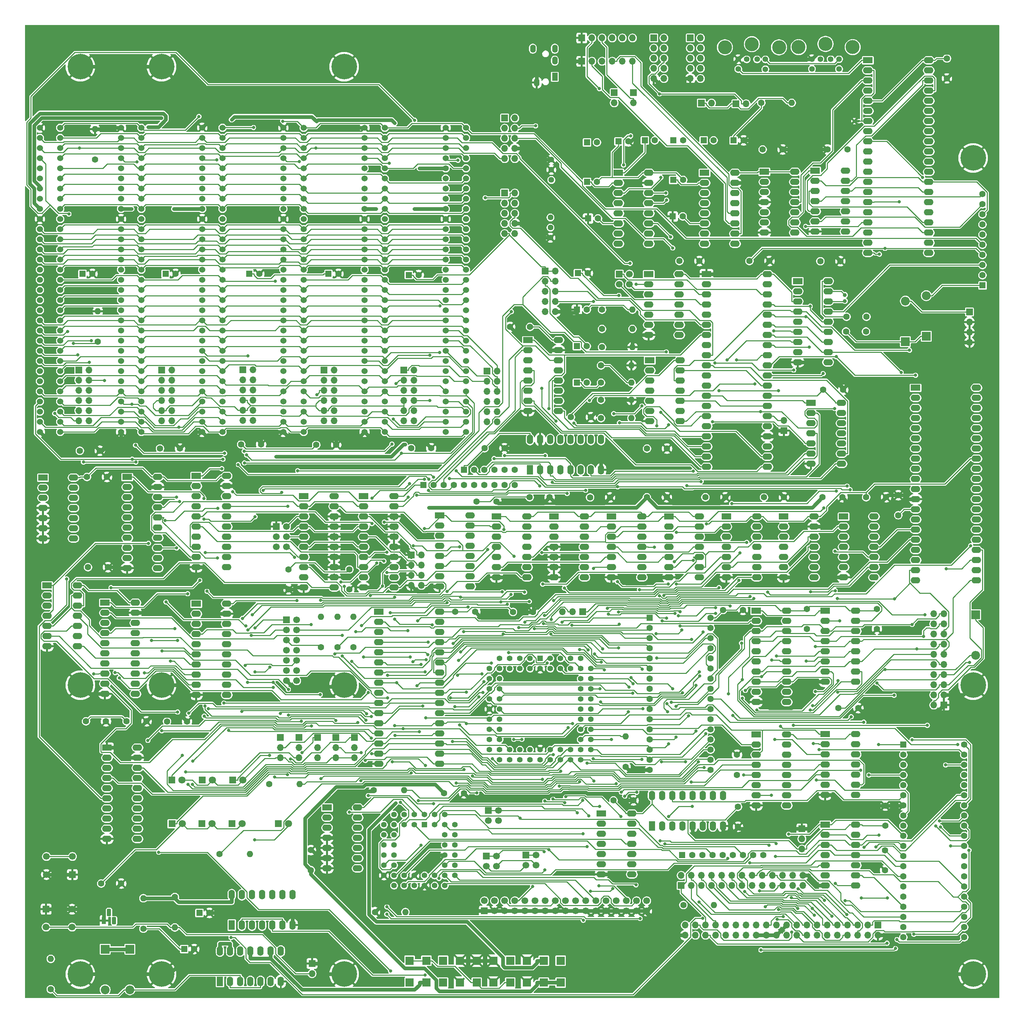
<source format=gtl>
%TF.GenerationSoftware,KiCad,Pcbnew,9.0.2*%
%TF.CreationDate,2025-11-03T15:21:26-06:00*%
%TF.ProjectId,N8PC,4e385043-2e6b-4696-9361-645f70636258,6/20/2025 004*%
%TF.SameCoordinates,Original*%
%TF.FileFunction,Copper,L1,Top*%
%TF.FilePolarity,Positive*%
%FSLAX46Y46*%
G04 Gerber Fmt 4.6, Leading zero omitted, Abs format (unit mm)*
G04 Created by KiCad (PCBNEW 9.0.2) date 2025-11-03 15:21:26*
%MOMM*%
%LPD*%
G01*
G04 APERTURE LIST*
G04 Aperture macros list*
%AMRoundRect*
0 Rectangle with rounded corners*
0 $1 Rounding radius*
0 $2 $3 $4 $5 $6 $7 $8 $9 X,Y pos of 4 corners*
0 Add a 4 corners polygon primitive as box body*
4,1,4,$2,$3,$4,$5,$6,$7,$8,$9,$2,$3,0*
0 Add four circle primitives for the rounded corners*
1,1,$1+$1,$2,$3*
1,1,$1+$1,$4,$5*
1,1,$1+$1,$6,$7*
1,1,$1+$1,$8,$9*
0 Add four rect primitives between the rounded corners*
20,1,$1+$1,$2,$3,$4,$5,0*
20,1,$1+$1,$4,$5,$6,$7,0*
20,1,$1+$1,$6,$7,$8,$9,0*
20,1,$1+$1,$8,$9,$2,$3,0*%
G04 Aperture macros list end*
%TA.AperFunction,EtchedComponent*%
%ADD10C,0.000000*%
%TD*%
%TA.AperFunction,ComponentPad*%
%ADD11R,1.700000X1.700000*%
%TD*%
%TA.AperFunction,ComponentPad*%
%ADD12C,1.700000*%
%TD*%
%TA.AperFunction,ComponentPad*%
%ADD13O,1.700000X1.700000*%
%TD*%
%TA.AperFunction,ComponentPad*%
%ADD14C,1.600000*%
%TD*%
%TA.AperFunction,ComponentPad*%
%ADD15O,1.600000X1.600000*%
%TD*%
%TA.AperFunction,ComponentPad*%
%ADD16R,2.400000X1.600000*%
%TD*%
%TA.AperFunction,ComponentPad*%
%ADD17O,2.400000X1.600000*%
%TD*%
%TA.AperFunction,ComponentPad*%
%ADD18RoundRect,0.250000X-0.550000X-0.550000X0.550000X-0.550000X0.550000X0.550000X-0.550000X0.550000X0*%
%TD*%
%TA.AperFunction,ComponentPad*%
%ADD19R,1.600000X2.400000*%
%TD*%
%TA.AperFunction,ComponentPad*%
%ADD20O,1.600000X2.400000*%
%TD*%
%TA.AperFunction,ComponentPad*%
%ADD21R,2.200000X2.200000*%
%TD*%
%TA.AperFunction,ComponentPad*%
%ADD22O,2.200000X2.200000*%
%TD*%
%TA.AperFunction,ComponentPad*%
%ADD23R,1.600000X1.600000*%
%TD*%
%TA.AperFunction,ComponentPad*%
%ADD24C,1.000000*%
%TD*%
%TA.AperFunction,ComponentPad*%
%ADD25C,3.600000*%
%TD*%
%TA.AperFunction,ConnectorPad*%
%ADD26C,6.400000*%
%TD*%
%TA.AperFunction,ComponentPad*%
%ADD27R,2.125980X2.125980*%
%TD*%
%TA.AperFunction,ComponentPad*%
%ADD28C,1.422400*%
%TD*%
%TA.AperFunction,ComponentPad*%
%ADD29C,3.497580*%
%TD*%
%TA.AperFunction,ComponentPad*%
%ADD30C,1.524000*%
%TD*%
%TA.AperFunction,ComponentPad*%
%ADD31R,1.800000X1.800000*%
%TD*%
%TA.AperFunction,ComponentPad*%
%ADD32C,1.800000*%
%TD*%
%TA.AperFunction,ComponentPad*%
%ADD33C,1.440000*%
%TD*%
%TA.AperFunction,ComponentPad*%
%ADD34O,1.400000X2.000000*%
%TD*%
%TA.AperFunction,ComponentPad*%
%ADD35R,1.400000X2.000000*%
%TD*%
%TA.AperFunction,ComponentPad*%
%ADD36R,1.422400X1.422400*%
%TD*%
%TA.AperFunction,ComponentPad*%
%ADD37R,1.100000X1.800000*%
%TD*%
%TA.AperFunction,ComponentPad*%
%ADD38RoundRect,0.275000X-0.275000X-0.625000X0.275000X-0.625000X0.275000X0.625000X-0.275000X0.625000X0*%
%TD*%
%TA.AperFunction,ComponentPad*%
%ADD39C,0.600000*%
%TD*%
%TA.AperFunction,ViaPad*%
%ADD40C,0.800000*%
%TD*%
%TA.AperFunction,Conductor*%
%ADD41C,0.250000*%
%TD*%
%TA.AperFunction,Conductor*%
%ADD42C,0.900000*%
%TD*%
G04 APERTURE END LIST*
D10*
%TA.AperFunction,EtchedComponent*%
%TO.C,NT1*%
G36*
X277968000Y-80310000D02*
G01*
X276768000Y-80310000D01*
X276768000Y-79710000D01*
X277968000Y-79710000D01*
X277968000Y-80310000D01*
G37*
%TD.AperFunction*%
%TD*%
D11*
%TO.P,SW1,1,1*%
%TO.N,GND*%
X74422000Y-277440000D03*
D12*
X80922000Y-277440000D03*
%TO.P,SW1,2,2*%
%TO.N,Net-(P12-Pin_2)*%
X74422000Y-281940000D03*
X80922000Y-281940000D03*
%TD*%
D11*
%TO.P,SW2,1,1*%
%TO.N,GND*%
X81006000Y-268744000D03*
D12*
X74506000Y-268744000D03*
%TO.P,SW2,2,2*%
%TO.N,EXT-RES*%
X81006000Y-264244000D03*
X74506000Y-264244000D03*
%TD*%
D11*
%TO.P,P16,1,Pin_1*%
%TO.N,Net-(D4-A)*%
X305577200Y-127806800D03*
D13*
%TO.P,P16,2,Pin_2*%
%TO.N,GND*%
X305577200Y-130346800D03*
%TO.P,P16,3,Pin_3*%
X305577200Y-132886800D03*
%TO.P,P16,4,Pin_4*%
X305577200Y-135426800D03*
%TD*%
D11*
%TO.P,P12,1,Pin_1*%
%TO.N,GND*%
X140988600Y-291033600D03*
D13*
%TO.P,P12,2,Pin_2*%
%TO.N,Net-(P12-Pin_2)*%
X140988600Y-293573600D03*
%TD*%
D11*
%TO.P,JP3,1,A*%
%TO.N,Net-(JP2-A)*%
X247142000Y-75692000D03*
D13*
%TO.P,JP3,2,B*%
%TO.N,CTS1*%
X249682000Y-75692000D03*
%TD*%
D14*
%TO.P,R6,1*%
%TO.N,{slash}AEN*%
X86638000Y-89628000D03*
D15*
%TO.P,R6,2*%
%TO.N,GND*%
X86638000Y-82008000D03*
%TD*%
D14*
%TO.P,R7,1*%
%TO.N,Net-(P53-Pin_5)*%
X143256000Y-211836000D03*
D15*
%TO.P,R7,2*%
%TO.N,LED3*%
X143256000Y-204216000D03*
%TD*%
D14*
%TO.P,R4,1*%
%TO.N,+5V*%
X253492000Y-75438000D03*
D15*
%TO.P,R4,2*%
%TO.N,Net-(JP2-A)*%
X261112000Y-75438000D03*
%TD*%
D14*
%TO.P,R1,1*%
%TO.N,5VSB*%
X106654600Y-274396200D03*
D15*
%TO.P,R1,2*%
%TO.N,Net-(P12-Pin_2)*%
X106654600Y-282016200D03*
%TD*%
D14*
%TO.P,R3,1*%
%TO.N,Net-(D2-A)*%
X98780600Y-282321000D03*
D15*
%TO.P,R3,2*%
%TO.N,5VSB*%
X98780600Y-274701000D03*
%TD*%
D14*
%TO.P,R2,1*%
%TO.N,Net-(D1-A)*%
X75582200Y-297507000D03*
D15*
%TO.P,R2,2*%
%TO.N,Net-(P12-Pin_2)*%
X75582200Y-289887000D03*
%TD*%
D11*
%TO.P,P18,1,Pin_1*%
%TO.N,unconnected-(P18-Pin_1-Pad1)*%
X235712000Y-59182000D03*
D13*
%TO.P,P18,2,Pin_2*%
%TO.N,unconnected-(P18-Pin_2-Pad2)*%
X238252000Y-59182000D03*
%TO.P,P18,3,Pin_3*%
%TO.N,RX0*%
X235712000Y-61722000D03*
%TO.P,P18,4,Pin_4*%
%TO.N,RTS0*%
X238252000Y-61722000D03*
%TO.P,P18,5,Pin_5*%
%TO.N,TX0*%
X235712000Y-64262000D03*
%TO.P,P18,6,Pin_6*%
%TO.N,CTS0*%
X238252000Y-64262000D03*
%TO.P,P18,7,Pin_7*%
%TO.N,unconnected-(P18-Pin_7-Pad7)*%
X235712000Y-66802000D03*
%TO.P,P18,8,Pin_8*%
%TO.N,unconnected-(P18-Pin_8-Pad8)*%
X238252000Y-66802000D03*
%TO.P,P18,9,Pin_9*%
%TO.N,GND*%
X235712000Y-69342000D03*
%TO.P,P18,10,Pin_10*%
%TO.N,unconnected-(P18-Pin_10-Pad10)*%
X238252000Y-69342000D03*
%TD*%
D11*
%TO.P,P15,1,Pin_1*%
%TO.N,+5V*%
X199390000Y-117602000D03*
D13*
%TO.P,P15,2,Pin_2*%
X201930000Y-117602000D03*
%TO.P,P15,3,Pin_3*%
%TO.N,Net-(P15-Pin_3)*%
X199390000Y-120142000D03*
%TO.P,P15,4,Pin_4*%
%TO.N,IOA7*%
X201930000Y-120142000D03*
%TO.P,P15,5,Pin_5*%
%TO.N,unconnected-(P15-Pin_5-Pad5)*%
X199390000Y-122682000D03*
%TO.P,P15,6,Pin_6*%
%TO.N,IOB7*%
X201930000Y-122682000D03*
%TO.P,P15,7,Pin_7*%
%TO.N,unconnected-(P15-Pin_7-Pad7)*%
X199390000Y-125222000D03*
%TO.P,P15,8,Pin_8*%
%TO.N,ACR5*%
X201930000Y-125222000D03*
%TO.P,P15,9,Pin_9*%
%TO.N,Net-(P15-Pin_9)*%
X199390000Y-127762000D03*
%TO.P,P15,10,Pin_10*%
%TO.N,GND*%
X201930000Y-127762000D03*
%TD*%
D11*
%TO.P,P1,1,Pin_1*%
%TO.N,GND*%
X132080000Y-181610000D03*
D12*
%TO.P,P1,2,Pin_2*%
%TO.N,Net-(P1-Pin_2)*%
X134620000Y-181610000D03*
%TO.P,P1,3,Pin_3*%
%TO.N,GND*%
X132080000Y-184150000D03*
%TO.P,P1,4,Pin_4*%
%TO.N,Net-(P1-Pin_4)*%
X134620000Y-184150000D03*
%TO.P,P1,5,Pin_5*%
%TO.N,GND*%
X132080000Y-186690000D03*
%TO.P,P1,6,Pin_6*%
%TO.N,Net-(P1-Pin_6)*%
X134620000Y-186690000D03*
%TD*%
D16*
%TO.P,U8,1*%
%TO.N,EXTMREQ*%
X215950800Y-179070000D03*
D17*
%TO.P,U8,2*%
%TO.N,EXTIORQ*%
X215950800Y-181610000D03*
%TO.P,U8,3*%
%TO.N,Net-(U7-Pad13)*%
X215950800Y-184150000D03*
%TO.P,U8,4*%
%TO.N,Net-(U7-Pad11)*%
X215950800Y-186690000D03*
%TO.P,U8,5*%
%TO.N,Net-(U33-Pad6)*%
X215950800Y-189230000D03*
%TO.P,U8,6*%
%TO.N,DATA_DIR*%
X215950800Y-191770000D03*
%TO.P,U8,7,GND*%
%TO.N,GND*%
X215950800Y-194310000D03*
%TO.P,U8,8*%
%TO.N,unconnected-(U8-Pad8)*%
X223570800Y-194310000D03*
%TO.P,U8,9*%
%TO.N,unconnected-(U8-Pad9)*%
X223570800Y-191770000D03*
%TO.P,U8,10*%
%TO.N,unconnected-(U8-Pad10)*%
X223570800Y-189230000D03*
%TO.P,U8,11*%
%TO.N,Net-(U61-{slash}DACK)*%
X223570800Y-186690000D03*
%TO.P,U8,12*%
%TO.N,{slash}DACK1*%
X223570800Y-184150000D03*
%TO.P,U8,13*%
%TO.N,{slash}DACK_AND_TC*%
X223570800Y-181610000D03*
%TO.P,U8,14,VCC*%
%TO.N,+5V*%
X223570800Y-179070000D03*
%TD*%
D16*
%TO.P,U48,1,GND*%
%TO.N,GND*%
X239776000Y-118364000D03*
D17*
%TO.P,U48,2,NC2*%
%TO.N,unconnected-(U48-NC2-Pad2)*%
X239776000Y-120904000D03*
%TO.P,U48,3,OUTB*%
%TO.N,Net-(P43-Pin_2)*%
X239776000Y-123444000D03*
%TO.P,U48,4,OUTA*%
%TO.N,Net-(P43-Pin_3)*%
X239776000Y-125984000D03*
%TO.P,U48,5,NC5*%
%TO.N,unconnected-(U48-NC5-Pad5)*%
X239776000Y-128524000D03*
%TO.P,U48,6,IOB7*%
%TO.N,IOB7*%
X239776000Y-131064000D03*
%TO.P,U48,7,IOB6*%
%TO.N,IOB6*%
X239776000Y-133604000D03*
%TO.P,U48,8,IOB5*%
%TO.N,IOB5*%
X239776000Y-136144000D03*
%TO.P,U48,9,IOB4*%
%TO.N,IOB4*%
X239776000Y-138684000D03*
%TO.P,U48,10,IOB3*%
%TO.N,IOB3*%
X239776000Y-141224000D03*
%TO.P,U48,11,IOB2*%
%TO.N,IOB2*%
X239776000Y-143764000D03*
%TO.P,U48,12,IOB1*%
%TO.N,IOB1*%
X239776000Y-146304000D03*
%TO.P,U48,13,IOB0*%
%TO.N,IOB0*%
X239776000Y-148844000D03*
%TO.P,U48,14,IOA7*%
%TO.N,IOA7*%
X239776000Y-151384000D03*
%TO.P,U48,15,IOA6*%
%TO.N,IOA6*%
X239776000Y-153924000D03*
%TO.P,U48,16,IOA5*%
%TO.N,IOA5*%
X239776000Y-156464000D03*
%TO.P,U48,17,IOA4*%
%TO.N,IOA4*%
X239776000Y-159004000D03*
%TO.P,U48,18,IOA3*%
%TO.N,IOA3*%
X239776000Y-161544000D03*
%TO.P,U48,19,IOA2*%
%TO.N,IOA2*%
X239776000Y-164084000D03*
%TO.P,U48,20,IOA1*%
%TO.N,IOA1*%
X239776000Y-166624000D03*
%TO.P,U48,21,IOA0*%
%TO.N,IOA0*%
X255016000Y-166624000D03*
%TO.P,U48,22,CLOCK*%
%TO.N,Net-(U34A-Q0)*%
X255016000Y-164084000D03*
%TO.P,U48,23,RESET*%
%TO.N,{slash}RESAY3*%
X255016000Y-161544000D03*
%TO.P,U48,24,A9*%
%TO.N,GND*%
X255016000Y-159004000D03*
%TO.P,U48,25,A8*%
%TO.N,+5V*%
X255016000Y-156464000D03*
%TO.P,U48,26,TEST2*%
%TO.N,Net-(JP10-B)*%
X255016000Y-153924000D03*
%TO.P,U48,27,BDIR*%
%TO.N,Net-(U48-BDIR)*%
X255016000Y-151384000D03*
%TO.P,U48,28,BC2*%
%TO.N,+5V*%
X255016000Y-148844000D03*
%TO.P,U48,29,BC1*%
%TO.N,Net-(U48-BC1)*%
X255016000Y-146304000D03*
%TO.P,U48,30,D7*%
%TO.N,D7*%
X255016000Y-143764000D03*
%TO.P,U48,31,D6*%
%TO.N,D6*%
X255016000Y-141224000D03*
%TO.P,U48,32,D5*%
%TO.N,D5*%
X255016000Y-138684000D03*
%TO.P,U48,33,D4*%
%TO.N,D4*%
X255016000Y-136144000D03*
%TO.P,U48,34,D3*%
%TO.N,D3*%
X255016000Y-133604000D03*
%TO.P,U48,35,D2*%
%TO.N,D2*%
X255016000Y-131064000D03*
%TO.P,U48,36,D1*%
%TO.N,D1*%
X255016000Y-128524000D03*
%TO.P,U48,37,D0*%
%TO.N,D0*%
X255016000Y-125984000D03*
%TO.P,U48,38,OUTC*%
%TO.N,Net-(P43-Pin_1)*%
X255016000Y-123444000D03*
%TO.P,U48,39,TEST1*%
%TO.N,unconnected-(U48-TEST1-Pad39)*%
X255016000Y-120904000D03*
%TO.P,U48,40,VCC*%
%TO.N,+5V*%
X255016000Y-118364000D03*
%TD*%
D18*
%TO.P,U38,1,PA3*%
%TO.N,PA3*%
X289052000Y-236220000D03*
D14*
%TO.P,U38,2,PA2*%
%TO.N,PA2*%
X289052000Y-238760000D03*
%TO.P,U38,3,PA1*%
%TO.N,PA1*%
X289052000Y-241300000D03*
%TO.P,U38,4,PA0*%
%TO.N,PA0*%
X289052000Y-243840000D03*
%TO.P,U38,5,~{RD}*%
%TO.N,{slash}RD*%
X289052000Y-246380000D03*
%TO.P,U38,6,~{CS}*%
%TO.N,{slash}CS_PPI2*%
X289052000Y-248920000D03*
%TO.P,U38,7,GND*%
%TO.N,GND*%
X289052000Y-251460000D03*
%TO.P,U38,8,A1*%
%TO.N,A1*%
X289052000Y-254000000D03*
%TO.P,U38,9,A0*%
%TO.N,A0*%
X289052000Y-256540000D03*
%TO.P,U38,10,PC7*%
%TO.N,PC7*%
X289052000Y-259080000D03*
%TO.P,U38,11,PC6*%
%TO.N,PC6*%
X289052000Y-261620000D03*
%TO.P,U38,12,PC5*%
%TO.N,PC5*%
X289052000Y-264160000D03*
%TO.P,U38,13,PC4*%
%TO.N,PC4*%
X289052000Y-266700000D03*
%TO.P,U38,14,PC0*%
%TO.N,PC0*%
X289052000Y-269240000D03*
%TO.P,U38,15,PC1*%
%TO.N,PC1*%
X289052000Y-271780000D03*
%TO.P,U38,16,PC2*%
%TO.N,PC2*%
X289052000Y-274320000D03*
%TO.P,U38,17,PC3*%
%TO.N,PC3*%
X289052000Y-276860000D03*
%TO.P,U38,18,PB0*%
%TO.N,PB0*%
X289052000Y-279400000D03*
%TO.P,U38,19,PB1*%
%TO.N,PB1*%
X289052000Y-281940000D03*
%TO.P,U38,20,PB2*%
%TO.N,PB2*%
X289052000Y-284480000D03*
%TO.P,U38,21,PB3*%
%TO.N,PB3*%
X304292000Y-284480000D03*
%TO.P,U38,22,PB4*%
%TO.N,PB4*%
X304292000Y-281940000D03*
%TO.P,U38,23,PB5*%
%TO.N,PB5*%
X304292000Y-279400000D03*
%TO.P,U38,24,PB6*%
%TO.N,PB6*%
X304292000Y-276860000D03*
%TO.P,U38,25,PB7*%
%TO.N,PB7*%
X304292000Y-274320000D03*
%TO.P,U38,26,VCC*%
%TO.N,+5V*%
X304292000Y-271780000D03*
%TO.P,U38,27,D7*%
%TO.N,D7*%
X304292000Y-269240000D03*
%TO.P,U38,28,D6*%
%TO.N,D6*%
X304292000Y-266700000D03*
%TO.P,U38,29,D5*%
%TO.N,D5*%
X304292000Y-264160000D03*
%TO.P,U38,30,D4*%
%TO.N,D4*%
X304292000Y-261620000D03*
%TO.P,U38,31,D3*%
%TO.N,D3*%
X304292000Y-259080000D03*
%TO.P,U38,32,D2*%
%TO.N,D2*%
X304292000Y-256540000D03*
%TO.P,U38,33,D1*%
%TO.N,D1*%
X304292000Y-254000000D03*
%TO.P,U38,34,D0*%
%TO.N,D0*%
X304292000Y-251460000D03*
%TO.P,U38,35,RESET*%
%TO.N,RESET*%
X304292000Y-248920000D03*
%TO.P,U38,36,~{WR}*%
%TO.N,{slash}WR*%
X304292000Y-246380000D03*
%TO.P,U38,37,PA7*%
%TO.N,PA7*%
X304292000Y-243840000D03*
%TO.P,U38,38,PA6*%
%TO.N,PA6*%
X304292000Y-241300000D03*
%TO.P,U38,39,PA5*%
%TO.N,PA5*%
X304292000Y-238760000D03*
%TO.P,U38,40,PA4*%
%TO.N,PA4*%
X304292000Y-236220000D03*
%TD*%
D16*
%TO.P,U39,1*%
%TO.N,A1*%
X269488000Y-233594000D03*
D17*
%TO.P,U39,2*%
%TO.N,Net-(U39-Pad2)*%
X269488000Y-236134000D03*
%TO.P,U39,3*%
%TO.N,{slash}STATUS*%
X269488000Y-238674000D03*
%TO.P,U39,4*%
%TO.N,Net-(R5-Pad1)*%
X269488000Y-241214000D03*
%TO.P,U39,5*%
%TO.N,A19*%
X269488000Y-243754000D03*
%TO.P,U39,6*%
%TO.N,Net-(U33-Pad1)*%
X269488000Y-246294000D03*
%TO.P,U39,7,GND*%
%TO.N,GND*%
X269488000Y-248834000D03*
%TO.P,U39,8*%
%TO.N,{slash}DREQ1*%
X277108000Y-248834000D03*
%TO.P,U39,9*%
%TO.N,Net-(U61-DMA)*%
X277108000Y-246294000D03*
%TO.P,U39,10*%
%TO.N,unconnected-(U39-Pad10)*%
X277108000Y-243754000D03*
%TO.P,U39,11*%
%TO.N,unconnected-(U39-Pad11)*%
X277108000Y-241214000D03*
%TO.P,U39,12*%
%TO.N,{slash}INT_FDC*%
X277108000Y-238674000D03*
%TO.P,U39,13*%
%TO.N,Net-(U61-IRQ)*%
X277108000Y-236134000D03*
%TO.P,U39,14,VCC*%
%TO.N,+5V*%
X277108000Y-233594000D03*
%TD*%
D16*
%TO.P,U28,1,A->B*%
%TO.N,{slash}BUSAK*%
X112014000Y-200914000D03*
D17*
%TO.P,U28,2,A0*%
%TO.N,A16*%
X112014000Y-203454000D03*
%TO.P,U28,3,A1*%
%TO.N,A17*%
X112014000Y-205994000D03*
%TO.P,U28,4,A2*%
%TO.N,A18*%
X112014000Y-208534000D03*
%TO.P,U28,5,A3*%
%TO.N,A19*%
X112014000Y-211074000D03*
%TO.P,U28,6,A4*%
%TO.N,Net-(U28-A4)*%
X112014000Y-213614000D03*
%TO.P,U28,7,A5*%
%TO.N,Net-(U28-A5)*%
X112014000Y-216154000D03*
%TO.P,U28,8,A6*%
%TO.N,Net-(U28-A6)*%
X112014000Y-218694000D03*
%TO.P,U28,9,A7*%
%TO.N,Net-(U28-A7)*%
X112014000Y-221234000D03*
%TO.P,U28,10,GND*%
%TO.N,GND*%
X112014000Y-223774000D03*
%TO.P,U28,11,B7*%
%TO.N,B_SMEMW*%
X119634000Y-223774000D03*
%TO.P,U28,12,B6*%
%TO.N,B_SMEMR*%
X119634000Y-221234000D03*
%TO.P,U28,13,B5*%
%TO.N,B_IOW*%
X119634000Y-218694000D03*
%TO.P,U28,14,B4*%
%TO.N,B_IOR*%
X119634000Y-216154000D03*
%TO.P,U28,15,B3*%
%TO.N,B_A19*%
X119634000Y-213614000D03*
%TO.P,U28,16,B2*%
%TO.N,B_A18*%
X119634000Y-211074000D03*
%TO.P,U28,17,B1*%
%TO.N,B_A17*%
X119634000Y-208534000D03*
%TO.P,U28,18,B0*%
%TO.N,B_A16*%
X119634000Y-205994000D03*
%TO.P,U28,19,CE*%
%TO.N,GND*%
X119634000Y-203454000D03*
%TO.P,U28,20,VCC*%
%TO.N,+5V*%
X119634000Y-200914000D03*
%TD*%
D16*
%TO.P,U34,1,CP*%
%TO.N,VRY*%
X225298000Y-118364000D03*
D17*
%TO.P,U34,2,MR*%
%TO.N,RESET*%
X225298000Y-120904000D03*
%TO.P,U34,3,Q0*%
%TO.N,Net-(U34A-Q0)*%
X225298000Y-123444000D03*
%TO.P,U34,4,Q1*%
%TO.N,unconnected-(U34A-Q1-Pad4)*%
X225298000Y-125984000D03*
%TO.P,U34,5,Q2*%
%TO.N,unconnected-(U34A-Q2-Pad5)*%
X225298000Y-128524000D03*
%TO.P,U34,6,Q3*%
%TO.N,unconnected-(U34A-Q3-Pad6)*%
X225298000Y-131064000D03*
%TO.P,U34,7,GND*%
%TO.N,GND*%
X225298000Y-133604000D03*
%TO.P,U34,8,Q3*%
%TO.N,unconnected-(U34B-Q3-Pad8)*%
X232918000Y-133604000D03*
%TO.P,U34,9,Q2*%
%TO.N,unconnected-(U34B-Q2-Pad9)*%
X232918000Y-131064000D03*
%TO.P,U34,10,Q1*%
%TO.N,unconnected-(U34B-Q1-Pad10)*%
X232918000Y-128524000D03*
%TO.P,U34,11,Q0*%
%TO.N,unconnected-(U34B-Q0-Pad11)*%
X232918000Y-125984000D03*
%TO.P,U34,12,MR*%
%TO.N,unconnected-(U34B-MR-Pad12)*%
X232918000Y-123444000D03*
%TO.P,U34,13,CP*%
%TO.N,unconnected-(U34B-CP-Pad13)*%
X232918000Y-120904000D03*
%TO.P,U34,14,VCC*%
%TO.N,+5V*%
X232918000Y-118364000D03*
%TD*%
D16*
%TO.P,U49,1*%
%TO.N,IOB0*%
X265938000Y-150622000D03*
D17*
%TO.P,U49,2*%
%TO.N,{slash}TRG1-A*%
X265938000Y-153162000D03*
%TO.P,U49,3*%
%TO.N,IOB1*%
X265938000Y-155702000D03*
%TO.P,U49,4*%
%TO.N,{slash}TRG1-B*%
X265938000Y-158242000D03*
%TO.P,U49,5*%
%TO.N,IOB2*%
X265938000Y-160782000D03*
%TO.P,U49,6*%
%TO.N,{slash}TRG2-A*%
X265938000Y-163322000D03*
%TO.P,U49,7,GND*%
%TO.N,GND*%
X265938000Y-165862000D03*
%TO.P,U49,8*%
%TO.N,{slash}TRG2-B*%
X273558000Y-165862000D03*
%TO.P,U49,9*%
%TO.N,IOB3*%
X273558000Y-163322000D03*
%TO.P,U49,10*%
%TO.N,unconnected-(U49-Pad10)*%
X273558000Y-160782000D03*
%TO.P,U49,11*%
%TO.N,unconnected-(U49-Pad11)*%
X273558000Y-158242000D03*
%TO.P,U49,12*%
%TO.N,unconnected-(U49-Pad12)*%
X273558000Y-155702000D03*
%TO.P,U49,13*%
%TO.N,unconnected-(U49-Pad13)*%
X273558000Y-153162000D03*
%TO.P,U49,14,VCC*%
%TO.N,+5V*%
X273558000Y-150622000D03*
%TD*%
D11*
%TO.P,P17,1,Pin_1*%
%TO.N,GND*%
X165862000Y-188722000D03*
D13*
%TO.P,P17,2,Pin_2*%
%TO.N,Net-(P17-Pin_2)*%
X168402000Y-188722000D03*
%TO.P,P17,3,Pin_3*%
%TO.N,GND*%
X165862000Y-191262000D03*
%TO.P,P17,4,Pin_4*%
%TO.N,Net-(P17-Pin_4)*%
X168402000Y-191262000D03*
%TO.P,P17,5,Pin_5*%
%TO.N,GND*%
X165862000Y-193802000D03*
%TO.P,P17,6,Pin_6*%
%TO.N,Net-(P17-Pin_6)*%
X168402000Y-193802000D03*
%TO.P,P17,7,Pin_7*%
%TO.N,GND*%
X165862000Y-196342000D03*
%TO.P,P17,8,Pin_8*%
%TO.N,Net-(P17-Pin_8)*%
X168402000Y-196342000D03*
%TD*%
D19*
%TO.P,U19,1*%
%TO.N,Net-(D2-A)*%
X117950800Y-295534400D03*
D20*
%TO.P,U19,2*%
%TO.N,Net-(U19-Pad2)*%
X120490800Y-295534400D03*
%TO.P,U19,3*%
%TO.N,Net-(D1-A)*%
X123030800Y-295534400D03*
%TO.P,U19,4*%
%TO.N,Net-(U12A-C)*%
X125570800Y-295534400D03*
%TO.P,U19,5*%
%TO.N,Net-(U19-Pad2)*%
X128110800Y-295534400D03*
%TO.P,U19,6*%
%TO.N,Net-(U12A-~{S})*%
X130650800Y-295534400D03*
%TO.P,U19,7,GND*%
%TO.N,GND*%
X133190800Y-295534400D03*
%TO.P,U19,8*%
%TO.N,unconnected-(U19-Pad8)*%
X133190800Y-287914400D03*
%TO.P,U19,9*%
%TO.N,5VSB*%
X130650800Y-287914400D03*
%TO.P,U19,10*%
%TO.N,unconnected-(U19-Pad10)*%
X128110800Y-287914400D03*
%TO.P,U19,11*%
%TO.N,5VSB*%
X125570800Y-287914400D03*
%TO.P,U19,12*%
%TO.N,unconnected-(U19-Pad12)*%
X123030800Y-287914400D03*
%TO.P,U19,13*%
%TO.N,5VSB*%
X120490800Y-287914400D03*
%TO.P,U19,14,VCC*%
X117950800Y-287914400D03*
%TD*%
D16*
%TO.P,P14,1*%
%TO.N,unconnected-(P14-Pad1)*%
X73654000Y-169332000D03*
D17*
%TO.P,P14,2*%
%TO.N,unconnected-(P14-Pad2)*%
X73654000Y-171872000D03*
%TO.P,P14,3*%
%TO.N,unconnected-(P14-Pad3)*%
X73654000Y-174412000D03*
%TO.P,P14,4*%
%TO.N,GND*%
X73654000Y-176952000D03*
%TO.P,P14,5*%
X73654000Y-179492000D03*
%TO.P,P14,6*%
X73654000Y-182032000D03*
%TO.P,P14,7*%
X73654000Y-184572000D03*
%TO.P,P14,8*%
%TO.N,BUSCLK*%
X81274000Y-184572000D03*
%TO.P,P14,9*%
X81274000Y-182032000D03*
%TO.P,P14,10*%
X81274000Y-179492000D03*
%TO.P,P14,11*%
X81274000Y-176952000D03*
%TO.P,P14,12*%
%TO.N,unconnected-(P14-Pad12)*%
X81274000Y-174412000D03*
%TO.P,P14,13*%
%TO.N,unconnected-(P14-Pad13)*%
X81274000Y-171872000D03*
%TO.P,P14,14*%
%TO.N,+5V*%
X81274000Y-169332000D03*
%TD*%
D16*
%TO.P,U7,1*%
%TO.N,Net-(U33-Pad1)*%
X230327200Y-179070000D03*
D17*
%TO.P,U7,2*%
%TO.N,{slash}MREQ*%
X230327200Y-181610000D03*
%TO.P,U7,3*%
%TO.N,{slash}CS_RAMHI*%
X230327200Y-184150000D03*
%TO.P,U7,4*%
%TO.N,{slash}MREQ*%
X230327200Y-186690000D03*
%TO.P,U7,5*%
%TO.N,Net-(U33-Pad12)*%
X230327200Y-189230000D03*
%TO.P,U7,6*%
%TO.N,{slash}CS_RAMLO*%
X230327200Y-191770000D03*
%TO.P,U7,7,GND*%
%TO.N,GND*%
X230327200Y-194310000D03*
%TO.P,U7,8*%
%TO.N,{slash}CS_ROM*%
X237947200Y-194310000D03*
%TO.P,U7,9*%
%TO.N,{slash}MREQ*%
X237947200Y-191770000D03*
%TO.P,U7,10*%
%TO.N,Net-(U68-O0)*%
X237947200Y-189230000D03*
%TO.P,U7,11*%
%TO.N,Net-(U7-Pad11)*%
X237947200Y-186690000D03*
%TO.P,U7,12*%
%TO.N,{slash}RD*%
X237947200Y-184150000D03*
%TO.P,U7,13*%
%TO.N,Net-(U7-Pad13)*%
X237947200Y-181610000D03*
%TO.P,U7,14,VCC*%
%TO.N,+5V*%
X237947200Y-179070000D03*
%TD*%
D21*
%TO.P,D2,1,K*%
%TO.N,5VSB*%
X89197800Y-287453400D03*
D22*
%TO.P,D2,2,A*%
%TO.N,Net-(D2-A)*%
X89197800Y-297613400D03*
%TD*%
D21*
%TO.P,D1,1,K*%
%TO.N,5VSB*%
X95395400Y-287453400D03*
D22*
%TO.P,D1,2,A*%
%TO.N,Net-(D1-A)*%
X95395400Y-297613400D03*
%TD*%
D14*
%TO.P,C29,1*%
%TO.N,+5V*%
X123259400Y-160990600D03*
%TO.P,C29,2*%
%TO.N,GND*%
X128259400Y-160990600D03*
%TD*%
%TO.P,C46,1*%
%TO.N,+5V*%
X102934600Y-162030600D03*
%TO.P,C46,2*%
%TO.N,GND*%
X107934600Y-162030600D03*
%TD*%
%TO.P,C44,1*%
%TO.N,+5V*%
X239481600Y-174244000D03*
%TO.P,C44,2*%
%TO.N,GND*%
X244481600Y-174244000D03*
%TD*%
%TO.P,C39,1*%
%TO.N,+5V*%
X224870000Y-162052000D03*
%TO.P,C39,2*%
%TO.N,GND*%
X229870000Y-162052000D03*
%TD*%
%TO.P,C36,1*%
%TO.N,+5V*%
X104694000Y-230402000D03*
%TO.P,C36,2*%
%TO.N,GND*%
X109694000Y-230402000D03*
%TD*%
%TO.P,C25,1*%
%TO.N,+5V*%
X216488000Y-250190000D03*
%TO.P,C25,2*%
%TO.N,GND*%
X221488000Y-250190000D03*
%TD*%
%TO.P,C48,1*%
%TO.N,+5V*%
X82868600Y-162589400D03*
%TO.P,C48,2*%
%TO.N,GND*%
X87868600Y-162589400D03*
%TD*%
%TO.P,C50,1*%
%TO.N,+5V*%
X254146800Y-174244000D03*
%TO.P,C50,2*%
%TO.N,GND*%
X259146800Y-174244000D03*
%TD*%
%TO.P,C52,1*%
%TO.N,+5V*%
X150344000Y-192324000D03*
%TO.P,C52,2*%
%TO.N,GND*%
X150344000Y-197324000D03*
%TD*%
%TO.P,C54,1*%
%TO.N,+5V*%
X275036000Y-87098000D03*
%TO.P,C54,2*%
%TO.N,GND*%
X270036000Y-87098000D03*
%TD*%
D23*
%TO.P,C62,1*%
%TO.N,Net-(U10-C2+)*%
X209844000Y-85344000D03*
D14*
%TO.P,C62,2*%
%TO.N,Net-(U10-C2-)*%
X212344000Y-85344000D03*
%TD*%
D23*
%TO.P,C58,1*%
%TO.N,Net-(U10-C1+)*%
X224322000Y-84836000D03*
D14*
%TO.P,C58,2*%
%TO.N,Net-(U10-C1-)*%
X226822000Y-84836000D03*
%TD*%
%TO.P,C24,1*%
%TO.N,+3V3*%
X268270000Y-115086000D03*
%TO.P,C24,2*%
%TO.N,GND*%
X273270000Y-115086000D03*
%TD*%
%TO.P,C23,1*%
%TO.N,+5V*%
X268986000Y-147320000D03*
%TO.P,C23,2*%
%TO.N,GND*%
X273986000Y-147320000D03*
%TD*%
%TO.P,C27,1*%
%TO.N,+5V*%
X284504000Y-256494000D03*
%TO.P,C27,2*%
%TO.N,GND*%
X284504000Y-251494000D03*
%TD*%
%TO.P,C19,1*%
%TO.N,+5V*%
X264898000Y-202230000D03*
%TO.P,C19,2*%
%TO.N,GND*%
X264898000Y-207230000D03*
%TD*%
%TO.P,C31,1*%
%TO.N,+5V*%
X284456000Y-262682000D03*
%TO.P,C31,2*%
%TO.N,GND*%
X284456000Y-267682000D03*
%TD*%
%TO.P,C38,1*%
%TO.N,+5V*%
X182164000Y-175284000D03*
%TO.P,C38,2*%
%TO.N,GND*%
X187164000Y-175284000D03*
%TD*%
%TO.P,C15,1*%
%TO.N,+5V*%
X88218000Y-271018000D03*
%TO.P,C15,2*%
%TO.N,GND*%
X93218000Y-271018000D03*
%TD*%
%TO.P,C11,1*%
%TO.N,+5V*%
X135104000Y-192324000D03*
%TO.P,C11,2*%
%TO.N,GND*%
X135104000Y-197324000D03*
%TD*%
%TO.P,C7,1*%
%TO.N,+5V*%
X210612000Y-174268000D03*
%TO.P,C7,2*%
%TO.N,GND*%
X215612000Y-174268000D03*
%TD*%
%TO.P,C20,1*%
%TO.N,+3V3*%
X224816400Y-174244000D03*
%TO.P,C20,2*%
%TO.N,GND*%
X229816400Y-174244000D03*
%TD*%
%TO.P,C16,1*%
%TO.N,+3V3*%
X174070000Y-248412000D03*
%TO.P,C16,2*%
%TO.N,GND*%
X179070000Y-248412000D03*
%TD*%
%TO.P,C12,1*%
%TO.N,+3V3*%
X140716000Y-267636000D03*
%TO.P,C12,2*%
%TO.N,GND*%
X140716000Y-262636000D03*
%TD*%
%TO.P,C8,1*%
%TO.N,+3V3*%
X268812000Y-174244000D03*
%TO.P,C8,2*%
%TO.N,GND*%
X273812000Y-174244000D03*
%TD*%
%TO.P,C5,1*%
%TO.N,+5V*%
X205820000Y-154178000D03*
%TO.P,C5,2*%
%TO.N,GND*%
X210820000Y-154178000D03*
%TD*%
%TO.P,C13,1*%
%TO.N,+5V*%
X195580000Y-131572000D03*
%TO.P,C13,2*%
%TO.N,GND*%
X190580000Y-131572000D03*
%TD*%
%TO.P,C21,1*%
%TO.N,+5V*%
X165825000Y-161929000D03*
%TO.P,C21,2*%
%TO.N,GND*%
X170825000Y-161929000D03*
%TD*%
D23*
%TO.P,C61,1*%
%TO.N,+5V*%
X217718000Y-85090000D03*
D14*
%TO.P,C61,2*%
%TO.N,GND*%
X220218000Y-85090000D03*
%TD*%
D23*
%TO.P,C35,1*%
%TO.N,Net-(D2-A)*%
X109006000Y-287426400D03*
D14*
%TO.P,C35,2*%
%TO.N,GND*%
X111506000Y-287426400D03*
%TD*%
D23*
%TO.P,C2,1*%
%TO.N,+5V*%
X83523000Y-118267800D03*
D14*
%TO.P,C2,2*%
%TO.N,GND*%
X86023000Y-118267800D03*
%TD*%
D23*
%TO.P,C3,1*%
%TO.N,+5V*%
X125310000Y-118267800D03*
D14*
%TO.P,C3,2*%
%TO.N,GND*%
X127810000Y-118267800D03*
%TD*%
D23*
%TO.P,C28,1*%
%TO.N,Net-(D1-A)*%
X112816000Y-278384000D03*
D14*
%TO.P,C28,2*%
%TO.N,GND*%
X115316000Y-278384000D03*
%TD*%
D23*
%TO.P,C63,1*%
%TO.N,Net-(U10-VS+)*%
X209844000Y-95250000D03*
D14*
%TO.P,C63,2*%
%TO.N,+5V*%
X212344000Y-95250000D03*
%TD*%
D23*
%TO.P,C4,1*%
%TO.N,+5V*%
X104329600Y-118267800D03*
D14*
%TO.P,C4,2*%
%TO.N,GND*%
X106829600Y-118267800D03*
%TD*%
D23*
%TO.P,C1,1*%
%TO.N,+5V*%
X145103400Y-118267800D03*
D14*
%TO.P,C1,2*%
%TO.N,GND*%
X147603400Y-118267800D03*
%TD*%
D23*
%TO.P,C64,1*%
%TO.N,GND*%
X210098000Y-104394000D03*
D14*
%TO.P,C64,2*%
%TO.N,Net-(U10-VS-)*%
X212598000Y-104394000D03*
%TD*%
D24*
%TO.P,X1,1,1*%
%TO.N,Net-(U47-XT)*%
X274411400Y-125063600D03*
%TO.P,X1,2,2*%
%TO.N,Net-(U47-XT1)*%
X274411400Y-123563600D03*
%TD*%
D25*
%TO.P,P6,1,1*%
%TO.N,GND*%
X149040400Y-66372400D03*
D26*
X149040400Y-66372400D03*
%TD*%
D25*
%TO.P,P5,1,1*%
%TO.N,GND*%
X83000400Y-293702400D03*
D26*
X83000400Y-293702400D03*
%TD*%
D25*
%TO.P,P3,1,1*%
%TO.N,GND*%
X103320400Y-293702400D03*
D26*
X103320400Y-293702400D03*
%TD*%
D25*
%TO.P,P2,1,1*%
%TO.N,GND*%
X103320400Y-66372400D03*
D26*
X103320400Y-66372400D03*
%TD*%
D25*
%TO.P,P7,1,1*%
%TO.N,GND*%
X83000400Y-66372400D03*
D26*
X83000400Y-66372400D03*
%TD*%
D27*
%TO.P,P11,1,Pin_1*%
%TO.N,+3V3*%
X203221100Y-295829020D03*
%TO.P,P11,2,Pin_2*%
X203221100Y-290327380D03*
%TO.P,P11,3,Pin_3*%
X199019940Y-295829020D03*
%TO.P,P11,4,Pin_4*%
%TO.N,-12V*%
X199019940Y-290327380D03*
%TO.P,P11,5,Pin_5*%
%TO.N,GND*%
X194821320Y-295829020D03*
%TO.P,P11,6,Pin_6*%
X194821320Y-290327380D03*
%TO.P,P11,7,Pin_7*%
%TO.N,+5V*%
X190620160Y-295829020D03*
%TO.P,P11,8,Pin_8*%
%TO.N,PWR_ON*%
X190620160Y-290327380D03*
%TO.P,P11,9,Pin_9*%
%TO.N,GND*%
X186421540Y-295829020D03*
%TO.P,P11,10,Pin_10*%
X186421540Y-290327380D03*
%TO.P,P11,11,Pin_11*%
%TO.N,+5V*%
X182220380Y-295829020D03*
%TO.P,P11,12,Pin_12*%
%TO.N,GND*%
X182220380Y-290327380D03*
%TO.P,P11,13,Pin_13*%
X178021760Y-295829020D03*
%TO.P,P11,14,Pin_14*%
X178021760Y-290327380D03*
%TO.P,P11,15,Pin_15*%
%TO.N,unconnected-(P11-Pin_15-Pad15)*%
X173820600Y-295829020D03*
%TO.P,P11,16,Pin_16*%
%TO.N,-5V*%
X173820600Y-290327380D03*
%TO.P,P11,17,Pin_17*%
%TO.N,5VSB*%
X169621980Y-295829020D03*
%TO.P,P11,18,Pin_18*%
%TO.N,+5V*%
X169621980Y-290327380D03*
%TO.P,P11,19,Pin_19*%
%TO.N,+12V*%
X165420820Y-295829020D03*
%TO.P,P11,20,Pin_20*%
%TO.N,+5V*%
X165420820Y-290327380D03*
%TD*%
D14*
%TO.P,C37,1*%
%TO.N,+5V*%
X195486000Y-174244000D03*
%TO.P,C37,2*%
%TO.N,GND*%
X200486000Y-174244000D03*
%TD*%
%TO.P,C6,1*%
%TO.N,+5V*%
X84916000Y-191770000D03*
%TO.P,C6,2*%
%TO.N,GND*%
X89916000Y-191770000D03*
%TD*%
%TO.P,C10,1*%
%TO.N,+5V*%
X176864000Y-202946000D03*
%TO.P,C10,2*%
%TO.N,GND*%
X181864000Y-202946000D03*
%TD*%
%TO.P,C18,1*%
%TO.N,+5V*%
X253826000Y-87122000D03*
%TO.P,C18,2*%
%TO.N,GND*%
X258826000Y-87122000D03*
%TD*%
%TO.P,C22,1*%
%TO.N,+5V*%
X282424000Y-202230000D03*
%TO.P,C22,2*%
%TO.N,GND*%
X282424000Y-207230000D03*
%TD*%
%TO.P,C26,1*%
%TO.N,+5V*%
X279734000Y-174244000D03*
%TO.P,C26,2*%
%TO.N,GND*%
X284734000Y-174244000D03*
%TD*%
%TO.P,C30,1*%
%TO.N,+5V*%
X232998000Y-115062000D03*
%TO.P,C30,2*%
%TO.N,GND*%
X237998000Y-115062000D03*
%TD*%
%TO.P,C33,1*%
%TO.N,+5V*%
X299950000Y-64308000D03*
%TO.P,C33,2*%
%TO.N,GND*%
X299950000Y-69308000D03*
%TD*%
%TO.P,C40,1*%
%TO.N,+5V*%
X243886000Y-202462000D03*
%TO.P,C40,2*%
%TO.N,GND*%
X248886000Y-202462000D03*
%TD*%
%TO.P,C43,1*%
%TO.N,+5V*%
X142050600Y-161116200D03*
%TO.P,C43,2*%
%TO.N,GND*%
X147050600Y-161116200D03*
%TD*%
%TO.P,C45,1*%
%TO.N,+5V*%
X191308000Y-202970000D03*
%TO.P,C45,2*%
%TO.N,GND*%
X196308000Y-202970000D03*
%TD*%
%TO.P,C47,1*%
%TO.N,+5V*%
X94568000Y-230378000D03*
%TO.P,C47,2*%
%TO.N,GND*%
X99568000Y-230378000D03*
%TD*%
%TO.P,C49,1*%
%TO.N,+5V*%
X84408000Y-230378000D03*
%TO.P,C49,2*%
%TO.N,GND*%
X89408000Y-230378000D03*
%TD*%
%TO.P,C51,1*%
%TO.N,+5V*%
X247396000Y-243760000D03*
%TO.P,C51,2*%
%TO.N,GND*%
X247396000Y-238760000D03*
%TD*%
%TO.P,C53,1*%
%TO.N,+5V*%
X272796000Y-227076000D03*
%TO.P,C53,2*%
%TO.N,GND*%
X277796000Y-227076000D03*
%TD*%
D16*
%TO.P,U26,1*%
%TO.N,Net-(U25-P22)*%
X266954000Y-92456000D03*
D17*
%TO.P,U26,2*%
%TO.N,MSEDAT*%
X266954000Y-94996000D03*
%TO.P,U26,3*%
%TO.N,Net-(U25-P23)*%
X266954000Y-97536000D03*
%TO.P,U26,4*%
%TO.N,MSECLK*%
X266954000Y-100076000D03*
%TO.P,U26,5*%
%TO.N,Net-(U25-P26{slash}DRQ)*%
X266954000Y-102616000D03*
%TO.P,U26,6*%
%TO.N,KBDCLK*%
X266954000Y-105156000D03*
%TO.P,U26,7,GND*%
%TO.N,GND*%
X266954000Y-107696000D03*
%TO.P,U26,8*%
%TO.N,unconnected-(U26-Pad8)*%
X274574000Y-107696000D03*
%TO.P,U26,9*%
%TO.N,unconnected-(U26-Pad9)*%
X274574000Y-105156000D03*
%TO.P,U26,10*%
%TO.N,unconnected-(U26-Pad10)*%
X274574000Y-102616000D03*
%TO.P,U26,11*%
%TO.N,unconnected-(U26-Pad11)*%
X274574000Y-100076000D03*
%TO.P,U26,12*%
%TO.N,KBDDAT*%
X274574000Y-97536000D03*
%TO.P,U26,13*%
%TO.N,Net-(U25-P27{slash}DAK)*%
X274574000Y-94996000D03*
%TO.P,U26,14,VCC*%
%TO.N,+5V*%
X274574000Y-92456000D03*
%TD*%
D16*
%TO.P,U2,1*%
%TO.N,INT_KM*%
X244703600Y-179070000D03*
D17*
%TO.P,U2,2*%
%TO.N,Net-(J21-Pin_1)*%
X244703600Y-181610000D03*
%TO.P,U2,3*%
%TO.N,INTB*%
X244703600Y-184150000D03*
%TO.P,U2,4*%
%TO.N,Net-(J22-Pin_1)*%
X244703600Y-186690000D03*
%TO.P,U2,5*%
%TO.N,{slash}HALT*%
X244703600Y-189230000D03*
%TO.P,U2,6*%
%TO.N,Net-(U14-Pad12)*%
X244703600Y-191770000D03*
%TO.P,U2,7,GND*%
%TO.N,GND*%
X244703600Y-194310000D03*
%TO.P,U2,8*%
%TO.N,Net-(U68-E3)*%
X252323600Y-194310000D03*
%TO.P,U2,9*%
%TO.N,{slash}ROM_ENABLE*%
X252323600Y-191770000D03*
%TO.P,U2,10*%
%TO.N,unconnected-(U2-Pad10)*%
X252323600Y-189230000D03*
%TO.P,U2,11*%
%TO.N,unconnected-(U2-Pad11)*%
X252323600Y-186690000D03*
%TO.P,U2,12*%
%TO.N,unconnected-(U2-Pad12)*%
X252323600Y-184150000D03*
%TO.P,U2,13*%
%TO.N,unconnected-(U2-Pad13)*%
X252323600Y-181610000D03*
%TO.P,U2,14,VCC*%
%TO.N,+5V*%
X252323600Y-179070000D03*
%TD*%
D16*
%TO.P,U25,1,T0*%
%TO.N,KBDCLK*%
X280162000Y-64770000D03*
D17*
%TO.P,U25,2,X1*%
%TO.N,Net-(U25-EA)*%
X280162000Y-67310000D03*
%TO.P,U25,3,X2*%
%TO.N,CLK*%
X280162000Y-69850000D03*
%TO.P,U25,4,RESET*%
%TO.N,EXT-RES*%
X280162000Y-72390000D03*
%TO.P,U25,5,SS*%
%TO.N,+5V*%
X280162000Y-74930000D03*
%TO.P,U25,6,CS*%
%TO.N,{slash}CS_KB*%
X280162000Y-77470000D03*
%TO.P,U25,7,EA*%
%TO.N,Net-(U25-EA)*%
X280162000Y-80010000D03*
%TO.P,U25,8,RD*%
%TO.N,{slash}RD*%
X280162000Y-82550000D03*
%TO.P,U25,9,A0*%
%TO.N,A0*%
X280162000Y-85090000D03*
%TO.P,U25,10,WR*%
%TO.N,{slash}WR*%
X280162000Y-87630000D03*
%TO.P,U25,11,SYNC*%
%TO.N,unconnected-(U25-SYNC-Pad11)*%
X280162000Y-90170000D03*
%TO.P,U25,12,D0*%
%TO.N,D0*%
X280162000Y-92710000D03*
%TO.P,U25,13,D1*%
%TO.N,D1*%
X280162000Y-95250000D03*
%TO.P,U25,14,D2*%
%TO.N,D2*%
X280162000Y-97790000D03*
%TO.P,U25,15,D3*%
%TO.N,D3*%
X280162000Y-100330000D03*
%TO.P,U25,16,D4*%
%TO.N,D4*%
X280162000Y-102870000D03*
%TO.P,U25,17,D5*%
%TO.N,D5*%
X280162000Y-105410000D03*
%TO.P,U25,18,D6*%
%TO.N,D6*%
X280162000Y-107950000D03*
%TO.P,U25,19,D7*%
%TO.N,D7*%
X280162000Y-110490000D03*
%TO.P,U25,20,VSS*%
%TO.N,Net-(U25-EA)*%
X280162000Y-113030000D03*
%TO.P,U25,21,P20*%
%TO.N,unconnected-(U25-P20-Pad21)*%
X295402000Y-113030000D03*
%TO.P,U25,22,P21*%
%TO.N,unconnected-(U25-P21-Pad22)*%
X295402000Y-110490000D03*
%TO.P,U25,23,P22*%
%TO.N,Net-(U25-P22)*%
X295402000Y-107950000D03*
%TO.P,U25,24,P23*%
%TO.N,Net-(U25-P23)*%
X295402000Y-105410000D03*
%TO.P,U25,25,PROG*%
%TO.N,PROG*%
X295402000Y-102870000D03*
%TO.P,U25,26,SSPP*%
%TO.N,unconnected-(U25-SSPP-Pad26)*%
X295402000Y-100330000D03*
%TO.P,U25,27,P10*%
%TO.N,KBDDAT*%
X295402000Y-97790000D03*
%TO.P,U25,28,P11*%
%TO.N,MSEDAT*%
X295402000Y-95250000D03*
%TO.P,U25,29,P12*%
%TO.N,unconnected-(U25-P12-Pad29)*%
X295402000Y-92710000D03*
%TO.P,U25,30,P13*%
%TO.N,unconnected-(U25-P13-Pad30)*%
X295402000Y-90170000D03*
%TO.P,U25,31,P14*%
%TO.N,unconnected-(U25-P14-Pad31)*%
X295402000Y-87630000D03*
%TO.P,U25,32,P15*%
%TO.N,unconnected-(U25-P15-Pad32)*%
X295402000Y-85090000D03*
%TO.P,U25,33,P16*%
%TO.N,unconnected-(U25-P16-Pad33)*%
X295402000Y-82550000D03*
%TO.P,U25,34,P17*%
%TO.N,unconnected-(U25-P17-Pad34)*%
X295402000Y-80010000D03*
%TO.P,U25,35,P24/OB*%
%TO.N,Net-(U25-P24{slash}OB)*%
X295402000Y-77470000D03*
%TO.P,U25,36,P25/BF*%
%TO.N,Net-(U25-P25{slash}BF)*%
X295402000Y-74930000D03*
%TO.P,U25,37,P26/DRQ*%
%TO.N,Net-(U25-P26{slash}DRQ)*%
X295402000Y-72390000D03*
%TO.P,U25,38,P27/DAK*%
%TO.N,Net-(U25-P27{slash}DAK)*%
X295402000Y-69850000D03*
%TO.P,U25,39,T1*%
%TO.N,MSECLK*%
X295402000Y-67310000D03*
%TO.P,U25,40,VCC*%
%TO.N,+5V*%
X295402000Y-64770000D03*
%TD*%
D16*
%TO.P,U27,1,A->B*%
%TO.N,{slash}BUSAK*%
X89154000Y-200660000D03*
D17*
%TO.P,U27,2,A0*%
%TO.N,A8*%
X89154000Y-203200000D03*
%TO.P,U27,3,A1*%
%TO.N,A9*%
X89154000Y-205740000D03*
%TO.P,U27,4,A2*%
%TO.N,A10*%
X89154000Y-208280000D03*
%TO.P,U27,5,A3*%
%TO.N,A11*%
X89154000Y-210820000D03*
%TO.P,U27,6,A4*%
%TO.N,A12*%
X89154000Y-213360000D03*
%TO.P,U27,7,A5*%
%TO.N,A13*%
X89154000Y-215900000D03*
%TO.P,U27,8,A6*%
%TO.N,A14*%
X89154000Y-218440000D03*
%TO.P,U27,9,A7*%
%TO.N,A15*%
X89154000Y-220980000D03*
%TO.P,U27,10,GND*%
%TO.N,GND*%
X89154000Y-223520000D03*
%TO.P,U27,11,B7*%
%TO.N,B_A15*%
X96774000Y-223520000D03*
%TO.P,U27,12,B6*%
%TO.N,B_A14*%
X96774000Y-220980000D03*
%TO.P,U27,13,B5*%
%TO.N,B_A13*%
X96774000Y-218440000D03*
%TO.P,U27,14,B4*%
%TO.N,B_A12*%
X96774000Y-215900000D03*
%TO.P,U27,15,B3*%
%TO.N,B_A11*%
X96774000Y-213360000D03*
%TO.P,U27,16,B2*%
%TO.N,B_A10*%
X96774000Y-210820000D03*
%TO.P,U27,17,B1*%
%TO.N,B_A9*%
X96774000Y-208280000D03*
%TO.P,U27,18,B0*%
%TO.N,B_A8*%
X96774000Y-205740000D03*
%TO.P,U27,19,CE*%
%TO.N,GND*%
X96774000Y-203200000D03*
%TO.P,U27,20,VCC*%
%TO.N,+5V*%
X96774000Y-200660000D03*
%TD*%
D16*
%TO.P,U4,1,A->B*%
%TO.N,{slash}BUSAK*%
X112014000Y-168910000D03*
D17*
%TO.P,U4,2,A0*%
%TO.N,A0*%
X112014000Y-171450000D03*
%TO.P,U4,3,A1*%
%TO.N,A1*%
X112014000Y-173990000D03*
%TO.P,U4,4,A2*%
%TO.N,A2*%
X112014000Y-176530000D03*
%TO.P,U4,5,A3*%
%TO.N,A3*%
X112014000Y-179070000D03*
%TO.P,U4,6,A4*%
%TO.N,A4*%
X112014000Y-181610000D03*
%TO.P,U4,7,A5*%
%TO.N,A5*%
X112014000Y-184150000D03*
%TO.P,U4,8,A6*%
%TO.N,A6*%
X112014000Y-186690000D03*
%TO.P,U4,9,A7*%
%TO.N,A7*%
X112014000Y-189230000D03*
%TO.P,U4,10,GND*%
%TO.N,GND*%
X112014000Y-191770000D03*
%TO.P,U4,11,B7*%
%TO.N,B_A7*%
X119634000Y-191770000D03*
%TO.P,U4,12,B6*%
%TO.N,B_A6*%
X119634000Y-189230000D03*
%TO.P,U4,13,B5*%
%TO.N,B_A5*%
X119634000Y-186690000D03*
%TO.P,U4,14,B4*%
%TO.N,B_A4*%
X119634000Y-184150000D03*
%TO.P,U4,15,B3*%
%TO.N,B_A3*%
X119634000Y-181610000D03*
%TO.P,U4,16,B2*%
%TO.N,B_A2*%
X119634000Y-179070000D03*
%TO.P,U4,17,B1*%
%TO.N,B_A1*%
X119634000Y-176530000D03*
%TO.P,U4,18,B0*%
%TO.N,B_A0*%
X119634000Y-173990000D03*
%TO.P,U4,19,CE*%
%TO.N,GND*%
X119634000Y-171450000D03*
%TO.P,U4,20,VCC*%
%TO.N,+5V*%
X119634000Y-168910000D03*
%TD*%
D16*
%TO.P,U6,1*%
%TO.N,EXTMREQ*%
X74676000Y-196342000D03*
D17*
%TO.P,U6,2*%
%TO.N,{slash}WR*%
X74676000Y-198882000D03*
%TO.P,U6,3*%
%TO.N,Net-(U28-A7)*%
X74676000Y-201422000D03*
%TO.P,U6,4*%
%TO.N,EXTMREQ*%
X74676000Y-203962000D03*
%TO.P,U6,5*%
%TO.N,{slash}RD*%
X74676000Y-206502000D03*
%TO.P,U6,6*%
%TO.N,Net-(U28-A6)*%
X74676000Y-209042000D03*
%TO.P,U6,7,GND*%
%TO.N,GND*%
X74676000Y-211582000D03*
%TO.P,U6,8*%
%TO.N,Net-(U28-A5)*%
X82296000Y-211582000D03*
%TO.P,U6,9*%
%TO.N,{slash}IORQ*%
X82296000Y-209042000D03*
%TO.P,U6,10*%
%TO.N,{slash}WR*%
X82296000Y-206502000D03*
%TO.P,U6,11*%
%TO.N,Net-(U28-A4)*%
X82296000Y-203962000D03*
%TO.P,U6,12*%
%TO.N,{slash}IORQ*%
X82296000Y-201422000D03*
%TO.P,U6,13*%
%TO.N,{slash}RD*%
X82296000Y-198882000D03*
%TO.P,U6,14,VCC*%
%TO.N,+5V*%
X82296000Y-196342000D03*
%TD*%
D16*
%TO.P,U5,1*%
%TO.N,unconnected-(U5-Pad1)*%
X225552000Y-139954000D03*
D17*
%TO.P,U5,2*%
%TO.N,unconnected-(U5-Pad2)*%
X225552000Y-142494000D03*
%TO.P,U5,3*%
%TO.N,unconnected-(U5-Pad3)*%
X225552000Y-145034000D03*
%TO.P,U5,4*%
%TO.N,unconnected-(U5-Pad4)*%
X225552000Y-147574000D03*
%TO.P,U5,5*%
%TO.N,unconnected-(U5-Pad5)*%
X225552000Y-150114000D03*
%TO.P,U5,6*%
%TO.N,unconnected-(U5-Pad6)*%
X225552000Y-152654000D03*
%TO.P,U5,7,GND*%
%TO.N,GND*%
X225552000Y-155194000D03*
%TO.P,U5,8*%
%TO.N,{slash}WR*%
X233172000Y-155194000D03*
%TO.P,U5,9*%
%TO.N,{slash}SNDCS*%
X233172000Y-152654000D03*
%TO.P,U5,10*%
%TO.N,Net-(U48-BDIR)*%
X233172000Y-150114000D03*
%TO.P,U5,11*%
%TO.N,{slash}SNDCS*%
X233172000Y-147574000D03*
%TO.P,U5,12*%
%TO.N,A0*%
X233172000Y-145034000D03*
%TO.P,U5,13*%
%TO.N,Net-(U48-BC1)*%
X233172000Y-142494000D03*
%TO.P,U5,14,VCC*%
%TO.N,+5V*%
X233172000Y-139954000D03*
%TD*%
D16*
%TO.P,U35,1,C1+*%
%TO.N,Net-(U35-C1+)*%
X239268000Y-92964000D03*
D17*
%TO.P,U35,2,VS+*%
%TO.N,Net-(U35-VS+)*%
X239268000Y-95504000D03*
%TO.P,U35,3,C1-*%
%TO.N,Net-(U35-C1-)*%
X239268000Y-98044000D03*
%TO.P,U35,4,C2+*%
%TO.N,Net-(U35-C2+)*%
X239268000Y-100584000D03*
%TO.P,U35,5,C2-*%
%TO.N,Net-(U35-C2-)*%
X239268000Y-103124000D03*
%TO.P,U35,6,VS-*%
%TO.N,Net-(U35-VS-)*%
X239268000Y-105664000D03*
%TO.P,U35,7,T2OUT*%
%TO.N,TX0*%
X239268000Y-108204000D03*
%TO.P,U35,8,R2IN*%
%TO.N,RX0*%
X239268000Y-110744000D03*
%TO.P,U35,9,R2OUT*%
%TO.N,SIN_TTL0*%
X246888000Y-110744000D03*
%TO.P,U35,10,T2IN*%
%TO.N,SOUT_TTL0*%
X246888000Y-108204000D03*
%TO.P,U35,11,T1IN*%
%TO.N,RTS_TTL0*%
X246888000Y-105664000D03*
%TO.P,U35,12,R1OUT*%
%TO.N,CTS_TTL0*%
X246888000Y-103124000D03*
%TO.P,U35,13,R1IN*%
%TO.N,CTS0*%
X246888000Y-100584000D03*
%TO.P,U35,14,T1OUT*%
%TO.N,RTS0*%
X246888000Y-98044000D03*
%TO.P,U35,15,GND*%
%TO.N,GND*%
X246888000Y-95504000D03*
%TO.P,U35,16,VCC*%
%TO.N,+5V*%
X246888000Y-92964000D03*
%TD*%
D14*
%TO.P,R5,1*%
%TO.N,Net-(R5-Pad1)*%
X117856000Y-263652000D03*
D15*
%TO.P,R5,2*%
%TO.N,STATUS-LED*%
X125476000Y-263652000D03*
%TD*%
D14*
%TO.P,C41,1*%
%TO.N,+5V*%
X247650000Y-251794000D03*
%TO.P,C41,2*%
%TO.N,GND*%
X247650000Y-256794000D03*
%TD*%
D23*
%TO.P,C109,1*%
%TO.N,Net-(C101-Pad2)*%
X207304000Y-136398000D03*
D14*
%TO.P,C109,2*%
%TO.N,Net-(P15-Pin_3)*%
X209804000Y-136398000D03*
%TD*%
%TO.P,C32,1*%
%TO.N,+5V*%
X184175400Y-161950400D03*
%TO.P,C32,2*%
%TO.N,GND*%
X189175400Y-161950400D03*
%TD*%
D23*
%TO.P,C72,1*%
%TO.N,+5V*%
X246551000Y-84829000D03*
D14*
%TO.P,C72,2*%
%TO.N,GND*%
X249051000Y-84829000D03*
%TD*%
D28*
%TO.P,J16,1*%
%TO.N,KBDDAT*%
X249811560Y-64515980D03*
%TO.P,J16,2*%
%TO.N,unconnected-(J16-Pad2)*%
X252407440Y-64515980D03*
%TO.P,J16,3*%
%TO.N,GND*%
X247710980Y-64515980D03*
%TO.P,J16,4*%
%TO.N,+5V*%
X254508020Y-64515980D03*
%TO.P,J16,5*%
%TO.N,KBDCLK*%
X247710980Y-66964540D03*
%TO.P,J16,6*%
%TO.N,unconnected-(J16-Pad6)*%
X254508020Y-67015340D03*
D29*
%TO.P,J16,SH1*%
%TO.N,N/C*%
X257909080Y-61516240D03*
%TO.P,J16,SH2*%
X251109500Y-60718680D03*
%TO.P,J16,SH3*%
X244360720Y-61516240D03*
%TD*%
D25*
%TO.P,P21,1,1*%
%TO.N,GND*%
X306520400Y-89232400D03*
D26*
X306520400Y-89232400D03*
%TD*%
D16*
%TO.P,U68,1,A0*%
%TO.N,A15*%
X172974000Y-178816000D03*
D17*
%TO.P,U68,2,A1*%
%TO.N,A16*%
X172974000Y-181356000D03*
%TO.P,U68,3,A2*%
%TO.N,A17*%
X172974000Y-183896000D03*
%TO.P,U68,4,E1*%
%TO.N,A19*%
X172974000Y-186436000D03*
%TO.P,U68,5,E2*%
%TO.N,A18*%
X172974000Y-188976000D03*
%TO.P,U68,6,E3*%
%TO.N,Net-(U68-E3)*%
X172974000Y-191516000D03*
%TO.P,U68,7,O7*%
%TO.N,unconnected-(U68-O7-Pad7)*%
X172974000Y-194056000D03*
%TO.P,U68,8,GND*%
%TO.N,GND*%
X172974000Y-196596000D03*
%TO.P,U68,9,O6*%
%TO.N,unconnected-(U68-O6-Pad9)*%
X180594000Y-196596000D03*
%TO.P,U68,10,O5*%
%TO.N,unconnected-(U68-O5-Pad10)*%
X180594000Y-194056000D03*
%TO.P,U68,11,O4*%
%TO.N,unconnected-(U68-O4-Pad11)*%
X180594000Y-191516000D03*
%TO.P,U68,12,O3*%
%TO.N,unconnected-(U68-O3-Pad12)*%
X180594000Y-188976000D03*
%TO.P,U68,13,O2*%
%TO.N,unconnected-(U68-O2-Pad13)*%
X180594000Y-186436000D03*
%TO.P,U68,14,O1*%
%TO.N,unconnected-(U68-O1-Pad14)*%
X180594000Y-183896000D03*
%TO.P,U68,15,O0*%
%TO.N,Net-(U68-O0)*%
X180594000Y-181356000D03*
%TO.P,U68,16,VCC*%
%TO.N,+5V*%
X180594000Y-178816000D03*
%TD*%
D16*
%TO.P,U47,1,STDP*%
%TO.N,unconnected-(U47-STDP-Pad1)*%
X262575000Y-120110600D03*
D17*
%TO.P,U47,2,CS0*%
%TO.N,{slash}CS_RTC*%
X262575000Y-122650600D03*
%TO.P,U47,3,ALE*%
%TO.N,+5V*%
X262575000Y-125190600D03*
%TO.P,U47,4,A0*%
%TO.N,A0*%
X262575000Y-127730600D03*
%TO.P,U47,5,A1*%
%TO.N,A1*%
X262575000Y-130270600D03*
%TO.P,U47,6,A2*%
%TO.N,A2*%
X262575000Y-132810600D03*
%TO.P,U47,7,A3*%
%TO.N,A3*%
X262575000Y-135350600D03*
%TO.P,U47,8,RD*%
%TO.N,{slash}RD*%
X262575000Y-137890600D03*
%TO.P,U47,9,GND*%
%TO.N,GND*%
X262575000Y-140430600D03*
%TO.P,U47,10,WR*%
%TO.N,{slash}WR*%
X270195000Y-140430600D03*
%TO.P,U47,11,D3*%
%TO.N,D3*%
X270195000Y-137890600D03*
%TO.P,U47,12,D2*%
%TO.N,D2*%
X270195000Y-135350600D03*
%TO.P,U47,13,D1*%
%TO.N,D1*%
X270195000Y-132810600D03*
%TO.P,U47,14,D0*%
%TO.N,D0*%
X270195000Y-130270600D03*
%TO.P,U47,15,CS1*%
%TO.N,PULLUP1*%
X270195000Y-127730600D03*
%TO.P,U47,16,XT*%
%TO.N,Net-(U47-XT)*%
X270195000Y-125190600D03*
%TO.P,U47,17,XT1*%
%TO.N,Net-(U47-XT1)*%
X270195000Y-122650600D03*
%TO.P,U47,18,VCC*%
%TO.N,Net-(D3-K)*%
X270195000Y-120110600D03*
%TD*%
D16*
%TO.P,U32,1,E*%
%TO.N,{slash}CS_UTIL*%
X252222000Y-233680000D03*
D17*
%TO.P,U32,2,A0*%
%TO.N,A0*%
X252222000Y-236220000D03*
%TO.P,U32,3,A1*%
%TO.N,A1*%
X252222000Y-238760000D03*
%TO.P,U32,4,O0*%
%TO.N,{slash}DACK1*%
X252222000Y-241300000D03*
%TO.P,U32,5,O1*%
%TO.N,Net-(U32A-O1)*%
X252222000Y-243840000D03*
%TO.P,U32,6,O2*%
%TO.N,Net-(U32A-O2)*%
X252222000Y-246380000D03*
%TO.P,U32,7,O3*%
%TO.N,{slash}DACK_AND_TC*%
X252222000Y-248920000D03*
%TO.P,U32,8,GND*%
%TO.N,GND*%
X252222000Y-251460000D03*
%TO.P,U32,9,O3*%
%TO.N,unconnected-(U32B-O3-Pad9)*%
X259842000Y-251460000D03*
%TO.P,U32,10,O2*%
%TO.N,Net-(U32B-O2)*%
X259842000Y-248920000D03*
%TO.P,U32,11,O1*%
%TO.N,unconnected-(U32B-O1-Pad11)*%
X259842000Y-246380000D03*
%TO.P,U32,12,O0*%
%TO.N,Net-(U32B-O0)*%
X259842000Y-243840000D03*
%TO.P,U32,13,A1*%
%TO.N,A1*%
X259842000Y-241300000D03*
%TO.P,U32,14,A0*%
%TO.N,{slash}WR*%
X259842000Y-238760000D03*
%TO.P,U32,15,E*%
%TO.N,{slash}ACRCS*%
X259842000Y-236220000D03*
%TO.P,U32,16,VCC*%
%TO.N,+5V*%
X259842000Y-233680000D03*
%TD*%
D11*
%TO.P,J18,1,Pin_1*%
%TO.N,+5V*%
X216662000Y-72898000D03*
D13*
%TO.P,J18,2,Pin_2*%
%TO.N,Net-(J17-Pin_3)*%
X216662000Y-75438000D03*
%TD*%
D30*
%TO.P,J14,1,GND*%
%TO.N,GND*%
X174465800Y-81666400D03*
%TO.P,J14,2,RESET*%
%TO.N,RESET*%
X174465800Y-84206400D03*
%TO.P,J14,3,VCC*%
%TO.N,+5V*%
X174465800Y-86746400D03*
%TO.P,J14,4,IRQ2*%
%TO.N,isa_iq_5*%
X174465800Y-89286400D03*
%TO.P,J14,5,-5V*%
%TO.N,-5V*%
X174465800Y-91826400D03*
%TO.P,J14,6,DRQ2*%
%TO.N,unconnected-(J14-DRQ2-Pad6)*%
X174465800Y-94366400D03*
%TO.P,J14,7,-12V*%
%TO.N,-12V*%
X174465800Y-96906400D03*
%TO.P,J14,8,UNUSED*%
%TO.N,unconnected-(J14-UNUSED-Pad8)*%
X174465800Y-99446400D03*
%TO.P,J14,9,+12V*%
%TO.N,+12V*%
X174465800Y-101986400D03*
%TO.P,J14,10,GND*%
%TO.N,GND*%
X174465800Y-104526400D03*
%TO.P,J14,11,~{SMEMW}*%
%TO.N,B_SMEMW*%
X174465800Y-107066400D03*
%TO.P,J14,12,~{SMEMR}*%
%TO.N,B_SMEMR*%
X174465800Y-109606400D03*
%TO.P,J14,13,~{IOW}*%
%TO.N,B_IOW*%
X174465800Y-112146400D03*
%TO.P,J14,14,~{IOR}*%
%TO.N,B_IOR*%
X174465800Y-114686400D03*
%TO.P,J14,15,~{DACK3}*%
%TO.N,unconnected-(J14-~{DACK3}-Pad15)*%
X174465800Y-117226400D03*
%TO.P,J14,16,DRQ3*%
%TO.N,unconnected-(J14-DRQ3-Pad16)*%
X174465800Y-119766400D03*
%TO.P,J14,17,~{DACK1}*%
%TO.N,unconnected-(J14-~{DACK1}-Pad17)*%
X174465800Y-122306400D03*
%TO.P,J14,18,DRQ1*%
%TO.N,unconnected-(J14-DRQ1-Pad18)*%
X174465800Y-124846400D03*
%TO.P,J14,19,~{DACK0}*%
%TO.N,unconnected-(J14-~{DACK0}-Pad19)*%
X174465800Y-127386400D03*
%TO.P,J14,20,CLK*%
%TO.N,B_{slash}CLK*%
X174465800Y-129926400D03*
%TO.P,J14,21,IRQ7*%
%TO.N,Net-(J13-Pin_2)*%
X174465800Y-132466400D03*
%TO.P,J14,22,IRQ6*%
%TO.N,Net-(J13-Pin_4)*%
X174465800Y-135006400D03*
%TO.P,J14,23,IRQ5*%
%TO.N,Net-(J13-Pin_6)*%
X174465800Y-137546400D03*
%TO.P,J14,24,IRQ4*%
%TO.N,Net-(J13-Pin_8)*%
X174465800Y-140086400D03*
%TO.P,J14,25,IRQ3*%
%TO.N,Net-(J13-Pin_10)*%
X174465800Y-142626400D03*
%TO.P,J14,26,~{DACK2}*%
%TO.N,unconnected-(J14-~{DACK2}-Pad26)*%
X174465800Y-145166400D03*
%TO.P,J14,27,TC*%
%TO.N,TC*%
X174465800Y-147706400D03*
%TO.P,J14,28,ALE*%
%TO.N,BUSALE*%
X174465800Y-150246400D03*
%TO.P,J14,29,VCC*%
%TO.N,+5V*%
X174465800Y-152786400D03*
%TO.P,J14,30,OSC*%
%TO.N,BUSCLK*%
X174465800Y-155326400D03*
%TO.P,J14,31,GND*%
%TO.N,GND*%
X174465800Y-157866400D03*
%TO.P,J14,32,IO*%
%TO.N,B_{slash}NMI*%
X179545800Y-81666400D03*
%TO.P,J14,33,DB7*%
%TO.N,B_D7*%
X179545800Y-84206400D03*
%TO.P,J14,34,DB6*%
%TO.N,B_D6*%
X179545800Y-86746400D03*
%TO.P,J14,35,DB5*%
%TO.N,B_D5*%
X179545800Y-89286400D03*
%TO.P,J14,36,DB4*%
%TO.N,B_D4*%
X179545800Y-91826400D03*
%TO.P,J14,37,DB3*%
%TO.N,B_D3*%
X179545800Y-94366400D03*
%TO.P,J14,38,DB2*%
%TO.N,B_D2*%
X179545800Y-96906400D03*
%TO.P,J14,39,DB1*%
%TO.N,B_D1*%
X179545800Y-99446400D03*
%TO.P,J14,40,DB0*%
%TO.N,B_D0*%
X179545800Y-101986400D03*
%TO.P,J14,41,IO_READY*%
%TO.N,unconnected-(J14-IO_READY-Pad41)*%
X179545800Y-104526400D03*
%TO.P,J14,42,AEN*%
%TO.N,{slash}AEN*%
X179545800Y-107066400D03*
%TO.P,J14,43,BA19*%
%TO.N,B_A19*%
X179545800Y-109606400D03*
%TO.P,J14,44,BA18*%
%TO.N,B_A18*%
X179545800Y-112146400D03*
%TO.P,J14,45,BA17*%
%TO.N,B_A17*%
X179545800Y-114686400D03*
%TO.P,J14,46,BA16*%
%TO.N,B_A16*%
X179545800Y-117226400D03*
%TO.P,J14,47,BA15*%
%TO.N,B_A15*%
X179545800Y-119766400D03*
%TO.P,J14,48,BA14*%
%TO.N,B_A14*%
X179545800Y-122306400D03*
%TO.P,J14,49,BA13*%
%TO.N,B_A13*%
X179545800Y-124846400D03*
%TO.P,J14,50,BA12*%
%TO.N,B_A12*%
X179545800Y-127386400D03*
%TO.P,J14,51,BA11*%
%TO.N,B_A11*%
X179545800Y-129926400D03*
%TO.P,J14,52,BA10*%
%TO.N,B_A10*%
X179545800Y-132466400D03*
%TO.P,J14,53,BA09*%
%TO.N,B_A9*%
X179545800Y-135006400D03*
%TO.P,J14,54,BA08*%
%TO.N,B_A8*%
X179545800Y-137546400D03*
%TO.P,J14,55,BA07*%
%TO.N,B_A7*%
X179545800Y-140086400D03*
%TO.P,J14,56,BA06*%
%TO.N,B_A6*%
X179545800Y-142626400D03*
%TO.P,J14,57,BA05*%
%TO.N,B_A5*%
X179545800Y-145166400D03*
%TO.P,J14,58,BA04*%
%TO.N,B_A4*%
X179545800Y-147706400D03*
%TO.P,J14,59,BA03*%
%TO.N,B_A3*%
X179545800Y-150246400D03*
%TO.P,J14,60,BA02*%
%TO.N,B_A2*%
X179545800Y-152786400D03*
%TO.P,J14,61,BA01*%
%TO.N,B_A1*%
X179545800Y-155326400D03*
%TO.P,J14,62,BA00*%
%TO.N,B_A0*%
X179545800Y-157866400D03*
%TD*%
D14*
%TO.P,R36,1*%
%TO.N,Net-(P29-Pin_39)*%
X233968000Y-276376000D03*
D15*
%TO.P,R36,2*%
%TO.N,IDE-LED*%
X241588000Y-276376000D03*
%TD*%
D11*
%TO.P,J2,1,Pin_1*%
%TO.N,B_INT*%
X103308800Y-142372400D03*
D13*
%TO.P,J2,2,Pin_2*%
%TO.N,Net-(J2-Pin_2)*%
X105848800Y-142372400D03*
%TO.P,J2,3,Pin_3*%
%TO.N,B_INT*%
X103308800Y-144912400D03*
%TO.P,J2,4,Pin_4*%
%TO.N,Net-(J2-Pin_4)*%
X105848800Y-144912400D03*
%TO.P,J2,5,Pin_5*%
%TO.N,B_INT*%
X103308800Y-147452400D03*
%TO.P,J2,6,Pin_6*%
%TO.N,Net-(J2-Pin_6)*%
X105848800Y-147452400D03*
%TO.P,J2,7,Pin_7*%
%TO.N,B_INT*%
X103308800Y-149992400D03*
%TO.P,J2,8,Pin_8*%
%TO.N,Net-(J2-Pin_8)*%
X105848800Y-149992400D03*
%TO.P,J2,9,Pin_9*%
%TO.N,B_INT*%
X103308800Y-152532400D03*
%TO.P,J2,10,Pin_10*%
%TO.N,Net-(J2-Pin_10)*%
X105848800Y-152532400D03*
%TO.P,J2,11,Pin_11*%
%TO.N,B_INT*%
X103308800Y-155072400D03*
%TO.P,J2,12,Pin_12*%
%TO.N,isa_iq_1*%
X105848800Y-155072400D03*
%TD*%
D30*
%TO.P,J10,1,GND*%
%TO.N,GND*%
X154145800Y-81666400D03*
%TO.P,J10,2,RESET*%
%TO.N,RESET*%
X154145800Y-84206400D03*
%TO.P,J10,3,VCC*%
%TO.N,+5V*%
X154145800Y-86746400D03*
%TO.P,J10,4,IRQ2*%
%TO.N,isa_iq_4*%
X154145800Y-89286400D03*
%TO.P,J10,5,-5V*%
%TO.N,-5V*%
X154145800Y-91826400D03*
%TO.P,J10,6,DRQ2*%
%TO.N,unconnected-(J10-DRQ2-Pad6)*%
X154145800Y-94366400D03*
%TO.P,J10,7,-12V*%
%TO.N,-12V*%
X154145800Y-96906400D03*
%TO.P,J10,8,UNUSED*%
%TO.N,unconnected-(J10-UNUSED-Pad8)*%
X154145800Y-99446400D03*
%TO.P,J10,9,+12V*%
%TO.N,+12V*%
X154145800Y-101986400D03*
%TO.P,J10,10,GND*%
%TO.N,GND*%
X154145800Y-104526400D03*
%TO.P,J10,11,~{SMEMW}*%
%TO.N,B_SMEMW*%
X154145800Y-107066400D03*
%TO.P,J10,12,~{SMEMR}*%
%TO.N,B_SMEMR*%
X154145800Y-109606400D03*
%TO.P,J10,13,~{IOW}*%
%TO.N,B_IOW*%
X154145800Y-112146400D03*
%TO.P,J10,14,~{IOR}*%
%TO.N,B_IOR*%
X154145800Y-114686400D03*
%TO.P,J10,15,~{DACK3}*%
%TO.N,unconnected-(J10-~{DACK3}-Pad15)*%
X154145800Y-117226400D03*
%TO.P,J10,16,DRQ3*%
%TO.N,unconnected-(J10-DRQ3-Pad16)*%
X154145800Y-119766400D03*
%TO.P,J10,17,~{DACK1}*%
%TO.N,unconnected-(J10-~{DACK1}-Pad17)*%
X154145800Y-122306400D03*
%TO.P,J10,18,DRQ1*%
%TO.N,unconnected-(J10-DRQ1-Pad18)*%
X154145800Y-124846400D03*
%TO.P,J10,19,~{DACK0}*%
%TO.N,unconnected-(J10-~{DACK0}-Pad19)*%
X154145800Y-127386400D03*
%TO.P,J10,20,CLK*%
%TO.N,B_{slash}CLK*%
X154145800Y-129926400D03*
%TO.P,J10,21,IRQ7*%
%TO.N,Net-(J10-IRQ7)*%
X154145800Y-132466400D03*
%TO.P,J10,22,IRQ6*%
%TO.N,Net-(J10-IRQ6)*%
X154145800Y-135006400D03*
%TO.P,J10,23,IRQ5*%
%TO.N,Net-(J10-IRQ5)*%
X154145800Y-137546400D03*
%TO.P,J10,24,IRQ4*%
%TO.N,Net-(J10-IRQ4)*%
X154145800Y-140086400D03*
%TO.P,J10,25,IRQ3*%
%TO.N,Net-(J10-IRQ3)*%
X154145800Y-142626400D03*
%TO.P,J10,26,~{DACK2}*%
%TO.N,unconnected-(J10-~{DACK2}-Pad26)*%
X154145800Y-145166400D03*
%TO.P,J10,27,TC*%
%TO.N,TC*%
X154145800Y-147706400D03*
%TO.P,J10,28,ALE*%
%TO.N,BUSALE*%
X154145800Y-150246400D03*
%TO.P,J10,29,VCC*%
%TO.N,+5V*%
X154145800Y-152786400D03*
%TO.P,J10,30,OSC*%
%TO.N,BUSCLK*%
X154145800Y-155326400D03*
%TO.P,J10,31,GND*%
%TO.N,GND*%
X154145800Y-157866400D03*
%TO.P,J10,32,IO*%
%TO.N,B_{slash}NMI*%
X159225800Y-81666400D03*
%TO.P,J10,33,DB7*%
%TO.N,B_D7*%
X159225800Y-84206400D03*
%TO.P,J10,34,DB6*%
%TO.N,B_D6*%
X159225800Y-86746400D03*
%TO.P,J10,35,DB5*%
%TO.N,B_D5*%
X159225800Y-89286400D03*
%TO.P,J10,36,DB4*%
%TO.N,B_D4*%
X159225800Y-91826400D03*
%TO.P,J10,37,DB3*%
%TO.N,B_D3*%
X159225800Y-94366400D03*
%TO.P,J10,38,DB2*%
%TO.N,B_D2*%
X159225800Y-96906400D03*
%TO.P,J10,39,DB1*%
%TO.N,B_D1*%
X159225800Y-99446400D03*
%TO.P,J10,40,DB0*%
%TO.N,B_D0*%
X159225800Y-101986400D03*
%TO.P,J10,41,IO_READY*%
%TO.N,unconnected-(J10-IO_READY-Pad41)*%
X159225800Y-104526400D03*
%TO.P,J10,42,AEN*%
%TO.N,{slash}AEN*%
X159225800Y-107066400D03*
%TO.P,J10,43,BA19*%
%TO.N,B_A19*%
X159225800Y-109606400D03*
%TO.P,J10,44,BA18*%
%TO.N,B_A18*%
X159225800Y-112146400D03*
%TO.P,J10,45,BA17*%
%TO.N,B_A17*%
X159225800Y-114686400D03*
%TO.P,J10,46,BA16*%
%TO.N,B_A16*%
X159225800Y-117226400D03*
%TO.P,J10,47,BA15*%
%TO.N,B_A15*%
X159225800Y-119766400D03*
%TO.P,J10,48,BA14*%
%TO.N,B_A14*%
X159225800Y-122306400D03*
%TO.P,J10,49,BA13*%
%TO.N,B_A13*%
X159225800Y-124846400D03*
%TO.P,J10,50,BA12*%
%TO.N,B_A12*%
X159225800Y-127386400D03*
%TO.P,J10,51,BA11*%
%TO.N,B_A11*%
X159225800Y-129926400D03*
%TO.P,J10,52,BA10*%
%TO.N,B_A10*%
X159225800Y-132466400D03*
%TO.P,J10,53,BA09*%
%TO.N,B_A9*%
X159225800Y-135006400D03*
%TO.P,J10,54,BA08*%
%TO.N,B_A8*%
X159225800Y-137546400D03*
%TO.P,J10,55,BA07*%
%TO.N,B_A7*%
X159225800Y-140086400D03*
%TO.P,J10,56,BA06*%
%TO.N,B_A6*%
X159225800Y-142626400D03*
%TO.P,J10,57,BA05*%
%TO.N,B_A5*%
X159225800Y-145166400D03*
%TO.P,J10,58,BA04*%
%TO.N,B_A4*%
X159225800Y-147706400D03*
%TO.P,J10,59,BA03*%
%TO.N,B_A3*%
X159225800Y-150246400D03*
%TO.P,J10,60,BA02*%
%TO.N,B_A2*%
X159225800Y-152786400D03*
%TO.P,J10,61,BA01*%
%TO.N,B_A1*%
X159225800Y-155326400D03*
%TO.P,J10,62,BA00*%
%TO.N,B_A0*%
X159225800Y-157866400D03*
%TD*%
D11*
%TO.P,P13,1,Pin_1*%
%TO.N,unconnected-(P13-Pin_1-Pad1)*%
X226568000Y-59182000D03*
D13*
%TO.P,P13,2,Pin_2*%
%TO.N,unconnected-(P13-Pin_2-Pad2)*%
X229108000Y-59182000D03*
%TO.P,P13,3,Pin_3*%
%TO.N,RX1*%
X226568000Y-61722000D03*
%TO.P,P13,4,Pin_4*%
%TO.N,RTS1*%
X229108000Y-61722000D03*
%TO.P,P13,5,Pin_5*%
%TO.N,TX1*%
X226568000Y-64262000D03*
%TO.P,P13,6,Pin_6*%
%TO.N,CTS1*%
X229108000Y-64262000D03*
%TO.P,P13,7,Pin_7*%
%TO.N,unconnected-(P13-Pin_7-Pad7)*%
X226568000Y-66802000D03*
%TO.P,P13,8,Pin_8*%
%TO.N,unconnected-(P13-Pin_8-Pad8)*%
X229108000Y-66802000D03*
%TO.P,P13,9,Pin_9*%
%TO.N,GND*%
X226568000Y-69342000D03*
%TO.P,P13,10,Pin_10*%
%TO.N,unconnected-(P13-Pin_10-Pad10)*%
X229108000Y-69342000D03*
%TD*%
D14*
%TO.P,R19,1*%
%TO.N,Net-(P43-Pin_1)*%
X213360000Y-141224000D03*
D15*
%TO.P,R19,2*%
%TO.N,GND*%
X220980000Y-141224000D03*
%TD*%
D16*
%TO.P,U55,1,~{Mr}*%
%TO.N,EXT-RES*%
X252222000Y-202692000D03*
D17*
%TO.P,U55,2,Q0*%
%TO.N,LED0*%
X252222000Y-205232000D03*
%TO.P,U55,3,D0*%
%TO.N,D0*%
X252222000Y-207772000D03*
%TO.P,U55,4,D1*%
%TO.N,D1*%
X252222000Y-210312000D03*
%TO.P,U55,5,Q1*%
%TO.N,LED1*%
X252222000Y-212852000D03*
%TO.P,U55,6,Q2*%
%TO.N,LED2*%
X252222000Y-215392000D03*
%TO.P,U55,7,D2*%
%TO.N,D2*%
X252222000Y-217932000D03*
%TO.P,U55,8,D3*%
%TO.N,D3*%
X252222000Y-220472000D03*
%TO.P,U55,9,Q3*%
%TO.N,{slash}STATUS*%
X252222000Y-223012000D03*
%TO.P,U55,10,GND*%
%TO.N,GND*%
X252222000Y-225552000D03*
%TO.P,U55,11,Cp*%
%TO.N,Net-(U32B-O0)*%
X259842000Y-225552000D03*
%TO.P,U55,12,Q4*%
%TO.N,{slash}RESAY3*%
X259842000Y-223012000D03*
%TO.P,U55,13,D4*%
%TO.N,D4*%
X259842000Y-220472000D03*
%TO.P,U55,14,D5*%
%TO.N,D5*%
X259842000Y-217932000D03*
%TO.P,U55,15,Q5*%
%TO.N,ACR5*%
X259842000Y-215392000D03*
%TO.P,U55,16,Q6*%
%TO.N,RTS_TTL1*%
X259842000Y-212852000D03*
%TO.P,U55,17,D6*%
%TO.N,D6*%
X259842000Y-210312000D03*
%TO.P,U55,18,D7*%
%TO.N,D7*%
X259842000Y-207772000D03*
%TO.P,U55,19,Q7*%
%TO.N,{slash}ROM_ENABLE*%
X259842000Y-205232000D03*
%TO.P,U55,20,VCC*%
%TO.N,+5V*%
X259842000Y-202692000D03*
%TD*%
D25*
%TO.P,P23,1,1*%
%TO.N,GND*%
X103320400Y-221312400D03*
D26*
X103320400Y-221312400D03*
%TD*%
D11*
%TO.P,J9,1,Pin_1*%
%TO.N,B_INT*%
X164001000Y-142347000D03*
D13*
%TO.P,J9,2,Pin_2*%
%TO.N,Net-(J10-IRQ7)*%
X166541000Y-142347000D03*
%TO.P,J9,3,Pin_3*%
%TO.N,B_INT*%
X164001000Y-144887000D03*
%TO.P,J9,4,Pin_4*%
%TO.N,Net-(J10-IRQ6)*%
X166541000Y-144887000D03*
%TO.P,J9,5,Pin_5*%
%TO.N,B_INT*%
X164001000Y-147427000D03*
%TO.P,J9,6,Pin_6*%
%TO.N,Net-(J10-IRQ5)*%
X166541000Y-147427000D03*
%TO.P,J9,7,Pin_7*%
%TO.N,B_INT*%
X164001000Y-149967000D03*
%TO.P,J9,8,Pin_8*%
%TO.N,Net-(J10-IRQ4)*%
X166541000Y-149967000D03*
%TO.P,J9,9,Pin_9*%
%TO.N,B_INT*%
X164001000Y-152507000D03*
%TO.P,J9,10,Pin_10*%
%TO.N,Net-(J10-IRQ3)*%
X166541000Y-152507000D03*
%TO.P,J9,11,Pin_11*%
%TO.N,B_INT*%
X164001000Y-155047000D03*
%TO.P,J9,12,Pin_12*%
%TO.N,isa_iq_4*%
X166541000Y-155047000D03*
%TD*%
D21*
%TO.P,D3,1,K*%
%TO.N,Net-(D3-K)*%
X294792600Y-133887200D03*
D22*
%TO.P,D3,2,A*%
%TO.N,+5V*%
X294792600Y-123727200D03*
%TD*%
D31*
%TO.P,D11,1,K*%
%TO.N,IDE-LED*%
X113452000Y-256033000D03*
D32*
%TO.P,D11,2,A*%
%TO.N,+5V*%
X115992000Y-256033000D03*
%TD*%
D11*
%TO.P,K17,1,Pin_1*%
%TO.N,VRY*%
X208780000Y-202924000D03*
D13*
%TO.P,K17,2,Pin_2*%
%TO.N,Net-(K17-Pin_2)*%
X206240000Y-202924000D03*
%TO.P,K17,3,Pin_3*%
%TO.N,Net-(K17-Pin_3)*%
X203700000Y-202924000D03*
%TD*%
D28*
%TO.P,J15,1*%
%TO.N,MSEDAT*%
X268254460Y-64467780D03*
%TO.P,J15,2*%
%TO.N,unconnected-(J15-Pad2)*%
X270850340Y-64467780D03*
%TO.P,J15,3*%
%TO.N,GND*%
X266153880Y-64467780D03*
%TO.P,J15,4*%
%TO.N,+5V*%
X272950920Y-64467780D03*
%TO.P,J15,5*%
%TO.N,MSECLK*%
X266153880Y-66916340D03*
%TO.P,J15,6*%
%TO.N,unconnected-(J15-Pad6)*%
X272950920Y-66967140D03*
D29*
%TO.P,J15,SH1*%
%TO.N,N/C*%
X276351980Y-61468040D03*
%TO.P,J15,SH2*%
X269552400Y-60670480D03*
%TO.P,J15,SH3*%
X262803620Y-61468040D03*
%TD*%
D14*
%TO.P,C60,1*%
%TO.N,Net-(D3-K)*%
X274669200Y-132709000D03*
%TO.P,C60,2*%
%TO.N,Net-(U47-XT)*%
X279669200Y-132709000D03*
%TD*%
%TO.P,R42,1*%
%TO.N,GND*%
X219480000Y-241774000D03*
D15*
%TO.P,R42,2*%
%TO.N,Net-(U52-{slash}DCD0)*%
X219480000Y-234154000D03*
%TD*%
D19*
%TO.P,U58,1,A0*%
%TO.N,A2*%
X226084000Y-256574000D03*
D20*
%TO.P,U58,2,A1*%
%TO.N,A3*%
X228624000Y-256574000D03*
%TO.P,U58,3,A2*%
%TO.N,A4*%
X231164000Y-256574000D03*
%TO.P,U58,4,E1*%
%TO.N,EXTIORQ*%
X233704000Y-256574000D03*
%TO.P,U58,5,E2*%
%TO.N,GND*%
X236244000Y-256574000D03*
%TO.P,U58,6,E3*%
%TO.N,+5V*%
X238784000Y-256574000D03*
%TO.P,U58,7,O7*%
%TO.N,{slash}SNDCS*%
X241324000Y-256574000D03*
%TO.P,U58,8,GND*%
%TO.N,GND*%
X243864000Y-256574000D03*
%TO.P,U58,9,O6*%
%TO.N,{slash}VDPCS*%
X243864000Y-248954000D03*
%TO.P,U58,10,O5*%
%TO.N,{slash}ACRCS*%
X241324000Y-248954000D03*
%TO.P,U58,11,O4*%
%TO.N,{slash}CS_UTIL*%
X238784000Y-248954000D03*
%TO.P,U58,12,O3*%
%TO.N,{slash}CS_FDC*%
X236244000Y-248954000D03*
%TO.P,U58,13,O2*%
%TO.N,unconnected-(U58-O2-Pad13)*%
X233704000Y-248954000D03*
%TO.P,U58,14,O1*%
%TO.N,{slash}CS_PPI2*%
X231164000Y-248954000D03*
%TO.P,U58,15,O0*%
%TO.N,{slash}CS_KB*%
X228624000Y-248954000D03*
%TO.P,U58,16,VCC*%
%TO.N,+5V*%
X226084000Y-248954000D03*
%TD*%
D25*
%TO.P,P10,1,1*%
%TO.N,GND*%
X306520400Y-293702400D03*
D26*
X306520400Y-293702400D03*
%TD*%
D19*
%TO.P,U12,1,~{R}*%
%TO.N,5VSB*%
X120904000Y-281432000D03*
D20*
%TO.P,U12,2,D*%
%TO.N,Net-(U12A-D)*%
X123444000Y-281432000D03*
%TO.P,U12,3,C*%
%TO.N,Net-(U12A-C)*%
X125984000Y-281432000D03*
%TO.P,U12,4,~{S}*%
%TO.N,Net-(U12A-~{S})*%
X128524000Y-281432000D03*
%TO.P,U12,5,Q*%
%TO.N,PWR_ON*%
X131064000Y-281432000D03*
%TO.P,U12,6,~{Q}*%
%TO.N,Net-(U12A-D)*%
X133604000Y-281432000D03*
%TO.P,U12,7,GND*%
%TO.N,GND*%
X136144000Y-281432000D03*
%TO.P,U12,8,~{Q}*%
%TO.N,unconnected-(U12B-~{Q}-Pad8)*%
X136144000Y-273812000D03*
%TO.P,U12,9,Q*%
%TO.N,unconnected-(U12B-Q-Pad9)*%
X133604000Y-273812000D03*
%TO.P,U12,10,~{S}*%
%TO.N,unconnected-(U12B-~{S}-Pad10)*%
X131064000Y-273812000D03*
%TO.P,U12,11,C*%
%TO.N,unconnected-(U12B-C-Pad11)*%
X128524000Y-273812000D03*
%TO.P,U12,12,D*%
%TO.N,unconnected-(U12B-D-Pad12)*%
X125984000Y-273812000D03*
%TO.P,U12,13,~{R}*%
%TO.N,unconnected-(U12B-~{R}-Pad13)*%
X123444000Y-273812000D03*
%TO.P,U12,14,VCC*%
%TO.N,5VSB*%
X120904000Y-273812000D03*
%TD*%
D23*
%TO.P,C17,1*%
%TO.N,+5V*%
X165216200Y-118541800D03*
D14*
%TO.P,C17,2*%
%TO.N,GND*%
X167716200Y-118541800D03*
%TD*%
%TO.P,R46,1*%
%TO.N,GND*%
X156464000Y-247650000D03*
D15*
%TO.P,R46,2*%
%TO.N,Net-(U61-IRQ)*%
X164084000Y-247650000D03*
%TD*%
D31*
%TO.P,D6,1,KA*%
%TO.N,RUN-HALT-B*%
X132588000Y-256032000D03*
D32*
%TO.P,D6,2,AK*%
%TO.N,RUN-HALT-A*%
X135128000Y-256032000D03*
%TD*%
D33*
%TO.P,RV1,1,1*%
%TO.N,GND*%
X200914000Y-89662000D03*
%TO.P,RV1,2,2*%
X200914000Y-92202000D03*
%TO.P,RV1,3,3*%
%TO.N,Net-(C101-Pad2)*%
X200914000Y-94742000D03*
%TD*%
D23*
%TO.P,C55,1*%
%TO.N,Net-(U35-C1+)*%
X239054000Y-84836000D03*
D14*
%TO.P,C55,2*%
%TO.N,Net-(U35-C1-)*%
X241554000Y-84836000D03*
%TD*%
D30*
%TO.P,J8,1,GND*%
%TO.N,GND*%
X133825800Y-81666400D03*
%TO.P,J8,2,RESET*%
%TO.N,RESET*%
X133825800Y-84206400D03*
%TO.P,J8,3,VCC*%
%TO.N,+5V*%
X133825800Y-86746400D03*
%TO.P,J8,4,IRQ2*%
%TO.N,isa_iq_3*%
X133825800Y-89286400D03*
%TO.P,J8,5,-5V*%
%TO.N,-5V*%
X133825800Y-91826400D03*
%TO.P,J8,6,DRQ2*%
%TO.N,unconnected-(J8-DRQ2-Pad6)*%
X133825800Y-94366400D03*
%TO.P,J8,7,-12V*%
%TO.N,-12V*%
X133825800Y-96906400D03*
%TO.P,J8,8,UNUSED*%
%TO.N,unconnected-(J8-UNUSED-Pad8)*%
X133825800Y-99446400D03*
%TO.P,J8,9,+12V*%
%TO.N,+12V*%
X133825800Y-101986400D03*
%TO.P,J8,10,GND*%
%TO.N,GND*%
X133825800Y-104526400D03*
%TO.P,J8,11,~{SMEMW}*%
%TO.N,B_SMEMW*%
X133825800Y-107066400D03*
%TO.P,J8,12,~{SMEMR}*%
%TO.N,B_SMEMR*%
X133825800Y-109606400D03*
%TO.P,J8,13,~{IOW}*%
%TO.N,B_IOW*%
X133825800Y-112146400D03*
%TO.P,J8,14,~{IOR}*%
%TO.N,B_IOR*%
X133825800Y-114686400D03*
%TO.P,J8,15,~{DACK3}*%
%TO.N,unconnected-(J8-~{DACK3}-Pad15)*%
X133825800Y-117226400D03*
%TO.P,J8,16,DRQ3*%
%TO.N,unconnected-(J8-DRQ3-Pad16)*%
X133825800Y-119766400D03*
%TO.P,J8,17,~{DACK1}*%
%TO.N,unconnected-(J8-~{DACK1}-Pad17)*%
X133825800Y-122306400D03*
%TO.P,J8,18,DRQ1*%
%TO.N,unconnected-(J8-DRQ1-Pad18)*%
X133825800Y-124846400D03*
%TO.P,J8,19,~{DACK0}*%
%TO.N,unconnected-(J8-~{DACK0}-Pad19)*%
X133825800Y-127386400D03*
%TO.P,J8,20,CLK*%
%TO.N,B_{slash}CLK*%
X133825800Y-129926400D03*
%TO.P,J8,21,IRQ7*%
%TO.N,Net-(J7-Pin_2)*%
X133825800Y-132466400D03*
%TO.P,J8,22,IRQ6*%
%TO.N,Net-(J7-Pin_4)*%
X133825800Y-135006400D03*
%TO.P,J8,23,IRQ5*%
%TO.N,Net-(J7-Pin_6)*%
X133825800Y-137546400D03*
%TO.P,J8,24,IRQ4*%
%TO.N,Net-(J7-Pin_8)*%
X133825800Y-140086400D03*
%TO.P,J8,25,IRQ3*%
%TO.N,Net-(J7-Pin_10)*%
X133825800Y-142626400D03*
%TO.P,J8,26,~{DACK2}*%
%TO.N,unconnected-(J8-~{DACK2}-Pad26)*%
X133825800Y-145166400D03*
%TO.P,J8,27,TC*%
%TO.N,TC*%
X133825800Y-147706400D03*
%TO.P,J8,28,ALE*%
%TO.N,BUSALE*%
X133825800Y-150246400D03*
%TO.P,J8,29,VCC*%
%TO.N,+5V*%
X133825800Y-152786400D03*
%TO.P,J8,30,OSC*%
%TO.N,BUSCLK*%
X133825800Y-155326400D03*
%TO.P,J8,31,GND*%
%TO.N,GND*%
X133825800Y-157866400D03*
%TO.P,J8,32,IO*%
%TO.N,B_{slash}NMI*%
X138905800Y-81666400D03*
%TO.P,J8,33,DB7*%
%TO.N,B_D7*%
X138905800Y-84206400D03*
%TO.P,J8,34,DB6*%
%TO.N,B_D6*%
X138905800Y-86746400D03*
%TO.P,J8,35,DB5*%
%TO.N,B_D5*%
X138905800Y-89286400D03*
%TO.P,J8,36,DB4*%
%TO.N,B_D4*%
X138905800Y-91826400D03*
%TO.P,J8,37,DB3*%
%TO.N,B_D3*%
X138905800Y-94366400D03*
%TO.P,J8,38,DB2*%
%TO.N,B_D2*%
X138905800Y-96906400D03*
%TO.P,J8,39,DB1*%
%TO.N,B_D1*%
X138905800Y-99446400D03*
%TO.P,J8,40,DB0*%
%TO.N,B_D0*%
X138905800Y-101986400D03*
%TO.P,J8,41,IO_READY*%
%TO.N,unconnected-(J8-IO_READY-Pad41)*%
X138905800Y-104526400D03*
%TO.P,J8,42,AEN*%
%TO.N,{slash}AEN*%
X138905800Y-107066400D03*
%TO.P,J8,43,BA19*%
%TO.N,B_A19*%
X138905800Y-109606400D03*
%TO.P,J8,44,BA18*%
%TO.N,B_A18*%
X138905800Y-112146400D03*
%TO.P,J8,45,BA17*%
%TO.N,B_A17*%
X138905800Y-114686400D03*
%TO.P,J8,46,BA16*%
%TO.N,B_A16*%
X138905800Y-117226400D03*
%TO.P,J8,47,BA15*%
%TO.N,B_A15*%
X138905800Y-119766400D03*
%TO.P,J8,48,BA14*%
%TO.N,B_A14*%
X138905800Y-122306400D03*
%TO.P,J8,49,BA13*%
%TO.N,B_A13*%
X138905800Y-124846400D03*
%TO.P,J8,50,BA12*%
%TO.N,B_A12*%
X138905800Y-127386400D03*
%TO.P,J8,51,BA11*%
%TO.N,B_A11*%
X138905800Y-129926400D03*
%TO.P,J8,52,BA10*%
%TO.N,B_A10*%
X138905800Y-132466400D03*
%TO.P,J8,53,BA09*%
%TO.N,B_A9*%
X138905800Y-135006400D03*
%TO.P,J8,54,BA08*%
%TO.N,B_A8*%
X138905800Y-137546400D03*
%TO.P,J8,55,BA07*%
%TO.N,B_A7*%
X138905800Y-140086400D03*
%TO.P,J8,56,BA06*%
%TO.N,B_A6*%
X138905800Y-142626400D03*
%TO.P,J8,57,BA05*%
%TO.N,B_A5*%
X138905800Y-145166400D03*
%TO.P,J8,58,BA04*%
%TO.N,B_A4*%
X138905800Y-147706400D03*
%TO.P,J8,59,BA03*%
%TO.N,B_A3*%
X138905800Y-150246400D03*
%TO.P,J8,60,BA02*%
%TO.N,B_A2*%
X138905800Y-152786400D03*
%TO.P,J8,61,BA01*%
%TO.N,B_A1*%
X138905800Y-155326400D03*
%TO.P,J8,62,BA00*%
%TO.N,B_A0*%
X138905800Y-157866400D03*
%TD*%
D11*
%TO.P,J21,1,Pin_1*%
%TO.N,Net-(J21-Pin_1)*%
X194564000Y-263906000D03*
D12*
%TO.P,J21,2,Pin_2*%
X197104000Y-263906000D03*
%TO.P,J21,3,Pin_3*%
%TO.N,{slash}CPU_INT1*%
X194564000Y-266446000D03*
%TO.P,J21,4,Pin_4*%
%TO.N,{slash}CPU_INT0*%
X197104000Y-266446000D03*
%TD*%
D25*
%TO.P,P9,1,1*%
%TO.N,GND*%
X306520400Y-221312400D03*
D26*
X306520400Y-221312400D03*
%TD*%
D11*
%TO.P,P51,1,Pin_1*%
%TO.N,{slash}FWD-A*%
X189230000Y-98044000D03*
D13*
%TO.P,P51,2,Pin_2*%
%TO.N,{slash}TRG1-A*%
X191770000Y-98044000D03*
%TO.P,P51,3,Pin_3*%
%TO.N,{slash}BCK-A*%
X189230000Y-100584000D03*
%TO.P,P51,4,Pin_4*%
%TO.N,{slash}TRG2-A*%
X191770000Y-100584000D03*
%TO.P,P51,5,Pin_5*%
%TO.N,{slash}LFT-A*%
X189230000Y-103124000D03*
%TO.P,P51,6,Pin_6*%
%TO.N,IOB4*%
X191770000Y-103124000D03*
%TO.P,P51,7,Pin_7*%
%TO.N,{slash}RGT-A*%
X189230000Y-105664000D03*
%TO.P,P51,8,Pin_8*%
%TO.N,GND*%
X191770000Y-105664000D03*
%TO.P,P51,9,Pin_9*%
%TO.N,+5V*%
X189230000Y-108204000D03*
%TO.P,P51,10,Pin_10*%
%TO.N,unconnected-(P51-Pin_10-Pad10)*%
X191770000Y-108204000D03*
%TD*%
D21*
%TO.P,D5,1,K*%
%TO.N,Net-(D5-K)*%
X307162000Y-203628000D03*
D22*
%TO.P,D5,2,A*%
%TO.N,+5V*%
X307162000Y-213788000D03*
%TD*%
D11*
%TO.P,K3,1,Pin_1*%
%TO.N,A17_ROM*%
X133038000Y-234442000D03*
D13*
%TO.P,K3,2,Pin_2*%
%TO.N,Net-(K3-Pin_2)*%
X133038000Y-236982000D03*
%TO.P,K3,3,Pin_3*%
%TO.N,+5V*%
X133038000Y-239522000D03*
%TD*%
D34*
%TO.P,U51,*%
%TO.N,*%
X196276000Y-61858000D03*
%TO.P,U51,R*%
%TO.N,Net-(P15-Pin_9)*%
X201776000Y-64858000D03*
%TO.P,U51,R2*%
%TO.N,N/C*%
X201776000Y-61858000D03*
%TO.P,U51,S*%
%TO.N,GND*%
X197276000Y-70358000D03*
D35*
%TO.P,U51,T*%
%TO.N,Net-(P15-Pin_3)*%
X201776000Y-68858000D03*
%TD*%
D25*
%TO.P,P4,1,1*%
%TO.N,GND*%
X149040400Y-293702400D03*
D26*
X149040400Y-293702400D03*
%TD*%
D16*
%TO.P,U10,1,C1+*%
%TO.N,Net-(U10-C1+)*%
X217678000Y-92964000D03*
D17*
%TO.P,U10,2,VS+*%
%TO.N,Net-(U10-VS+)*%
X217678000Y-95504000D03*
%TO.P,U10,3,C1-*%
%TO.N,Net-(U10-C1-)*%
X217678000Y-98044000D03*
%TO.P,U10,4,C2+*%
%TO.N,Net-(U10-C2+)*%
X217678000Y-100584000D03*
%TO.P,U10,5,C2-*%
%TO.N,Net-(U10-C2-)*%
X217678000Y-103124000D03*
%TO.P,U10,6,VS-*%
%TO.N,Net-(U10-VS-)*%
X217678000Y-105664000D03*
%TO.P,U10,7,T2OUT*%
%TO.N,TX1*%
X217678000Y-108204000D03*
%TO.P,U10,8,R2IN*%
%TO.N,RX1*%
X217678000Y-110744000D03*
%TO.P,U10,9,R2OUT*%
%TO.N,SIN_TTL1*%
X225298000Y-110744000D03*
%TO.P,U10,10,T2IN*%
%TO.N,SOUT_TTL1*%
X225298000Y-108204000D03*
%TO.P,U10,11,T1IN*%
%TO.N,RTS_TTL1*%
X225298000Y-105664000D03*
%TO.P,U10,12,R1OUT*%
%TO.N,CTS_TTL1*%
X225298000Y-103124000D03*
%TO.P,U10,13,R1IN*%
%TO.N,CTS1*%
X225298000Y-100584000D03*
%TO.P,U10,14,T1OUT*%
%TO.N,RTS1*%
X225298000Y-98044000D03*
%TO.P,U10,15,GND*%
%TO.N,GND*%
X225298000Y-95504000D03*
%TO.P,U10,16,VCC*%
%TO.N,+5V*%
X225298000Y-92964000D03*
%TD*%
D11*
%TO.P,K16,1,Pin_1*%
%TO.N,A17*%
X146988000Y-234442000D03*
D13*
%TO.P,K16,2,Pin_2*%
%TO.N,Net-(K16-Pin_2)*%
X146988000Y-236982000D03*
%TO.P,K16,3,Pin_3*%
%TO.N,+5V*%
X146988000Y-239522000D03*
%TD*%
D16*
%TO.P,U24,1,Pin_1*%
%TO.N,+5V*%
X254254000Y-92710000D03*
D17*
%TO.P,U24,2,Pin_2*%
%TO.N,unconnected-(U24-Pin_2-Pad2)*%
X254254000Y-95250000D03*
%TO.P,U24,3,Pin_3*%
%TO.N,unconnected-(U24-Pin_3-Pad3)*%
X254254000Y-97790000D03*
%TO.P,U24,4,Pin_4*%
%TO.N,GND*%
X254254000Y-100330000D03*
%TO.P,U24,5,Pin_5*%
%TO.N,unconnected-(U24-Pin_5-Pad5)*%
X254254000Y-102870000D03*
%TO.P,U24,6,Pin_6*%
%TO.N,unconnected-(U24-Pin_6-Pad6)*%
X254254000Y-105410000D03*
%TO.P,U24,7,Pin_7*%
%TO.N,GND*%
X254254000Y-107950000D03*
%TO.P,U24,8,Pin_8*%
%TO.N,CLK*%
X261874000Y-107950000D03*
%TO.P,U24,9,Pin_9*%
%TO.N,unconnected-(U24-Pin_9-Pad9)*%
X261874000Y-105410000D03*
%TO.P,U24,10,Pin_10*%
%TO.N,unconnected-(U24-Pin_10-Pad10)*%
X261874000Y-102870000D03*
%TO.P,U24,11,Pin_11*%
%TO.N,CLK*%
X261874000Y-100330000D03*
%TO.P,U24,12,Pin_12*%
%TO.N,unconnected-(U24-Pin_12-Pad12)*%
X261874000Y-97790000D03*
%TO.P,U24,13,Pin_13*%
%TO.N,unconnected-(U24-Pin_13-Pad13)*%
X261874000Y-95250000D03*
%TO.P,U24,14,Pin_14*%
%TO.N,+5V*%
X261874000Y-92710000D03*
%TD*%
D11*
%TO.P,K4,1,Pin_1*%
%TO.N,A18_ROM*%
X137688000Y-234442000D03*
D13*
%TO.P,K4,2,Pin_2*%
%TO.N,Net-(K4-Pin_2)*%
X137688000Y-236982000D03*
%TO.P,K4,3,Pin_3*%
%TO.N,{slash}WR*%
X137688000Y-239522000D03*
%TD*%
D30*
%TO.P,J4,1,GND*%
%TO.N,GND*%
X93185800Y-81666400D03*
%TO.P,J4,2,RESET*%
%TO.N,RESET*%
X93185800Y-84206400D03*
%TO.P,J4,3,VCC*%
%TO.N,+5V*%
X93185800Y-86746400D03*
%TO.P,J4,4,IRQ2*%
%TO.N,isa_iq_1*%
X93185800Y-89286400D03*
%TO.P,J4,5,-5V*%
%TO.N,-5V*%
X93185800Y-91826400D03*
%TO.P,J4,6,DRQ2*%
%TO.N,unconnected-(J4-DRQ2-Pad6)*%
X93185800Y-94366400D03*
%TO.P,J4,7,-12V*%
%TO.N,-12V*%
X93185800Y-96906400D03*
%TO.P,J4,8,UNUSED*%
%TO.N,unconnected-(J4-UNUSED-Pad8)*%
X93185800Y-99446400D03*
%TO.P,J4,9,+12V*%
%TO.N,+12V*%
X93185800Y-101986400D03*
%TO.P,J4,10,GND*%
%TO.N,GND*%
X93185800Y-104526400D03*
%TO.P,J4,11,~{SMEMW}*%
%TO.N,B_SMEMW*%
X93185800Y-107066400D03*
%TO.P,J4,12,~{SMEMR}*%
%TO.N,B_SMEMR*%
X93185800Y-109606400D03*
%TO.P,J4,13,~{IOW}*%
%TO.N,B_IOW*%
X93185800Y-112146400D03*
%TO.P,J4,14,~{IOR}*%
%TO.N,B_IOR*%
X93185800Y-114686400D03*
%TO.P,J4,15,~{DACK3}*%
%TO.N,unconnected-(J4-~{DACK3}-Pad15)*%
X93185800Y-117226400D03*
%TO.P,J4,16,DRQ3*%
%TO.N,unconnected-(J4-DRQ3-Pad16)*%
X93185800Y-119766400D03*
%TO.P,J4,17,~{DACK1}*%
%TO.N,unconnected-(J4-~{DACK1}-Pad17)*%
X93185800Y-122306400D03*
%TO.P,J4,18,DRQ1*%
%TO.N,unconnected-(J4-DRQ1-Pad18)*%
X93185800Y-124846400D03*
%TO.P,J4,19,~{DACK0}*%
%TO.N,unconnected-(J4-~{DACK0}-Pad19)*%
X93185800Y-127386400D03*
%TO.P,J4,20,CLK*%
%TO.N,B_{slash}CLK*%
X93185800Y-129926400D03*
%TO.P,J4,21,IRQ7*%
%TO.N,Net-(J2-Pin_2)*%
X93185800Y-132466400D03*
%TO.P,J4,22,IRQ6*%
%TO.N,Net-(J2-Pin_4)*%
X93185800Y-135006400D03*
%TO.P,J4,23,IRQ5*%
%TO.N,Net-(J2-Pin_6)*%
X93185800Y-137546400D03*
%TO.P,J4,24,IRQ4*%
%TO.N,Net-(J2-Pin_8)*%
X93185800Y-140086400D03*
%TO.P,J4,25,IRQ3*%
%TO.N,Net-(J2-Pin_10)*%
X93185800Y-142626400D03*
%TO.P,J4,26,~{DACK2}*%
%TO.N,unconnected-(J4-~{DACK2}-Pad26)*%
X93185800Y-145166400D03*
%TO.P,J4,27,TC*%
%TO.N,TC*%
X93185800Y-147706400D03*
%TO.P,J4,28,ALE*%
%TO.N,BUSALE*%
X93185800Y-150246400D03*
%TO.P,J4,29,VCC*%
%TO.N,+5V*%
X93185800Y-152786400D03*
%TO.P,J4,30,OSC*%
%TO.N,BUSCLK*%
X93185800Y-155326400D03*
%TO.P,J4,31,GND*%
%TO.N,GND*%
X93185800Y-157866400D03*
%TO.P,J4,32,IO*%
%TO.N,B_{slash}NMI*%
X98265800Y-81666400D03*
%TO.P,J4,33,DB7*%
%TO.N,B_D7*%
X98265800Y-84206400D03*
%TO.P,J4,34,DB6*%
%TO.N,B_D6*%
X98265800Y-86746400D03*
%TO.P,J4,35,DB5*%
%TO.N,B_D5*%
X98265800Y-89286400D03*
%TO.P,J4,36,DB4*%
%TO.N,B_D4*%
X98265800Y-91826400D03*
%TO.P,J4,37,DB3*%
%TO.N,B_D3*%
X98265800Y-94366400D03*
%TO.P,J4,38,DB2*%
%TO.N,B_D2*%
X98265800Y-96906400D03*
%TO.P,J4,39,DB1*%
%TO.N,B_D1*%
X98265800Y-99446400D03*
%TO.P,J4,40,DB0*%
%TO.N,B_D0*%
X98265800Y-101986400D03*
%TO.P,J4,41,IO_READY*%
%TO.N,unconnected-(J4-IO_READY-Pad41)*%
X98265800Y-104526400D03*
%TO.P,J4,42,AEN*%
%TO.N,{slash}AEN*%
X98265800Y-107066400D03*
%TO.P,J4,43,BA19*%
%TO.N,B_A19*%
X98265800Y-109606400D03*
%TO.P,J4,44,BA18*%
%TO.N,B_A18*%
X98265800Y-112146400D03*
%TO.P,J4,45,BA17*%
%TO.N,B_A17*%
X98265800Y-114686400D03*
%TO.P,J4,46,BA16*%
%TO.N,B_A16*%
X98265800Y-117226400D03*
%TO.P,J4,47,BA15*%
%TO.N,B_A15*%
X98265800Y-119766400D03*
%TO.P,J4,48,BA14*%
%TO.N,B_A14*%
X98265800Y-122306400D03*
%TO.P,J4,49,BA13*%
%TO.N,B_A13*%
X98265800Y-124846400D03*
%TO.P,J4,50,BA12*%
%TO.N,B_A12*%
X98265800Y-127386400D03*
%TO.P,J4,51,BA11*%
%TO.N,B_A11*%
X98265800Y-129926400D03*
%TO.P,J4,52,BA10*%
%TO.N,B_A10*%
X98265800Y-132466400D03*
%TO.P,J4,53,BA09*%
%TO.N,B_A9*%
X98265800Y-135006400D03*
%TO.P,J4,54,BA08*%
%TO.N,B_A8*%
X98265800Y-137546400D03*
%TO.P,J4,55,BA07*%
%TO.N,B_A7*%
X98265800Y-140086400D03*
%TO.P,J4,56,BA06*%
%TO.N,B_A6*%
X98265800Y-142626400D03*
%TO.P,J4,57,BA05*%
%TO.N,B_A5*%
X98265800Y-145166400D03*
%TO.P,J4,58,BA04*%
%TO.N,B_A4*%
X98265800Y-147706400D03*
%TO.P,J4,59,BA03*%
%TO.N,B_A3*%
X98265800Y-150246400D03*
%TO.P,J4,60,BA02*%
%TO.N,B_A2*%
X98265800Y-152786400D03*
%TO.P,J4,61,BA01*%
%TO.N,B_A1*%
X98265800Y-155326400D03*
%TO.P,J4,62,BA00*%
%TO.N,B_A0*%
X98265800Y-157866400D03*
%TD*%
D11*
%TO.P,P53,1,Pin_1*%
%TO.N,STATUS-LED*%
X134620000Y-204978000D03*
D12*
%TO.P,P53,2,Pin_2*%
%TO.N,+5V*%
X137160000Y-204978000D03*
%TO.P,P53,3,Pin_3*%
%TO.N,IDE-LED*%
X134620000Y-207518000D03*
%TO.P,P53,4,Pin_4*%
%TO.N,IOA6*%
X137160000Y-207518000D03*
%TO.P,P53,5,Pin_5*%
%TO.N,Net-(P53-Pin_5)*%
X134620000Y-210058000D03*
%TO.P,P53,6,Pin_6*%
%TO.N,IOA7*%
X137160000Y-210058000D03*
%TO.P,P53,7,Pin_7*%
%TO.N,RUN-HALT-A*%
X134620000Y-212598000D03*
%TO.P,P53,8,Pin_8*%
%TO.N,RUN-HALT-B*%
X137160000Y-212598000D03*
%TO.P,P53,9,Pin_9*%
%TO.N,LED2*%
X134620000Y-215138000D03*
%TO.P,P53,10,Pin_10*%
%TO.N,EXT-RES*%
X137160000Y-215138000D03*
%TO.P,P53,11,Pin_11*%
%TO.N,unconnected-(P53-Pin_11-Pad11)*%
X134620000Y-217678000D03*
%TO.P,P53,12,Pin_12*%
%TO.N,Net-(P53-Pin_12)*%
X137160000Y-217678000D03*
%TO.P,P53,13,Pin_13*%
%TO.N,GND*%
X134620000Y-220218000D03*
%TO.P,P53,14,Pin_14*%
%TO.N,Net-(P53-Pin_14)*%
X137160000Y-220218000D03*
%TD*%
D11*
%TO.P,P52,1,Pin_1*%
%TO.N,{slash}FWD-B*%
X189230000Y-79248000D03*
D13*
%TO.P,P52,2,Pin_2*%
%TO.N,{slash}TRG1-B*%
X191770000Y-79248000D03*
%TO.P,P52,3,Pin_3*%
%TO.N,{slash}BCK-B*%
X189230000Y-81788000D03*
%TO.P,P52,4,Pin_4*%
%TO.N,{slash}TRG2-B*%
X191770000Y-81788000D03*
%TO.P,P52,5,Pin_5*%
%TO.N,{slash}LFT-B*%
X189230000Y-84328000D03*
%TO.P,P52,6,Pin_6*%
%TO.N,IOB5*%
X191770000Y-84328000D03*
%TO.P,P52,7,Pin_7*%
%TO.N,{slash}RGT-B*%
X189230000Y-86868000D03*
%TO.P,P52,8,Pin_8*%
%TO.N,GND*%
X191770000Y-86868000D03*
%TO.P,P52,9,Pin_9*%
%TO.N,+5V*%
X189230000Y-89408000D03*
%TO.P,P52,10,Pin_10*%
%TO.N,unconnected-(P52-Pin_10-Pad10)*%
X191770000Y-89408000D03*
%TD*%
D11*
%TO.P,J19,1,Pin_1*%
%TO.N,GND*%
X208534000Y-59182000D03*
D13*
%TO.P,J19,2,Pin_2*%
%TO.N,RTS_TTL1*%
X211074000Y-59182000D03*
%TO.P,J19,3,Pin_3*%
%TO.N,Net-(J19-Pin_3)*%
X213614000Y-59182000D03*
%TO.P,J19,4,Pin_4*%
%TO.N,SOUT_TTL1*%
X216154000Y-59182000D03*
%TO.P,J19,5,Pin_5*%
%TO.N,SIN_TTL1*%
X218694000Y-59182000D03*
%TO.P,J19,6,Pin_6*%
%TO.N,CTS_TTL1*%
X221234000Y-59182000D03*
%TD*%
D25*
%TO.P,P22,1,1*%
%TO.N,GND*%
X83000400Y-221312400D03*
D26*
X83000400Y-221312400D03*
%TD*%
D21*
%TO.P,D4,1,K*%
%TO.N,Net-(D3-K)*%
X289560200Y-135258800D03*
D22*
%TO.P,D4,2,A*%
%TO.N,Net-(D4-A)*%
X289560200Y-125098800D03*
%TD*%
D14*
%TO.P,R9,1*%
%TO.N,LED0*%
X147334000Y-211836000D03*
D15*
%TO.P,R9,2*%
%TO.N,Net-(P53-Pin_12)*%
X147334000Y-204216000D03*
%TD*%
D31*
%TO.P,D9,1,K*%
%TO.N,LED3*%
X121158000Y-245110000D03*
D32*
%TO.P,D9,2,A*%
%TO.N,+5V*%
X123698000Y-245110000D03*
%TD*%
D14*
%TO.P,R22,1*%
%TO.N,Net-(C101-Pad2)*%
X213360000Y-154432000D03*
D15*
%TO.P,R22,2*%
%TO.N,Net-(P43-Pin_3)*%
X220980000Y-154432000D03*
%TD*%
D11*
%TO.P,JP2,1,A*%
%TO.N,Net-(JP2-A)*%
X238474000Y-75460000D03*
D13*
%TO.P,JP2,2,B*%
%TO.N,CTS0*%
X241014000Y-75460000D03*
%TD*%
D16*
%TO.P,U16,1,OEa*%
%TO.N,GND*%
X89662000Y-236982000D03*
D17*
%TO.P,U16,2,I0a*%
%TO.N,B_{slash}NMI*%
X89662000Y-239522000D03*
%TO.P,U16,3,O3b*%
%TO.N,unconnected-(U16-O3b-Pad3)*%
X89662000Y-242062000D03*
%TO.P,U16,4,I1a*%
%TO.N,PHI*%
X89662000Y-244602000D03*
%TO.P,U16,5,O2b*%
%TO.N,unconnected-(U16-O2b-Pad5)*%
X89662000Y-247142000D03*
%TO.P,U16,6,I2a*%
%TO.N,B_INT*%
X89662000Y-249682000D03*
%TO.P,U16,7,O1b*%
%TO.N,unconnected-(U16-O1b-Pad7)*%
X89662000Y-252222000D03*
%TO.P,U16,8,I3a*%
%TO.N,unconnected-(U16-I3a-Pad8)*%
X89662000Y-254762000D03*
%TO.P,U16,9,O0b*%
%TO.N,unconnected-(U16-O0b-Pad9)*%
X89662000Y-257302000D03*
%TO.P,U16,10,GND*%
%TO.N,GND*%
X89662000Y-259842000D03*
%TO.P,U16,11,I0b*%
%TO.N,unconnected-(U16-I0b-Pad11)*%
X97282000Y-259842000D03*
%TO.P,U16,12,O3a*%
%TO.N,unconnected-(U16-O3a-Pad12)*%
X97282000Y-257302000D03*
%TO.P,U16,13,I1b*%
%TO.N,unconnected-(U16-I1b-Pad13)*%
X97282000Y-254762000D03*
%TO.P,U16,14,O2a*%
%TO.N,INTB*%
X97282000Y-252222000D03*
%TO.P,U16,15,I2b*%
%TO.N,unconnected-(U16-I2b-Pad15)*%
X97282000Y-249682000D03*
%TO.P,U16,16,O1a*%
%TO.N,B_{slash}CLK*%
X97282000Y-247142000D03*
%TO.P,U16,17,I3b*%
%TO.N,unconnected-(U16-I3b-Pad17)*%
X97282000Y-244602000D03*
%TO.P,U16,18,O0a*%
%TO.N,{slash}NMI*%
X97282000Y-242062000D03*
%TO.P,U16,19,OEb*%
%TO.N,GND*%
X97282000Y-239522000D03*
%TO.P,U16,20,VCC*%
%TO.N,+5V*%
X97282000Y-236982000D03*
%TD*%
D19*
%TO.P,U67,1,S*%
%TO.N,IOB6*%
X195580000Y-167386000D03*
D20*
%TO.P,U67,2,I0a*%
%TO.N,{slash}TRG1-A*%
X198120000Y-167386000D03*
%TO.P,U67,3,I1a*%
%TO.N,{slash}TRG1-B*%
X200660000Y-167386000D03*
%TO.P,U67,4,Za*%
%TO.N,IOA4*%
X203200000Y-167386000D03*
%TO.P,U67,5,I0b*%
%TO.N,{slash}TRG2-A*%
X205740000Y-167386000D03*
%TO.P,U67,6,I1b*%
%TO.N,{slash}TRG2-B*%
X208280000Y-167386000D03*
%TO.P,U67,7,Zb*%
%TO.N,IOA5*%
X210820000Y-167386000D03*
%TO.P,U67,8,GND*%
%TO.N,GND*%
X213360000Y-167386000D03*
%TO.P,U67,9,Zc*%
%TO.N,unconnected-(U67-Zc-Pad9)*%
X213360000Y-159766000D03*
%TO.P,U67,10,I1c*%
%TO.N,unconnected-(U67-I1c-Pad10)*%
X210820000Y-159766000D03*
%TO.P,U67,11,I0c*%
%TO.N,unconnected-(U67-I0c-Pad11)*%
X208280000Y-159766000D03*
%TO.P,U67,12,Zd*%
%TO.N,unconnected-(U67-Zd-Pad12)*%
X205740000Y-159766000D03*
%TO.P,U67,13,I1d*%
%TO.N,unconnected-(U67-I1d-Pad13)*%
X203200000Y-159766000D03*
%TO.P,U67,14,I0d*%
%TO.N,unconnected-(U67-I0d-Pad14)*%
X200660000Y-159766000D03*
%TO.P,U67,15,E*%
%TO.N,GND*%
X198120000Y-159766000D03*
%TO.P,U67,16,VCC*%
%TO.N,+5V*%
X195580000Y-159766000D03*
%TD*%
D11*
%TO.P,J20,1,Pin_1*%
%TO.N,+5V*%
X221488000Y-72898000D03*
D13*
%TO.P,J20,2,Pin_2*%
%TO.N,Net-(J19-Pin_3)*%
X221488000Y-75438000D03*
%TD*%
D11*
%TO.P,J7,1,Pin_1*%
%TO.N,B_INT*%
X143953800Y-142372400D03*
D13*
%TO.P,J7,2,Pin_2*%
%TO.N,Net-(J7-Pin_2)*%
X146493800Y-142372400D03*
%TO.P,J7,3,Pin_3*%
%TO.N,B_INT*%
X143953800Y-144912400D03*
%TO.P,J7,4,Pin_4*%
%TO.N,Net-(J7-Pin_4)*%
X146493800Y-144912400D03*
%TO.P,J7,5,Pin_5*%
%TO.N,B_INT*%
X143953800Y-147452400D03*
%TO.P,J7,6,Pin_6*%
%TO.N,Net-(J7-Pin_6)*%
X146493800Y-147452400D03*
%TO.P,J7,7,Pin_7*%
%TO.N,B_INT*%
X143953800Y-149992400D03*
%TO.P,J7,8,Pin_8*%
%TO.N,Net-(J7-Pin_8)*%
X146493800Y-149992400D03*
%TO.P,J7,9,Pin_9*%
%TO.N,B_INT*%
X143953800Y-152532400D03*
%TO.P,J7,10,Pin_10*%
%TO.N,Net-(J7-Pin_10)*%
X146493800Y-152532400D03*
%TO.P,J7,11,Pin_11*%
%TO.N,B_INT*%
X143953800Y-155072400D03*
%TO.P,J7,12,Pin_12*%
%TO.N,isa_iq_3*%
X146493800Y-155072400D03*
%TD*%
D36*
%TO.P,U52,1,GND*%
%TO.N,GND*%
X198120000Y-214630000D03*
D28*
%TO.P,U52,2,GND*%
X198120000Y-217170000D03*
%TO.P,U52,3,XTAL*%
%TO.N,unconnected-(U52-XTAL-Pad3)*%
X195580000Y-214630000D03*
%TO.P,U52,4,EXTAL*%
%TO.N,Net-(K17-Pin_2)*%
X195580000Y-217170000D03*
%TO.P,U52,5,/WAIT*%
%TO.N,{slash}WAIT*%
X193040000Y-214630000D03*
%TO.P,U52,6,/BUSACK*%
%TO.N,{slash}BUSAK*%
X193040000Y-217170000D03*
%TO.P,U52,7,/BUSREQ*%
%TO.N,{slash}BUSRQ*%
X190500000Y-214630000D03*
%TO.P,U52,8,/RESET*%
%TO.N,EXT-RES*%
X190500000Y-217170000D03*
%TO.P,U52,9,/NMI*%
%TO.N,{slash}NMI*%
X187960000Y-214630000D03*
%TO.P,U52,10,/INT0*%
%TO.N,{slash}CPU_INT0*%
X185420000Y-217170000D03*
%TO.P,U52,11,/INT1*%
%TO.N,{slash}CPU_INT1*%
X187960000Y-217170000D03*
%TO.P,U52,12,/INT2*%
%TO.N,{slash}INT_FDC*%
X185420000Y-219710000D03*
%TO.P,U52,13,ST*%
%TO.N,unconnected-(U52-ST-Pad13)*%
X187960000Y-219710000D03*
%TO.P,U52,14,A0*%
%TO.N,A0*%
X185420000Y-222250000D03*
%TO.P,U52,15,A1*%
%TO.N,A1*%
X187960000Y-222250000D03*
%TO.P,U52,16,A2*%
%TO.N,A2*%
X185420000Y-224790000D03*
%TO.P,U52,17,A3*%
%TO.N,A3*%
X187960000Y-224790000D03*
%TO.P,U52,18,GND*%
%TO.N,GND*%
X185420000Y-227330000D03*
%TO.P,U52,19,A4*%
%TO.N,A4*%
X187960000Y-227330000D03*
%TO.P,U52,20,A5*%
%TO.N,A5*%
X185420000Y-229870000D03*
%TO.P,U52,21,A6*%
%TO.N,A6*%
X187960000Y-229870000D03*
%TO.P,U52,22,A7*%
%TO.N,A7*%
X185420000Y-232410000D03*
%TO.P,U52,23,A8*%
%TO.N,A8*%
X187960000Y-232410000D03*
%TO.P,U52,24,A9*%
%TO.N,A9*%
X185420000Y-234950000D03*
%TO.P,U52,25,A10*%
%TO.N,A10*%
X187960000Y-234950000D03*
%TO.P,U52,26,A11*%
%TO.N,A11*%
X185420000Y-237490000D03*
%TO.P,U52,27,A12*%
%TO.N,A12*%
X187960000Y-240030000D03*
%TO.P,U52,28,A13*%
%TO.N,A13*%
X187960000Y-237490000D03*
%TO.P,U52,29,A14*%
%TO.N,A14*%
X190500000Y-240030000D03*
%TO.P,U52,30,A15*%
%TO.N,A15*%
X190500000Y-237490000D03*
%TO.P,U52,31,A16*%
%TO.N,A16*%
X193040000Y-240030000D03*
%TO.P,U52,32,A17*%
%TO.N,A17*%
X193040000Y-237490000D03*
%TO.P,U52,33,A18/TOUT*%
%TO.N,A18*%
X195580000Y-240030000D03*
%TO.P,U52,34,VCC*%
%TO.N,+5V*%
X195580000Y-237490000D03*
%TO.P,U52,35,A19*%
%TO.N,A19*%
X198120000Y-240030000D03*
%TO.P,U52,36,GND*%
%TO.N,GND*%
X198120000Y-237490000D03*
%TO.P,U52,37,D0*%
%TO.N,D0*%
X200660000Y-240030000D03*
%TO.P,U52,38,D1*%
%TO.N,D1*%
X200660000Y-237490000D03*
%TO.P,U52,39,D2*%
%TO.N,D2*%
X203200000Y-240030000D03*
%TO.P,U52,40,D3*%
%TO.N,D3*%
X203200000Y-237490000D03*
%TO.P,U52,41,D4*%
%TO.N,D4*%
X205740000Y-240030000D03*
%TO.P,U52,42,D5*%
%TO.N,D5*%
X205740000Y-237490000D03*
%TO.P,U52,43,D6*%
%TO.N,D6*%
X208280000Y-240030000D03*
%TO.P,U52,44,D7*%
%TO.N,D7*%
X210820000Y-237490000D03*
%TO.P,U52,45,/RTS0*%
%TO.N,RTS_TTL0*%
X208280000Y-237490000D03*
%TO.P,U52,46,/CTS0*%
%TO.N,CTS_TTL0*%
X210820000Y-234950000D03*
%TO.P,U52,47,/DCD0*%
%TO.N,Net-(U52-{slash}DCD0)*%
X208280000Y-234950000D03*
%TO.P,U52,48,TXA0*%
%TO.N,SOUT_TTL0*%
X210820000Y-232410000D03*
%TO.P,U52,49,RXA0*%
%TO.N,SIN_TTL0*%
X208280000Y-232410000D03*
%TO.P,U52,50,CKA0//DREQ0*%
%TO.N,{slash}DREQ0*%
X210820000Y-229870000D03*
%TO.P,U52,51,TXA1*%
%TO.N,SOUT_TTL1*%
X208280000Y-229870000D03*
%TO.P,U52,52,TEST*%
%TO.N,unconnected-(U52-TEST-Pad52)*%
X210820000Y-227330000D03*
%TO.P,U52,53,RXA1*%
%TO.N,SIN_TTL1*%
X208280000Y-227330000D03*
%TO.P,U52,54,CKA1//TEND0*%
%TO.N,{slash}TEND0*%
X210820000Y-224790000D03*
%TO.P,U52,55,TXS*%
%TO.N,unconnected-(U52-TXS-Pad55)*%
X208280000Y-224790000D03*
%TO.P,U52,56,RXS/CTS1*%
%TO.N,CTS_TTL1*%
X210820000Y-222250000D03*
%TO.P,U52,57,CXS*%
%TO.N,unconnected-(U52-CXS-Pad57)*%
X208280000Y-222250000D03*
%TO.P,U52,58,/DREQ1*%
%TO.N,{slash}DREQ1*%
X210820000Y-219710000D03*
%TO.P,U52,59,/TEND1*%
%TO.N,{slash}TEND1*%
X208280000Y-219710000D03*
%TO.P,U52,60,/HALT*%
%TO.N,{slash}HALT*%
X210820000Y-217170000D03*
%TO.P,U52,61,/RFSH*%
%TO.N,unconnected-(U52-{slash}RFSH-Pad61)*%
X208280000Y-214630000D03*
%TO.P,U52,62,/IORQ*%
%TO.N,{slash}IORQ*%
X208280000Y-217170000D03*
%TO.P,U52,63,/MREQ*%
%TO.N,{slash}MREQ*%
X205740000Y-214630000D03*
%TO.P,U52,64,E*%
%TO.N,unconnected-(U52-E-Pad64)*%
X205740000Y-217170000D03*
%TO.P,U52,65,/M1*%
%TO.N,{slash}M1*%
X203200000Y-214630000D03*
%TO.P,U52,66,/WR*%
%TO.N,{slash}WR*%
X203200000Y-217170000D03*
%TO.P,U52,67,/RD*%
%TO.N,{slash}RD*%
X200660000Y-214630000D03*
%TO.P,U52,68,PHI*%
%TO.N,PHI*%
X200660000Y-217170000D03*
%TD*%
D36*
%TO.P,U61,1,/RD*%
%TO.N,{slash}RD*%
X169164000Y-256286000D03*
D28*
%TO.P,U61,2,/WR*%
%TO.N,{slash}WR*%
X166624000Y-253746000D03*
%TO.P,U61,3,/CS*%
%TO.N,Net-(U61-{slash}CS)*%
X166624000Y-256286000D03*
%TO.P,U61,4,A0*%
%TO.N,A0*%
X164084000Y-253746000D03*
%TO.P,U61,5,/DACK*%
%TO.N,Net-(U61-{slash}DACK)*%
X164084000Y-256286000D03*
%TO.P,U61,6,TC*%
%TO.N,Net-(U61-TC)*%
X161544000Y-253746000D03*
%TO.P,U61,7,DB0*%
%TO.N,D0*%
X159004000Y-256286000D03*
%TO.P,U61,8,DB1*%
%TO.N,D1*%
X161544000Y-256286000D03*
%TO.P,U61,9,DB2*%
%TO.N,D2*%
X159004000Y-258826000D03*
%TO.P,U61,10,DB3*%
%TO.N,D3*%
X161544000Y-258826000D03*
%TO.P,U61,11,DB4*%
%TO.N,D4*%
X159004000Y-261366000D03*
%TO.P,U61,12,DB5*%
%TO.N,D5*%
X161544000Y-261366000D03*
%TO.P,U61,13,DB6*%
%TO.N,D6*%
X159004000Y-263906000D03*
%TO.P,U61,14,DB7*%
%TO.N,D7*%
X161544000Y-263906000D03*
%TO.P,U61,15,DMA*%
%TO.N,Net-(U61-DMA)*%
X159004000Y-266446000D03*
%TO.P,U61,16,IRQ*%
%TO.N,Net-(U61-IRQ)*%
X161544000Y-266446000D03*
%TO.P,U61,17,/DCHGEN*%
%TO.N,GND*%
X159004000Y-268986000D03*
%TO.P,U61,18,/LDOR*%
%TO.N,Net-(U32A-O1)*%
X161544000Y-271526000D03*
%TO.P,U61,19,/LDCR*%
%TO.N,Net-(U32A-O2)*%
X161544000Y-268986000D03*
%TO.P,U61,20,RST*%
%TO.N,RESET*%
X164084000Y-271526000D03*
%TO.P,U61,21,/RDD*%
%TO.N,Net-(P27-Pin_30)*%
X164084000Y-268986000D03*
%TO.P,U61,22,/XT2*%
%TO.N,unconnected-(U61-{slash}XT2-Pad22)*%
X166624000Y-271526000D03*
%TO.P,U61,23,XT2*%
%TO.N,GND*%
X166624000Y-268986000D03*
%TO.P,U61,24,DRV*%
X169164000Y-271526000D03*
%TO.P,U61,25,/XT1*%
%TO.N,unconnected-(U61-{slash}XT1-Pad25)*%
X169164000Y-268986000D03*
%TO.P,U61,26,XT1*%
%TO.N,Net-(U61-XT1)*%
X171704000Y-271526000D03*
%TO.P,U61,27,PCVAL*%
%TO.N,Net-(RP1-R7)*%
X171704000Y-268986000D03*
%TO.P,U61,28,/HS*%
%TO.N,Net-(P27-Pin_32)*%
X174244000Y-271526000D03*
%TO.P,U61,29,/WE*%
%TO.N,Net-(P27-Pin_24)*%
X176784000Y-268986000D03*
%TO.P,U61,30,/WD*%
%TO.N,Net-(P27-Pin_22)*%
X174244000Y-268986000D03*
%TO.P,U61,31,/DIRC*%
%TO.N,Net-(P27-Pin_18)*%
X176784000Y-266446000D03*
%TO.P,U61,32,/STEP*%
%TO.N,Net-(P27-Pin_20)*%
X174244000Y-266446000D03*
%TO.P,U61,33,/DS1*%
%TO.N,Net-(P27-Pin_12)*%
X176784000Y-263906000D03*
%TO.P,U61,34,GND*%
%TO.N,GND*%
X174244000Y-263906000D03*
%TO.P,U61,35,/DS2*%
%TO.N,Net-(P27-Pin_14)*%
X176784000Y-261366000D03*
%TO.P,U61,36,/MO1/DS3*%
%TO.N,Net-(P27-Pin_16)*%
X174244000Y-261366000D03*
%TO.P,U61,37,/MO2/DS4*%
%TO.N,Net-(P27-Pin_10)*%
X176784000Y-258826000D03*
%TO.P,U61,38,/HDL*%
%TO.N,unconnected-(U61-{slash}HDL-Pad38)*%
X174244000Y-258826000D03*
%TO.P,U61,39,/RWC/RPM*%
%TO.N,Net-(P27-Pin_2)*%
X176784000Y-256286000D03*
%TO.P,U61,40,/DCHG*%
%TO.N,Net-(P27-Pin_34)*%
X174244000Y-253746000D03*
%TO.P,U61,41,/WP*%
%TO.N,Net-(P27-Pin_28)*%
X174244000Y-256286000D03*
%TO.P,U61,42,/TR00*%
%TO.N,Net-(P27-Pin_26)*%
X171704000Y-253746000D03*
%TO.P,U61,43,/IDX*%
%TO.N,Net-(P27-Pin_8)*%
X171704000Y-256286000D03*
%TO.P,U61,44,VCC*%
%TO.N,+5V*%
X169164000Y-253746000D03*
%TD*%
D14*
%TO.P,R11,1*%
%TO.N,RUN-HALT-B*%
X130302000Y-246126000D03*
D15*
%TO.P,R11,2*%
%TO.N,{slash}HALT*%
X137922000Y-246126000D03*
%TD*%
D14*
%TO.P,R16,1*%
%TO.N,Net-(P43-Pin_2)*%
X213614000Y-132080000D03*
D15*
%TO.P,R16,2*%
%TO.N,Net-(C102-Pad1)*%
X221234000Y-132080000D03*
%TD*%
D23*
%TO.P,C67,1*%
%TO.N,Net-(U35-C2+)*%
X231434000Y-84836000D03*
D14*
%TO.P,C67,2*%
%TO.N,Net-(U35-C2-)*%
X233934000Y-84836000D03*
%TD*%
D16*
%TO.P,U14,1*%
%TO.N,unconnected-(U14-Pad1)*%
X259080000Y-179070000D03*
D17*
%TO.P,U14,2*%
%TO.N,unconnected-(U14-Pad2)*%
X259080000Y-181610000D03*
%TO.P,U14,3*%
%TO.N,unconnected-(U14-Pad3)*%
X259080000Y-184150000D03*
%TO.P,U14,4*%
%TO.N,unconnected-(U14-Pad4)*%
X259080000Y-186690000D03*
%TO.P,U14,5*%
%TO.N,unconnected-(U14-Pad5)*%
X259080000Y-189230000D03*
%TO.P,U14,6*%
%TO.N,unconnected-(U14-Pad6)*%
X259080000Y-191770000D03*
%TO.P,U14,7,GND*%
%TO.N,GND*%
X259080000Y-194310000D03*
%TO.P,U14,8*%
%TO.N,unconnected-(U14-Pad8)*%
X266700000Y-194310000D03*
%TO.P,U14,9*%
%TO.N,unconnected-(U14-Pad9)*%
X266700000Y-191770000D03*
%TO.P,U14,10*%
%TO.N,unconnected-(U14-Pad10)*%
X266700000Y-189230000D03*
%TO.P,U14,11*%
%TO.N,RUN-HALT-A*%
X266700000Y-186690000D03*
%TO.P,U14,12*%
%TO.N,Net-(U14-Pad12)*%
X266700000Y-184150000D03*
%TO.P,U14,13*%
%TO.N,GND*%
X266700000Y-181610000D03*
%TO.P,U14,14,VCC*%
%TO.N,+5V*%
X266700000Y-179070000D03*
%TD*%
D11*
%TO.P,J1,1,Pin_1*%
%TO.N,B_INT*%
X82612800Y-142372400D03*
D13*
%TO.P,J1,2,Pin_2*%
%TO.N,Net-(J1-Pin_2)*%
X85152800Y-142372400D03*
%TO.P,J1,3,Pin_3*%
%TO.N,B_INT*%
X82612800Y-144912400D03*
%TO.P,J1,4,Pin_4*%
%TO.N,Net-(J1-Pin_4)*%
X85152800Y-144912400D03*
%TO.P,J1,5,Pin_5*%
%TO.N,B_INT*%
X82612800Y-147452400D03*
%TO.P,J1,6,Pin_6*%
%TO.N,Net-(J1-Pin_6)*%
X85152800Y-147452400D03*
%TO.P,J1,7,Pin_7*%
%TO.N,B_INT*%
X82612800Y-149992400D03*
%TO.P,J1,8,Pin_8*%
%TO.N,Net-(J1-Pin_8)*%
X85152800Y-149992400D03*
%TO.P,J1,9,Pin_9*%
%TO.N,B_INT*%
X82612800Y-152532400D03*
%TO.P,J1,10,Pin_10*%
%TO.N,Net-(J1-Pin_10)*%
X85152800Y-152532400D03*
%TO.P,J1,11,Pin_11*%
%TO.N,B_INT*%
X82612800Y-155072400D03*
%TO.P,J1,12,Pin_12*%
%TO.N,isa_iq_5*%
X85152800Y-155072400D03*
%TD*%
D11*
%TO.P,P43,1,Pin_1*%
%TO.N,Net-(P43-Pin_1)*%
X217932000Y-118364000D03*
D12*
%TO.P,P43,2,Pin_2*%
%TO.N,Net-(P43-Pin_2)*%
X220472000Y-118364000D03*
%TO.P,P43,3,Pin_3*%
%TO.N,Net-(P43-Pin_3)*%
X217932000Y-120904000D03*
%TO.P,P43,4,Pin_4*%
%TO.N,Net-(P43-Pin_2)*%
X220472000Y-120904000D03*
%TD*%
D16*
%TO.P,U13,1,A19*%
%TO.N,Net-(K5-Pin_2)*%
X157734000Y-202946000D03*
D17*
%TO.P,U13,2,A16*%
%TO.N,A16_ROM*%
X157734000Y-205486000D03*
%TO.P,U13,3,A15*%
%TO.N,Net-(K18-Pin_2)*%
X157734000Y-208026000D03*
%TO.P,U13,4,A12*%
%TO.N,A12*%
X157734000Y-210566000D03*
%TO.P,U13,5,A7*%
%TO.N,A7*%
X157734000Y-213106000D03*
%TO.P,U13,6,A6*%
%TO.N,A6*%
X157734000Y-215646000D03*
%TO.P,U13,7,A5*%
%TO.N,A5*%
X157734000Y-218186000D03*
%TO.P,U13,8,A4*%
%TO.N,A4*%
X157734000Y-220726000D03*
%TO.P,U13,9,A3*%
%TO.N,A3*%
X157734000Y-223266000D03*
%TO.P,U13,10,A2*%
%TO.N,A2*%
X157734000Y-225806000D03*
%TO.P,U13,11,A1*%
%TO.N,A1*%
X157734000Y-228346000D03*
%TO.P,U13,12,A0*%
%TO.N,A0*%
X157734000Y-230886000D03*
%TO.P,U13,13,D0*%
%TO.N,D0*%
X157734000Y-233426000D03*
%TO.P,U13,14,D1*%
%TO.N,D1*%
X157734000Y-235966000D03*
%TO.P,U13,15,D2*%
%TO.N,D2*%
X157734000Y-238506000D03*
%TO.P,U13,16,GND*%
%TO.N,GND*%
X157734000Y-241046000D03*
%TO.P,U13,17,D3*%
%TO.N,D3*%
X172974000Y-241046000D03*
%TO.P,U13,18,D4*%
%TO.N,D4*%
X172974000Y-238506000D03*
%TO.P,U13,19,D5*%
%TO.N,D5*%
X172974000Y-235966000D03*
%TO.P,U13,20,D6*%
%TO.N,D6*%
X172974000Y-233426000D03*
%TO.P,U13,21,D7*%
%TO.N,D7*%
X172974000Y-230886000D03*
%TO.P,U13,22,~{CE}*%
%TO.N,{slash}CS_ROM*%
X172974000Y-228346000D03*
%TO.P,U13,23,A10*%
%TO.N,A10*%
X172974000Y-225806000D03*
%TO.P,U13,24,~{OE}*%
%TO.N,{slash}RD*%
X172974000Y-223266000D03*
%TO.P,U13,25,A11*%
%TO.N,A11*%
X172974000Y-220726000D03*
%TO.P,U13,26,A9*%
%TO.N,A9*%
X172974000Y-218186000D03*
%TO.P,U13,27,A8*%
%TO.N,A8*%
X172974000Y-215646000D03*
%TO.P,U13,28,A13*%
%TO.N,A13*%
X172974000Y-213106000D03*
%TO.P,U13,29,A14*%
%TO.N,A14*%
X172974000Y-210566000D03*
%TO.P,U13,30,A17*%
%TO.N,Net-(K3-Pin_2)*%
X172974000Y-208026000D03*
%TO.P,U13,31,A18*%
%TO.N,Net-(K4-Pin_2)*%
X172974000Y-205486000D03*
%TO.P,U13,32,VCC*%
%TO.N,+5V*%
X172974000Y-202946000D03*
%TD*%
D23*
%TO.P,C101,1*%
%TO.N,GND*%
X207304000Y-127254000D03*
D14*
%TO.P,C101,2*%
%TO.N,Net-(C101-Pad2)*%
X209804000Y-127254000D03*
%TD*%
D16*
%TO.P,U57,1,~{P>Q}*%
%TO.N,unconnected-(U57-~{P&gt;Q}-Pad1)*%
X138938000Y-173990000D03*
D17*
%TO.P,U57,2,P0*%
%TO.N,A7*%
X138938000Y-176530000D03*
%TO.P,U57,3,Q0*%
%TO.N,Net-(P1-Pin_2)*%
X138938000Y-179070000D03*
%TO.P,U57,4,P1*%
%TO.N,A6*%
X138938000Y-181610000D03*
%TO.P,U57,5,Q1*%
%TO.N,Net-(P1-Pin_4)*%
X138938000Y-184150000D03*
%TO.P,U57,6,P2*%
%TO.N,A5*%
X138938000Y-186690000D03*
%TO.P,U57,7,Q2*%
%TO.N,Net-(P1-Pin_6)*%
X138938000Y-189230000D03*
%TO.P,U57,8,P3*%
%TO.N,{slash}M1*%
X138938000Y-191770000D03*
%TO.P,U57,9,Q3*%
%TO.N,+5V*%
X138938000Y-194310000D03*
%TO.P,U57,10,GND*%
%TO.N,GND*%
X138938000Y-196850000D03*
%TO.P,U57,11,P4*%
%TO.N,{slash}IORQ*%
X146558000Y-196850000D03*
%TO.P,U57,12,Q4*%
%TO.N,GND*%
X146558000Y-194310000D03*
%TO.P,U57,13,P5*%
X146558000Y-191770000D03*
%TO.P,U57,14,Q5*%
X146558000Y-189230000D03*
%TO.P,U57,15,P6*%
X146558000Y-186690000D03*
%TO.P,U57,16,Q6*%
X146558000Y-184150000D03*
%TO.P,U57,17,P7*%
X146558000Y-181610000D03*
%TO.P,U57,18,Q7*%
X146558000Y-179070000D03*
%TO.P,U57,19,~{P=Q}*%
%TO.N,EXTIORQ*%
X146558000Y-176530000D03*
%TO.P,U57,20,VCC*%
%TO.N,+5V*%
X146558000Y-173990000D03*
%TD*%
D14*
%TO.P,C59,1*%
%TO.N,Net-(D3-K)*%
X274826400Y-129027400D03*
%TO.P,C59,2*%
%TO.N,Net-(U47-XT1)*%
X279826400Y-129027400D03*
%TD*%
D11*
%TO.P,K5,1,Pin_1*%
%TO.N,A19_ROM*%
X142338000Y-234442000D03*
D13*
%TO.P,K5,2,Pin_2*%
%TO.N,Net-(K5-Pin_2)*%
X142338000Y-236982000D03*
%TO.P,K5,3,Pin_3*%
%TO.N,A18_ROM*%
X142338000Y-239522000D03*
%TD*%
D16*
%TO.P,U23,1,~{RAS}*%
%TO.N,unconnected-(U23-~{RAS}-Pad1)*%
X292100000Y-146812000D03*
D17*
%TO.P,U23,2,~{CAS}*%
%TO.N,unconnected-(U23-~{CAS}-Pad2)*%
X292100000Y-149352000D03*
%TO.P,U23,3,AD7*%
%TO.N,unconnected-(U23-AD7-Pad3)*%
X292100000Y-151892000D03*
%TO.P,U23,4,AD6*%
%TO.N,unconnected-(U23-AD6-Pad4)*%
X292100000Y-154432000D03*
%TO.P,U23,5,AD5*%
%TO.N,unconnected-(U23-AD5-Pad5)*%
X292100000Y-156972000D03*
%TO.P,U23,6,AD4*%
%TO.N,unconnected-(U23-AD4-Pad6)*%
X292100000Y-159512000D03*
%TO.P,U23,7,AD3*%
%TO.N,unconnected-(U23-AD3-Pad7)*%
X292100000Y-162052000D03*
%TO.P,U23,8,AD2*%
%TO.N,unconnected-(U23-AD2-Pad8)*%
X292100000Y-164592000D03*
%TO.P,U23,9,AD1*%
%TO.N,unconnected-(U23-AD1-Pad9)*%
X292100000Y-167132000D03*
%TO.P,U23,10,AD0*%
%TO.N,unconnected-(U23-AD0-Pad10)*%
X292100000Y-169672000D03*
%TO.P,U23,11,R/~{W}*%
%TO.N,unconnected-(U23-R{slash}~{W}-Pad11)*%
X292100000Y-172212000D03*
%TO.P,U23,12,GND*%
%TO.N,GND*%
X292100000Y-174752000D03*
%TO.P,U23,13,MODE*%
%TO.N,A0*%
X292100000Y-177292000D03*
%TO.P,U23,14,~{CSW}*%
%TO.N,{slash}VDPWR*%
X292100000Y-179832000D03*
%TO.P,U23,15,~{CSR}*%
%TO.N,{slash}VDPRD*%
X292100000Y-182372000D03*
%TO.P,U23,16,~{INT}*%
%TO.N,{slash}VINT*%
X292100000Y-184912000D03*
%TO.P,U23,17,CD7*%
%TO.N,D0*%
X292100000Y-187452000D03*
%TO.P,U23,18,CD6*%
%TO.N,D1*%
X292100000Y-189992000D03*
%TO.P,U23,19,CD5*%
%TO.N,D2*%
X292100000Y-192532000D03*
%TO.P,U23,20,CD4*%
%TO.N,D3*%
X292100000Y-195072000D03*
%TO.P,U23,21,CD3*%
%TO.N,D4*%
X307340000Y-195072000D03*
%TO.P,U23,22,CD2*%
%TO.N,D5*%
X307340000Y-192532000D03*
%TO.P,U23,23,CD1*%
%TO.N,D6*%
X307340000Y-189992000D03*
%TO.P,U23,24,CD0*%
%TO.N,D7*%
X307340000Y-187452000D03*
%TO.P,U23,25,RD7*%
%TO.N,unconnected-(U23-RD7-Pad25)*%
X307340000Y-184912000D03*
%TO.P,U23,26,RD6*%
%TO.N,unconnected-(U23-RD6-Pad26)*%
X307340000Y-182372000D03*
%TO.P,U23,27,RD5*%
%TO.N,unconnected-(U23-RD5-Pad27)*%
X307340000Y-179832000D03*
%TO.P,U23,28,RD4*%
%TO.N,unconnected-(U23-RD4-Pad28)*%
X307340000Y-177292000D03*
%TO.P,U23,29,RD3*%
%TO.N,unconnected-(U23-RD3-Pad29)*%
X307340000Y-174752000D03*
%TO.P,U23,30,RD2*%
%TO.N,unconnected-(U23-RD2-Pad30)*%
X307340000Y-172212000D03*
%TO.P,U23,31,RD1*%
%TO.N,unconnected-(U23-RD1-Pad31)*%
X307340000Y-169672000D03*
%TO.P,U23,32,RD0*%
%TO.N,unconnected-(U23-RD0-Pad32)*%
X307340000Y-167132000D03*
%TO.P,U23,33,VCC*%
%TO.N,+5V*%
X307340000Y-164592000D03*
%TO.P,U23,34,~{RESET}*%
%TO.N,EXT-RES*%
X307340000Y-162052000D03*
%TO.P,U23,35,EXTVDP*%
%TO.N,unconnected-(U23-EXTVDP-Pad35)*%
X307340000Y-159512000D03*
%TO.P,U23,36,COMVID*%
%TO.N,unconnected-(U23-COMVID-Pad36)*%
X307340000Y-156972000D03*
%TO.P,U23,37,GROMCLK*%
%TO.N,unconnected-(U23-GROMCLK-Pad37)*%
X307340000Y-154432000D03*
%TO.P,U23,38,CPUCLK*%
%TO.N,VRY*%
X307340000Y-151892000D03*
%TO.P,U23,39,XTAL1*%
%TO.N,unconnected-(U23-XTAL1-Pad39)*%
X307340000Y-149352000D03*
%TO.P,U23,40,XTAL2*%
%TO.N,unconnected-(U23-XTAL2-Pad40)*%
X307340000Y-146812000D03*
%TD*%
D11*
%TO.P,J11,1,Pin_1*%
%TO.N,GND*%
X299212000Y-226314000D03*
D13*
%TO.P,J11,2,Pin_2*%
%TO.N,Net-(D5-K)*%
X296672000Y-226314000D03*
%TO.P,J11,3,Pin_3*%
%TO.N,GND*%
X299212000Y-223774000D03*
%TO.P,J11,4,Pin_4*%
%TO.N,VRY*%
X296672000Y-223774000D03*
%TO.P,J11,5,Pin_5*%
%TO.N,D7*%
X299212000Y-221234000D03*
%TO.P,J11,6,Pin_6*%
%TO.N,unconnected-(J11-Pin_6-Pad6)*%
X296672000Y-221234000D03*
%TO.P,J11,7,Pin_7*%
%TO.N,D6*%
X299212000Y-218694000D03*
%TO.P,J11,8,Pin_8*%
%TO.N,unconnected-(J11-Pin_8-Pad8)*%
X296672000Y-218694000D03*
%TO.P,J11,9,Pin_9*%
%TO.N,D5*%
X299212000Y-216154000D03*
%TO.P,J11,10,Pin_10*%
%TO.N,unconnected-(J11-Pin_10-Pad10)*%
X296672000Y-216154000D03*
%TO.P,J11,11,Pin_11*%
%TO.N,D4*%
X299212000Y-213614000D03*
%TO.P,J11,12,Pin_12*%
%TO.N,EXT-RES*%
X296672000Y-213614000D03*
%TO.P,J11,13,Pin_13*%
%TO.N,D3*%
X299212000Y-211074000D03*
%TO.P,J11,14,Pin_14*%
%TO.N,A0*%
X296672000Y-211074000D03*
%TO.P,J11,15,Pin_15*%
%TO.N,D2*%
X299212000Y-208534000D03*
%TO.P,J11,16,Pin_16*%
%TO.N,{slash}VDPWR*%
X296672000Y-208534000D03*
%TO.P,J11,17,Pin_17*%
%TO.N,D1*%
X299212000Y-205994000D03*
%TO.P,J11,18,Pin_18*%
%TO.N,{slash}VDPRD*%
X296672000Y-205994000D03*
%TO.P,J11,19,Pin_19*%
%TO.N,D0*%
X299212000Y-203454000D03*
%TO.P,J11,20,Pin_20*%
%TO.N,unconnected-(J11-Pin_20-Pad20)*%
X296672000Y-203454000D03*
%TD*%
D14*
%TO.P,R26,1*%
%TO.N,B_INT*%
X87376000Y-135255000D03*
D15*
%TO.P,R26,2*%
%TO.N,GND*%
X87376000Y-127635000D03*
%TD*%
D11*
%TO.P,J23,1,Pin_1*%
%TO.N,{slash}VINT*%
X184658000Y-264160000D03*
D12*
%TO.P,J23,2,Pin_2*%
X187198000Y-264160000D03*
%TO.P,J23,3,Pin_3*%
%TO.N,{slash}CPU_INT1*%
X184658000Y-266700000D03*
%TO.P,J23,4,Pin_4*%
%TO.N,{slash}CPU_INT0*%
X187198000Y-266700000D03*
%TD*%
D16*
%TO.P,U15,1,A->B*%
%TO.N,DATA_DIR*%
X94742000Y-169164000D03*
D17*
%TO.P,U15,2,A0*%
%TO.N,B_D0*%
X94742000Y-171704000D03*
%TO.P,U15,3,A1*%
%TO.N,B_D1*%
X94742000Y-174244000D03*
%TO.P,U15,4,A2*%
%TO.N,B_D2*%
X94742000Y-176784000D03*
%TO.P,U15,5,A3*%
%TO.N,B_D3*%
X94742000Y-179324000D03*
%TO.P,U15,6,A4*%
%TO.N,B_D4*%
X94742000Y-181864000D03*
%TO.P,U15,7,A5*%
%TO.N,B_D5*%
X94742000Y-184404000D03*
%TO.P,U15,8,A6*%
%TO.N,B_D6*%
X94742000Y-186944000D03*
%TO.P,U15,9,A7*%
%TO.N,B_D7*%
X94742000Y-189484000D03*
%TO.P,U15,10,GND*%
%TO.N,GND*%
X94742000Y-192024000D03*
%TO.P,U15,11,B7*%
%TO.N,D7*%
X102362000Y-192024000D03*
%TO.P,U15,12,B6*%
%TO.N,D6*%
X102362000Y-189484000D03*
%TO.P,U15,13,B5*%
%TO.N,D5*%
X102362000Y-186944000D03*
%TO.P,U15,14,B4*%
%TO.N,D4*%
X102362000Y-184404000D03*
%TO.P,U15,15,B3*%
%TO.N,D3*%
X102362000Y-181864000D03*
%TO.P,U15,16,B2*%
%TO.N,D2*%
X102362000Y-179324000D03*
%TO.P,U15,17,B1*%
%TO.N,D1*%
X102362000Y-176784000D03*
%TO.P,U15,18,B0*%
%TO.N,D0*%
X102362000Y-174244000D03*
%TO.P,U15,19,CE*%
%TO.N,GND*%
X102362000Y-171704000D03*
%TO.P,U15,20,VCC*%
%TO.N,+5V*%
X102362000Y-169164000D03*
%TD*%
D31*
%TO.P,D12,1,K*%
%TO.N,STATUS-LED*%
X120952000Y-256033000D03*
D32*
%TO.P,D12,2,A*%
%TO.N,+5V*%
X123492000Y-256033000D03*
%TD*%
D14*
%TO.P,R21,1*%
%TO.N,Net-(P43-Pin_3)*%
X213360000Y-149860000D03*
D15*
%TO.P,R21,2*%
%TO.N,GND*%
X220980000Y-149860000D03*
%TD*%
D11*
%TO.P,P29,1,Pin_1*%
%TO.N,{slash}PC7*%
X282702000Y-281432000D03*
D13*
%TO.P,P29,2,Pin_2*%
%TO.N,GND*%
X282702000Y-283972000D03*
%TO.P,P29,3,Pin_3*%
%TO.N,PA7*%
X280162000Y-281432000D03*
%TO.P,P29,4,Pin_4*%
%TO.N,PB0*%
X280162000Y-283972000D03*
%TO.P,P29,5,Pin_5*%
%TO.N,PA6*%
X277622000Y-281432000D03*
%TO.P,P29,6,Pin_6*%
%TO.N,PB1*%
X277622000Y-283972000D03*
%TO.P,P29,7,Pin_7*%
%TO.N,PA5*%
X275082000Y-281432000D03*
%TO.P,P29,8,Pin_8*%
%TO.N,PB2*%
X275082000Y-283972000D03*
%TO.P,P29,9,Pin_9*%
%TO.N,PA4*%
X272542000Y-281432000D03*
%TO.P,P29,10,Pin_10*%
%TO.N,PB3*%
X272542000Y-283972000D03*
%TO.P,P29,11,Pin_11*%
%TO.N,PA3*%
X270002000Y-281432000D03*
%TO.P,P29,12,Pin_12*%
%TO.N,PB4*%
X270002000Y-283972000D03*
%TO.P,P29,13,Pin_13*%
%TO.N,PA2*%
X267462000Y-281432000D03*
%TO.P,P29,14,Pin_14*%
%TO.N,PB5*%
X267462000Y-283972000D03*
%TO.P,P29,15,Pin_15*%
%TO.N,PA1*%
X264922000Y-281432000D03*
%TO.P,P29,16,Pin_16*%
%TO.N,PB6*%
X264922000Y-283972000D03*
%TO.P,P29,17,Pin_17*%
%TO.N,PA0*%
X262382000Y-281432000D03*
%TO.P,P29,18,Pin_18*%
%TO.N,PB7*%
X262382000Y-283972000D03*
%TO.P,P29,19,Pin_19*%
%TO.N,GND*%
X259842000Y-281432000D03*
%TO.P,P29,20,Pin_20*%
%TO.N,Net-(K2-Pin_2)*%
X259842000Y-283972000D03*
%TO.P,P29,21,Pin_21*%
%TO.N,unconnected-(P29-Pin_21-Pad21)*%
X257302000Y-281432000D03*
%TO.P,P29,22,Pin_22*%
%TO.N,GND*%
X257302000Y-283972000D03*
%TO.P,P29,23,Pin_23*%
%TO.N,{slash}PC5*%
X254762000Y-281432000D03*
%TO.P,P29,24,Pin_24*%
%TO.N,GND*%
X254762000Y-283972000D03*
%TO.P,P29,25,Pin_25*%
%TO.N,{slash}PC6*%
X252222000Y-281432000D03*
%TO.P,P29,26,Pin_26*%
%TO.N,GND*%
X252222000Y-283972000D03*
%TO.P,P29,27,Pin_27*%
%TO.N,unconnected-(P29-Pin_27-Pad27)*%
X249682000Y-281432000D03*
%TO.P,P29,28,Pin_28*%
%TO.N,unconnected-(P29-Pin_28-Pad28)*%
X249682000Y-283972000D03*
%TO.P,P29,29,Pin_29*%
%TO.N,unconnected-(P29-Pin_29-Pad29)*%
X247142000Y-281432000D03*
%TO.P,P29,30,Pin_30*%
%TO.N,GND*%
X247142000Y-283972000D03*
%TO.P,P29,31,Pin_31*%
%TO.N,unconnected-(P29-Pin_31-Pad31)*%
X244602000Y-281432000D03*
%TO.P,P29,32,Pin_32*%
%TO.N,unconnected-(P29-Pin_32-Pad32)*%
X244602000Y-283972000D03*
%TO.P,P29,33,Pin_33*%
%TO.N,PC1*%
X242062000Y-281432000D03*
%TO.P,P29,34,Pin_34*%
%TO.N,unconnected-(P29-Pin_34-Pad34)*%
X242062000Y-283972000D03*
%TO.P,P29,35,Pin_35*%
%TO.N,PC0*%
X239522000Y-281432000D03*
%TO.P,P29,36,Pin_36*%
%TO.N,PC2*%
X239522000Y-283972000D03*
%TO.P,P29,37,Pin_37*%
%TO.N,{slash}PC3*%
X236982000Y-281432000D03*
%TO.P,P29,38,Pin_38*%
%TO.N,{slash}PC4*%
X236982000Y-283972000D03*
%TO.P,P29,39,Pin_39*%
%TO.N,Net-(P29-Pin_39)*%
X234442000Y-281432000D03*
%TO.P,P29,40,Pin_40*%
%TO.N,GND*%
X234442000Y-283972000D03*
%TD*%
D23*
%TO.P,RR7,1,common*%
%TO.N,+5V*%
X179070000Y-167386000D03*
D14*
%TO.P,RR7,2,R1*%
%TO.N,{slash}TRG1-A*%
X181610000Y-167386000D03*
%TO.P,RR7,3,R2*%
%TO.N,{slash}TRG1-B*%
X184150000Y-167386000D03*
%TO.P,RR7,4,R3*%
%TO.N,{slash}TRG2-A*%
X186690000Y-167386000D03*
%TO.P,RR7,5,R4*%
%TO.N,{slash}TRG2-B*%
X189230000Y-167386000D03*
%TO.P,RR7,6,R5*%
%TO.N,unconnected-(RR7-R5-Pad6)*%
X191770000Y-167386000D03*
%TD*%
D16*
%TO.P,U66,1,S*%
%TO.N,IOB6*%
X195072000Y-134874000D03*
D17*
%TO.P,U66,2,I0a*%
%TO.N,{slash}FWD-A*%
X195072000Y-137414000D03*
%TO.P,U66,3,I1a*%
%TO.N,{slash}FWD-B*%
X195072000Y-139954000D03*
%TO.P,U66,4,Za*%
%TO.N,IOA0*%
X195072000Y-142494000D03*
%TO.P,U66,5,I0b*%
%TO.N,{slash}BCK-A*%
X195072000Y-145034000D03*
%TO.P,U66,6,I1b*%
%TO.N,{slash}BCK-B*%
X195072000Y-147574000D03*
%TO.P,U66,7,Zb*%
%TO.N,IOA1*%
X195072000Y-150114000D03*
%TO.P,U66,8,GND*%
%TO.N,GND*%
X195072000Y-152654000D03*
%TO.P,U66,9,Zc*%
%TO.N,IOA3*%
X202692000Y-152654000D03*
%TO.P,U66,10,I1c*%
%TO.N,{slash}RGT-B*%
X202692000Y-150114000D03*
%TO.P,U66,11,I0c*%
%TO.N,{slash}RGT-A*%
X202692000Y-147574000D03*
%TO.P,U66,12,Zd*%
%TO.N,IOA2*%
X202692000Y-145034000D03*
%TO.P,U66,13,I1d*%
%TO.N,{slash}LFT-B*%
X202692000Y-142494000D03*
%TO.P,U66,14,I0d*%
%TO.N,{slash}LFT-A*%
X202692000Y-139954000D03*
%TO.P,U66,15,E*%
%TO.N,GND*%
X202692000Y-137414000D03*
%TO.P,U66,16,VCC*%
%TO.N,+5V*%
X202692000Y-134874000D03*
%TD*%
D11*
%TO.P,J5,1,Pin_1*%
%TO.N,B_INT*%
X123633800Y-142245400D03*
D13*
%TO.P,J5,2,Pin_2*%
%TO.N,Net-(J5-Pin_2)*%
X126173800Y-142245400D03*
%TO.P,J5,3,Pin_3*%
%TO.N,B_INT*%
X123633800Y-144785400D03*
%TO.P,J5,4,Pin_4*%
%TO.N,Net-(J5-Pin_4)*%
X126173800Y-144785400D03*
%TO.P,J5,5,Pin_5*%
%TO.N,B_INT*%
X123633800Y-147325400D03*
%TO.P,J5,6,Pin_6*%
%TO.N,Net-(J5-Pin_6)*%
X126173800Y-147325400D03*
%TO.P,J5,7,Pin_7*%
%TO.N,B_INT*%
X123633800Y-149865400D03*
%TO.P,J5,8,Pin_8*%
%TO.N,Net-(J5-Pin_8)*%
X126173800Y-149865400D03*
%TO.P,J5,9,Pin_9*%
%TO.N,B_INT*%
X123633800Y-152405400D03*
%TO.P,J5,10,Pin_10*%
%TO.N,Net-(J5-Pin_10)*%
X126173800Y-152405400D03*
%TO.P,J5,11,Pin_11*%
%TO.N,B_INT*%
X123633800Y-154945400D03*
%TO.P,J5,12,Pin_12*%
%TO.N,isa_iq_2*%
X126173800Y-154945400D03*
%TD*%
D31*
%TO.P,D10,1,K*%
%TO.N,LED0*%
X105952000Y-256033000D03*
D32*
%TO.P,D10,2,A*%
%TO.N,+5V*%
X108492000Y-256033000D03*
%TD*%
D11*
%TO.P,J22,1,Pin_1*%
%TO.N,Net-(J22-Pin_1)*%
X185166000Y-252730000D03*
D12*
%TO.P,J22,2,Pin_2*%
X187706000Y-252730000D03*
%TO.P,J22,3,Pin_3*%
%TO.N,{slash}CPU_INT1*%
X185166000Y-255270000D03*
%TO.P,J22,4,Pin_4*%
%TO.N,{slash}CPU_INT0*%
X187706000Y-255270000D03*
%TD*%
D16*
%TO.P,U33,1*%
%TO.N,Net-(U33-Pad1)*%
X187198000Y-179070000D03*
D17*
%TO.P,U33,2*%
%TO.N,Net-(U68-O0)*%
X187198000Y-181610000D03*
%TO.P,U33,3*%
%TO.N,{slash}RD*%
X187198000Y-184150000D03*
%TO.P,U33,4*%
%TO.N,{slash}M1*%
X187198000Y-186690000D03*
%TO.P,U33,5*%
%TO.N,{slash}BUSAK*%
X187198000Y-189230000D03*
%TO.P,U33,6*%
%TO.N,Net-(U33-Pad6)*%
X187198000Y-191770000D03*
%TO.P,U33,7,GND*%
%TO.N,GND*%
X187198000Y-194310000D03*
%TO.P,U33,8*%
%TO.N,Net-(U61-TC)*%
X194818000Y-194310000D03*
%TO.P,U33,9*%
%TO.N,{slash}TC*%
X194818000Y-191770000D03*
%TO.P,U33,10*%
%TO.N,{slash}DACK_AND_TC*%
X194818000Y-189230000D03*
%TO.P,U33,11*%
%TO.N,{slash}TEND1*%
X194818000Y-186690000D03*
%TO.P,U33,12*%
%TO.N,Net-(U33-Pad12)*%
X194818000Y-184150000D03*
%TO.P,U33,13*%
%TO.N,+5V*%
X194818000Y-181610000D03*
%TO.P,U33,14,VCC*%
X194818000Y-179070000D03*
%TD*%
D14*
%TO.P,R23,1*%
%TO.N,Net-(C102-Pad1)*%
X213360000Y-145542000D03*
D15*
%TO.P,R23,2*%
%TO.N,Net-(P43-Pin_1)*%
X220980000Y-145542000D03*
%TD*%
D14*
%TO.P,R17,1*%
%TO.N,Net-(P43-Pin_2)*%
X213614000Y-136652000D03*
D15*
%TO.P,R17,2*%
%TO.N,GND*%
X221234000Y-136652000D03*
%TD*%
D37*
%TO.P,U29,1,Pin_1*%
%TO.N,GND*%
X88900000Y-280308000D03*
D38*
%TO.P,U29,2,Pin_2*%
%TO.N,EXT-RES*%
X90170000Y-278238000D03*
%TO.P,U29,3,Pin_3*%
%TO.N,+5V*%
X91440000Y-280308000D03*
%TD*%
D16*
%TO.P,P41,1*%
%TO.N,unconnected-(P41-Pad1)*%
X144780000Y-251968000D03*
D17*
%TO.P,P41,2*%
%TO.N,unconnected-(P41-Pad2)*%
X144780000Y-254508000D03*
%TO.P,P41,3*%
%TO.N,unconnected-(P41-Pad3)*%
X144780000Y-257048000D03*
%TO.P,P41,4*%
%TO.N,GND*%
X144780000Y-259588000D03*
%TO.P,P41,5*%
X144780000Y-262128000D03*
%TO.P,P41,6*%
X144780000Y-264668000D03*
%TO.P,P41,7*%
X144780000Y-267208000D03*
%TO.P,P41,8*%
%TO.N,Net-(U61-XT1)*%
X152400000Y-267208000D03*
%TO.P,P41,9*%
X152400000Y-264668000D03*
%TO.P,P41,10*%
X152400000Y-262128000D03*
%TO.P,P41,11*%
X152400000Y-259588000D03*
%TO.P,P41,12*%
%TO.N,unconnected-(P41-Pad12)*%
X152400000Y-257048000D03*
%TO.P,P41,13*%
%TO.N,unconnected-(P41-Pad13)*%
X152400000Y-254508000D03*
%TO.P,P41,14*%
%TO.N,+5V*%
X152400000Y-251968000D03*
%TD*%
D39*
%TO.P,NT1,1,1*%
%TO.N,GND*%
X276768000Y-80010000D03*
%TO.P,NT1,2,2*%
%TO.N,Net-(U25-EA)*%
X277968000Y-80010000D03*
%TD*%
D11*
%TO.P,J17,1,Pin_1*%
%TO.N,GND*%
X208534000Y-65024000D03*
D13*
%TO.P,J17,2,Pin_2*%
%TO.N,RTS_TTL0*%
X211074000Y-65024000D03*
%TO.P,J17,3,Pin_3*%
%TO.N,Net-(J17-Pin_3)*%
X213614000Y-65024000D03*
%TO.P,J17,4,Pin_4*%
%TO.N,SOUT_TTL0*%
X216154000Y-65024000D03*
%TO.P,J17,5,Pin_5*%
%TO.N,SIN_TTL0*%
X218694000Y-65024000D03*
%TO.P,J17,6,Pin_6*%
%TO.N,CTS_TTL0*%
X221234000Y-65024000D03*
%TD*%
D16*
%TO.P,P37,1*%
%TO.N,unconnected-(P37-Pad1)*%
X201574400Y-179070000D03*
D17*
%TO.P,P37,2*%
%TO.N,unconnected-(P37-Pad2)*%
X201574400Y-181610000D03*
%TO.P,P37,3*%
%TO.N,unconnected-(P37-Pad3)*%
X201574400Y-184150000D03*
%TO.P,P37,4*%
%TO.N,GND*%
X201574400Y-186690000D03*
%TO.P,P37,5*%
X201574400Y-189230000D03*
%TO.P,P37,6*%
X201574400Y-191770000D03*
%TO.P,P37,7*%
X201574400Y-194310000D03*
%TO.P,P37,8*%
%TO.N,Net-(K17-Pin_3)*%
X209194400Y-194310000D03*
%TO.P,P37,9*%
X209194400Y-191770000D03*
%TO.P,P37,10*%
X209194400Y-189230000D03*
%TO.P,P37,11*%
X209194400Y-186690000D03*
%TO.P,P37,12*%
%TO.N,unconnected-(P37-Pad12)*%
X209194400Y-184150000D03*
%TO.P,P37,13*%
%TO.N,unconnected-(P37-Pad13)*%
X209194400Y-181610000D03*
%TO.P,P37,14*%
%TO.N,+5V*%
X209194400Y-179070000D03*
%TD*%
D14*
%TO.P,C34,1*%
%TO.N,A0*%
X287782000Y-178736000D03*
%TO.P,C34,2*%
%TO.N,GND*%
X287782000Y-173736000D03*
%TD*%
%TO.P,C57,1*%
%TO.N,EXT-RES*%
X250524000Y-115062000D03*
%TO.P,C57,2*%
%TO.N,GND*%
X255524000Y-115062000D03*
%TD*%
D11*
%TO.P,K2,1,Pin_1*%
%TO.N,GND*%
X263652000Y-257302000D03*
D13*
%TO.P,K2,2,Pin_2*%
%TO.N,Net-(K2-Pin_2)*%
X263652000Y-259842000D03*
%TO.P,K2,3,Pin_3*%
%TO.N,+5V*%
X263652000Y-262382000D03*
%TD*%
D11*
%TO.P,P27,1,Pin_1*%
%TO.N,GND*%
X184150000Y-277876000D03*
D12*
%TO.P,P27,2,Pin_2*%
%TO.N,Net-(P27-Pin_2)*%
X184150000Y-275336000D03*
%TO.P,P27,3,Pin_3*%
%TO.N,GND*%
X186690000Y-277876000D03*
%TO.P,P27,4,Pin_4*%
%TO.N,unconnected-(P27-Pin_4-Pad4)*%
X186690000Y-275336000D03*
%TO.P,P27,5,Pin_5*%
%TO.N,GND*%
X189230000Y-277876000D03*
%TO.P,P27,6,Pin_6*%
%TO.N,Net-(P27-Pin_16)*%
X189230000Y-275336000D03*
%TO.P,P27,7,Pin_7*%
%TO.N,GND*%
X191770000Y-277876000D03*
%TO.P,P27,8,Pin_8*%
%TO.N,Net-(P27-Pin_8)*%
X191770000Y-275336000D03*
%TO.P,P27,9,Pin_9*%
%TO.N,GND*%
X194310000Y-277876000D03*
%TO.P,P27,10,Pin_10*%
%TO.N,Net-(P27-Pin_10)*%
X194310000Y-275336000D03*
%TO.P,P27,11,Pin_11*%
%TO.N,GND*%
X196850000Y-277876000D03*
%TO.P,P27,12,Pin_12*%
%TO.N,Net-(P27-Pin_12)*%
X196850000Y-275336000D03*
%TO.P,P27,13,Pin_13*%
%TO.N,GND*%
X199390000Y-277876000D03*
%TO.P,P27,14,Pin_14*%
%TO.N,Net-(P27-Pin_14)*%
X199390000Y-275336000D03*
%TO.P,P27,15,Pin_15*%
%TO.N,GND*%
X201930000Y-277876000D03*
%TO.P,P27,16,Pin_16*%
%TO.N,Net-(P27-Pin_16)*%
X201930000Y-275336000D03*
%TO.P,P27,17,Pin_17*%
%TO.N,GND*%
X204470000Y-277876000D03*
%TO.P,P27,18,Pin_18*%
%TO.N,Net-(P27-Pin_18)*%
X204470000Y-275336000D03*
%TO.P,P27,19,Pin_19*%
%TO.N,GND*%
X207010000Y-277876000D03*
%TO.P,P27,20,Pin_20*%
%TO.N,Net-(P27-Pin_20)*%
X207010000Y-275336000D03*
%TO.P,P27,21,Pin_21*%
%TO.N,GND*%
X209550000Y-277876000D03*
%TO.P,P27,22,Pin_22*%
%TO.N,Net-(P27-Pin_22)*%
X209550000Y-275336000D03*
%TO.P,P27,23,Pin_23*%
%TO.N,GND*%
X212090000Y-277876000D03*
%TO.P,P27,24,Pin_24*%
%TO.N,Net-(P27-Pin_24)*%
X212090000Y-275336000D03*
%TO.P,P27,25,Pin_25*%
%TO.N,GND*%
X214630000Y-277876000D03*
%TO.P,P27,26,Pin_26*%
%TO.N,Net-(P27-Pin_26)*%
X214630000Y-275336000D03*
%TO.P,P27,27,Pin_27*%
%TO.N,GND*%
X217170000Y-277876000D03*
%TO.P,P27,28,Pin_28*%
%TO.N,Net-(P27-Pin_28)*%
X217170000Y-275336000D03*
%TO.P,P27,29,Pin_29*%
%TO.N,GND*%
X219710000Y-277876000D03*
%TO.P,P27,30,Pin_30*%
%TO.N,Net-(P27-Pin_30)*%
X219710000Y-275336000D03*
%TO.P,P27,31,Pin_31*%
%TO.N,GND*%
X222250000Y-277876000D03*
%TO.P,P27,32,Pin_32*%
%TO.N,Net-(P27-Pin_32)*%
X222250000Y-275336000D03*
%TO.P,P27,33,Pin_33*%
%TO.N,GND*%
X224790000Y-277876000D03*
%TO.P,P27,34,Pin_34*%
%TO.N,Net-(P27-Pin_34)*%
X224790000Y-275336000D03*
%TD*%
D30*
%TO.P,J6,1,GND*%
%TO.N,GND*%
X113505800Y-81666400D03*
%TO.P,J6,2,RESET*%
%TO.N,RESET*%
X113505800Y-84206400D03*
%TO.P,J6,3,VCC*%
%TO.N,+5V*%
X113505800Y-86746400D03*
%TO.P,J6,4,IRQ2*%
%TO.N,isa_iq_2*%
X113505800Y-89286400D03*
%TO.P,J6,5,-5V*%
%TO.N,-5V*%
X113505800Y-91826400D03*
%TO.P,J6,6,DRQ2*%
%TO.N,unconnected-(J6-DRQ2-Pad6)*%
X113505800Y-94366400D03*
%TO.P,J6,7,-12V*%
%TO.N,-12V*%
X113505800Y-96906400D03*
%TO.P,J6,8,UNUSED*%
%TO.N,unconnected-(J6-UNUSED-Pad8)*%
X113505800Y-99446400D03*
%TO.P,J6,9,+12V*%
%TO.N,+12V*%
X113505800Y-101986400D03*
%TO.P,J6,10,GND*%
%TO.N,GND*%
X113505800Y-104526400D03*
%TO.P,J6,11,~{SMEMW}*%
%TO.N,B_SMEMW*%
X113505800Y-107066400D03*
%TO.P,J6,12,~{SMEMR}*%
%TO.N,B_SMEMR*%
X113505800Y-109606400D03*
%TO.P,J6,13,~{IOW}*%
%TO.N,B_IOW*%
X113505800Y-112146400D03*
%TO.P,J6,14,~{IOR}*%
%TO.N,B_IOR*%
X113505800Y-114686400D03*
%TO.P,J6,15,~{DACK3}*%
%TO.N,unconnected-(J6-~{DACK3}-Pad15)*%
X113505800Y-117226400D03*
%TO.P,J6,16,DRQ3*%
%TO.N,unconnected-(J6-DRQ3-Pad16)*%
X113505800Y-119766400D03*
%TO.P,J6,17,~{DACK1}*%
%TO.N,unconnected-(J6-~{DACK1}-Pad17)*%
X113505800Y-122306400D03*
%TO.P,J6,18,DRQ1*%
%TO.N,unconnected-(J6-DRQ1-Pad18)*%
X113505800Y-124846400D03*
%TO.P,J6,19,~{DACK0}*%
%TO.N,unconnected-(J6-~{DACK0}-Pad19)*%
X113505800Y-127386400D03*
%TO.P,J6,20,CLK*%
%TO.N,B_{slash}CLK*%
X113505800Y-129926400D03*
%TO.P,J6,21,IRQ7*%
%TO.N,Net-(J5-Pin_2)*%
X113505800Y-132466400D03*
%TO.P,J6,22,IRQ6*%
%TO.N,Net-(J5-Pin_4)*%
X113505800Y-135006400D03*
%TO.P,J6,23,IRQ5*%
%TO.N,Net-(J5-Pin_6)*%
X113505800Y-137546400D03*
%TO.P,J6,24,IRQ4*%
%TO.N,Net-(J5-Pin_8)*%
X113505800Y-140086400D03*
%TO.P,J6,25,IRQ3*%
%TO.N,Net-(J5-Pin_10)*%
X113505800Y-142626400D03*
%TO.P,J6,26,~{DACK2}*%
%TO.N,unconnected-(J6-~{DACK2}-Pad26)*%
X113505800Y-145166400D03*
%TO.P,J6,27,TC*%
%TO.N,TC*%
X113505800Y-147706400D03*
%TO.P,J6,28,ALE*%
%TO.N,BUSALE*%
X113505800Y-150246400D03*
%TO.P,J6,29,VCC*%
%TO.N,+5V*%
X113505800Y-152786400D03*
%TO.P,J6,30,OSC*%
%TO.N,BUSCLK*%
X113505800Y-155326400D03*
%TO.P,J6,31,GND*%
%TO.N,GND*%
X113505800Y-157866400D03*
%TO.P,J6,32,IO*%
%TO.N,B_{slash}NMI*%
X118585800Y-81666400D03*
%TO.P,J6,33,DB7*%
%TO.N,B_D7*%
X118585800Y-84206400D03*
%TO.P,J6,34,DB6*%
%TO.N,B_D6*%
X118585800Y-86746400D03*
%TO.P,J6,35,DB5*%
%TO.N,B_D5*%
X118585800Y-89286400D03*
%TO.P,J6,36,DB4*%
%TO.N,B_D4*%
X118585800Y-91826400D03*
%TO.P,J6,37,DB3*%
%TO.N,B_D3*%
X118585800Y-94366400D03*
%TO.P,J6,38,DB2*%
%TO.N,B_D2*%
X118585800Y-96906400D03*
%TO.P,J6,39,DB1*%
%TO.N,B_D1*%
X118585800Y-99446400D03*
%TO.P,J6,40,DB0*%
%TO.N,B_D0*%
X118585800Y-101986400D03*
%TO.P,J6,41,IO_READY*%
%TO.N,unconnected-(J6-IO_READY-Pad41)*%
X118585800Y-104526400D03*
%TO.P,J6,42,AEN*%
%TO.N,{slash}AEN*%
X118585800Y-107066400D03*
%TO.P,J6,43,BA19*%
%TO.N,B_A19*%
X118585800Y-109606400D03*
%TO.P,J6,44,BA18*%
%TO.N,B_A18*%
X118585800Y-112146400D03*
%TO.P,J6,45,BA17*%
%TO.N,B_A17*%
X118585800Y-114686400D03*
%TO.P,J6,46,BA16*%
%TO.N,B_A16*%
X118585800Y-117226400D03*
%TO.P,J6,47,BA15*%
%TO.N,B_A15*%
X118585800Y-119766400D03*
%TO.P,J6,48,BA14*%
%TO.N,B_A14*%
X118585800Y-122306400D03*
%TO.P,J6,49,BA13*%
%TO.N,B_A13*%
X118585800Y-124846400D03*
%TO.P,J6,50,BA12*%
%TO.N,B_A12*%
X118585800Y-127386400D03*
%TO.P,J6,51,BA11*%
%TO.N,B_A11*%
X118585800Y-129926400D03*
%TO.P,J6,52,BA10*%
%TO.N,B_A10*%
X118585800Y-132466400D03*
%TO.P,J6,53,BA09*%
%TO.N,B_A9*%
X118585800Y-135006400D03*
%TO.P,J6,54,BA08*%
%TO.N,B_A8*%
X118585800Y-137546400D03*
%TO.P,J6,55,BA07*%
%TO.N,B_A7*%
X118585800Y-140086400D03*
%TO.P,J6,56,BA06*%
%TO.N,B_A6*%
X118585800Y-142626400D03*
%TO.P,J6,57,BA05*%
%TO.N,B_A5*%
X118585800Y-145166400D03*
%TO.P,J6,58,BA04*%
%TO.N,B_A4*%
X118585800Y-147706400D03*
%TO.P,J6,59,BA03*%
%TO.N,B_A3*%
X118585800Y-150246400D03*
%TO.P,J6,60,BA02*%
%TO.N,B_A2*%
X118585800Y-152786400D03*
%TO.P,J6,61,BA01*%
%TO.N,B_A1*%
X118585800Y-155326400D03*
%TO.P,J6,62,BA00*%
%TO.N,B_A0*%
X118585800Y-157866400D03*
%TD*%
D14*
%TO.P,C56,1*%
%TO.N,+5V*%
X84662000Y-169164000D03*
%TO.P,C56,2*%
%TO.N,GND*%
X89662000Y-169164000D03*
%TD*%
D11*
%TO.P,JP10,1,A*%
%TO.N,GND*%
X259102000Y-157512000D03*
D13*
%TO.P,JP10,2,B*%
%TO.N,Net-(JP10-B)*%
X259102000Y-154972000D03*
%TD*%
D11*
%TO.P,J13,1,Pin_1*%
%TO.N,B_INT*%
X184759600Y-142621000D03*
D13*
%TO.P,J13,2,Pin_2*%
%TO.N,Net-(J13-Pin_2)*%
X187299600Y-142621000D03*
%TO.P,J13,3,Pin_3*%
%TO.N,B_INT*%
X184759600Y-145161000D03*
%TO.P,J13,4,Pin_4*%
%TO.N,Net-(J13-Pin_4)*%
X187299600Y-145161000D03*
%TO.P,J13,5,Pin_5*%
%TO.N,B_INT*%
X184759600Y-147701000D03*
%TO.P,J13,6,Pin_6*%
%TO.N,Net-(J13-Pin_6)*%
X187299600Y-147701000D03*
%TO.P,J13,7,Pin_7*%
%TO.N,B_INT*%
X184759600Y-150241000D03*
%TO.P,J13,8,Pin_8*%
%TO.N,Net-(J13-Pin_8)*%
X187299600Y-150241000D03*
%TO.P,J13,9,Pin_9*%
%TO.N,B_INT*%
X184759600Y-152781000D03*
%TO.P,J13,10,Pin_10*%
%TO.N,Net-(J13-Pin_10)*%
X187299600Y-152781000D03*
%TO.P,J13,11,Pin_11*%
%TO.N,B_INT*%
X184759600Y-155321000D03*
%TO.P,J13,12,Pin_12*%
%TO.N,isa_iq_5*%
X187299600Y-155321000D03*
%TD*%
D23*
%TO.P,C73,1*%
%TO.N,GND*%
X231311000Y-103879000D03*
D14*
%TO.P,C73,2*%
%TO.N,Net-(U35-VS-)*%
X233811000Y-103879000D03*
%TD*%
D23*
%TO.P,RR5,1,common*%
%TO.N,+5V*%
X308864000Y-121158000D03*
D14*
%TO.P,RR5,2,R1*%
%TO.N,{slash}WAIT*%
X308864000Y-118618000D03*
%TO.P,RR5,3,R2*%
%TO.N,PULLUP1*%
X308864000Y-116078000D03*
%TO.P,RR5,4,R3*%
%TO.N,EXT-RES*%
X308864000Y-113538000D03*
%TO.P,RR5,5,R4*%
%TO.N,B_{slash}NMI*%
X308864000Y-110998000D03*
%TO.P,RR5,6,R5*%
%TO.N,PROG*%
X308864000Y-108458000D03*
%TO.P,RR5,7,R6*%
%TO.N,KBDDAT*%
X308864000Y-105918000D03*
%TO.P,RR5,8,R7*%
%TO.N,MSEDAT*%
X308864000Y-103378000D03*
%TO.P,RR5,9,R8*%
%TO.N,KBDCLK*%
X308864000Y-100838000D03*
%TO.P,RR5,10,R9*%
%TO.N,MSECLK*%
X308864000Y-98298000D03*
%TD*%
D16*
%TO.P,U18,1*%
%TO.N,{slash}CS_RAMHI*%
X274066000Y-179070000D03*
D17*
%TO.P,U18,2*%
%TO.N,{slash}MREQ*%
X274066000Y-181610000D03*
%TO.P,U18,3*%
%TO.N,EXTMREQ*%
X274066000Y-184150000D03*
%TO.P,U18,4*%
%TO.N,Net-(U25-P24{slash}OB)*%
X274066000Y-186690000D03*
%TO.P,U18,5*%
%TO.N,Net-(U25-P25{slash}BF)*%
X274066000Y-189230000D03*
%TO.P,U18,6*%
%TO.N,INT_KM*%
X274066000Y-191770000D03*
%TO.P,U18,7,GND*%
%TO.N,GND*%
X274066000Y-194310000D03*
%TO.P,U18,8*%
%TO.N,{slash}VDPWR*%
X281686000Y-194310000D03*
%TO.P,U18,9*%
%TO.N,{slash}VDPCS*%
X281686000Y-191770000D03*
%TO.P,U18,10*%
%TO.N,{slash}WR*%
X281686000Y-189230000D03*
%TO.P,U18,11*%
%TO.N,{slash}VDPRD*%
X281686000Y-186690000D03*
%TO.P,U18,12*%
%TO.N,{slash}VDPCS*%
X281686000Y-184150000D03*
%TO.P,U18,13*%
%TO.N,{slash}RD*%
X281686000Y-181610000D03*
%TO.P,U18,14,VCC*%
%TO.N,+5V*%
X281686000Y-179070000D03*
%TD*%
D31*
%TO.P,D7,1,K*%
%TO.N,LED1*%
X105918000Y-245110000D03*
D32*
%TO.P,D7,2,A*%
%TO.N,+5V*%
X108458000Y-245110000D03*
%TD*%
D23*
%TO.P,RR8,1,common*%
%TO.N,+5V*%
X168910000Y-171196000D03*
D14*
%TO.P,RR8,2,R1*%
%TO.N,{slash}FWD-A*%
X171450000Y-171196000D03*
%TO.P,RR8,3,R2*%
%TO.N,{slash}BCK-A*%
X173990000Y-171196000D03*
%TO.P,RR8,4,R3*%
%TO.N,{slash}LFT-A*%
X176530000Y-171196000D03*
%TO.P,RR8,5,R4*%
%TO.N,{slash}RGT-A*%
X179070000Y-171196000D03*
%TO.P,RR8,6,R5*%
%TO.N,unconnected-(RR8-R5-Pad6)*%
X181610000Y-171196000D03*
%TO.P,RR8,7,R6*%
%TO.N,{slash}FWD-B*%
X184150000Y-171196000D03*
%TO.P,RR8,8,R7*%
%TO.N,{slash}BCK-B*%
X186690000Y-171196000D03*
%TO.P,RR8,9,R8*%
%TO.N,{slash}LFT-B*%
X189230000Y-171196000D03*
%TO.P,RR8,10,R9*%
%TO.N,{slash}RGT-B*%
X191770000Y-171196000D03*
%TD*%
D31*
%TO.P,D8,1,K*%
%TO.N,LED2*%
X113538000Y-245110000D03*
D32*
%TO.P,D8,2,A*%
%TO.N,+5V*%
X116078000Y-245110000D03*
%TD*%
D16*
%TO.P,U59,1*%
%TO.N,unconnected-(U59-Pad1)*%
X213440000Y-253492000D03*
D17*
%TO.P,U59,2*%
%TO.N,unconnected-(U59-Pad2)*%
X213440000Y-256032000D03*
%TO.P,U59,3*%
%TO.N,unconnected-(U59-Pad3)*%
X213440000Y-258572000D03*
%TO.P,U59,4*%
%TO.N,unconnected-(U59-Pad4)*%
X213440000Y-261112000D03*
%TO.P,U59,5*%
%TO.N,unconnected-(U59-Pad5)*%
X213440000Y-263652000D03*
%TO.P,U59,6*%
%TO.N,unconnected-(U59-Pad6)*%
X213440000Y-266192000D03*
%TO.P,U59,7,GND*%
%TO.N,GND*%
X213440000Y-268732000D03*
%TO.P,U59,8*%
%TO.N,{slash}TC*%
X221060000Y-268732000D03*
%TO.P,U59,9*%
%TO.N,{slash}CS_FDC*%
X221060000Y-266192000D03*
%TO.P,U59,10*%
%TO.N,Net-(U39-Pad2)*%
X221060000Y-263652000D03*
%TO.P,U59,11*%
%TO.N,Net-(U61-{slash}CS)*%
X221060000Y-261112000D03*
%TO.P,U59,12*%
%TO.N,{slash}CS_FDC*%
X221060000Y-258572000D03*
%TO.P,U59,13*%
%TO.N,A1*%
X221060000Y-256032000D03*
%TO.P,U59,14,VCC*%
%TO.N,+5V*%
X221060000Y-253492000D03*
%TD*%
D30*
%TO.P,J3,1,GND*%
%TO.N,GND*%
X72865800Y-81666400D03*
%TO.P,J3,2,RESET*%
%TO.N,RESET*%
X72865800Y-84206400D03*
%TO.P,J3,3,VCC*%
%TO.N,+5V*%
X72865800Y-86746400D03*
%TO.P,J3,4,IRQ2*%
%TO.N,isa_iq_5*%
X72865800Y-89286400D03*
%TO.P,J3,5,-5V*%
%TO.N,-5V*%
X72865800Y-91826400D03*
%TO.P,J3,6,DRQ2*%
%TO.N,unconnected-(J3-DRQ2-Pad6)*%
X72865800Y-94366400D03*
%TO.P,J3,7,-12V*%
%TO.N,-12V*%
X72865800Y-96906400D03*
%TO.P,J3,8,UNUSED*%
%TO.N,unconnected-(J3-UNUSED-Pad8)*%
X72865800Y-99446400D03*
%TO.P,J3,9,+12V*%
%TO.N,+12V*%
X72865800Y-101986400D03*
%TO.P,J3,10,GND*%
%TO.N,GND*%
X72865800Y-104526400D03*
%TO.P,J3,11,~{SMEMW}*%
%TO.N,B_SMEMW*%
X72865800Y-107066400D03*
%TO.P,J3,12,~{SMEMR}*%
%TO.N,B_SMEMR*%
X72865800Y-109606400D03*
%TO.P,J3,13,~{IOW}*%
%TO.N,B_IOW*%
X72865800Y-112146400D03*
%TO.P,J3,14,~{IOR}*%
%TO.N,B_IOR*%
X72865800Y-114686400D03*
%TO.P,J3,15,~{DACK3}*%
%TO.N,unconnected-(J3-~{DACK3}-Pad15)*%
X72865800Y-117226400D03*
%TO.P,J3,16,DRQ3*%
%TO.N,unconnected-(J3-DRQ3-Pad16)*%
X72865800Y-119766400D03*
%TO.P,J3,17,~{DACK1}*%
%TO.N,unconnected-(J3-~{DACK1}-Pad17)*%
X72865800Y-122306400D03*
%TO.P,J3,18,DRQ1*%
%TO.N,unconnected-(J3-DRQ1-Pad18)*%
X72865800Y-124846400D03*
%TO.P,J3,19,~{DACK0}*%
%TO.N,unconnected-(J3-~{DACK0}-Pad19)*%
X72865800Y-127386400D03*
%TO.P,J3,20,CLK*%
%TO.N,B_{slash}CLK*%
X72865800Y-129926400D03*
%TO.P,J3,21,IRQ7*%
%TO.N,Net-(J1-Pin_2)*%
X72865800Y-132466400D03*
%TO.P,J3,22,IRQ6*%
%TO.N,Net-(J1-Pin_4)*%
X72865800Y-135006400D03*
%TO.P,J3,23,IRQ5*%
%TO.N,Net-(J1-Pin_6)*%
X72865800Y-137546400D03*
%TO.P,J3,24,IRQ4*%
%TO.N,Net-(J1-Pin_8)*%
X72865800Y-140086400D03*
%TO.P,J3,25,IRQ3*%
%TO.N,Net-(J1-Pin_10)*%
X72865800Y-142626400D03*
%TO.P,J3,26,~{DACK2}*%
%TO.N,unconnected-(J3-~{DACK2}-Pad26)*%
X72865800Y-145166400D03*
%TO.P,J3,27,TC*%
%TO.N,TC*%
X72865800Y-147706400D03*
%TO.P,J3,28,ALE*%
%TO.N,BUSALE*%
X72865800Y-150246400D03*
%TO.P,J3,29,VCC*%
%TO.N,+5V*%
X72865800Y-152786400D03*
%TO.P,J3,30,OSC*%
%TO.N,BUSCLK*%
X72865800Y-155326400D03*
%TO.P,J3,31,GND*%
%TO.N,GND*%
X72865800Y-157866400D03*
%TO.P,J3,32,IO*%
%TO.N,B_{slash}NMI*%
X77945800Y-81666400D03*
%TO.P,J3,33,DB7*%
%TO.N,B_D7*%
X77945800Y-84206400D03*
%TO.P,J3,34,DB6*%
%TO.N,B_D6*%
X77945800Y-86746400D03*
%TO.P,J3,35,DB5*%
%TO.N,B_D5*%
X77945800Y-89286400D03*
%TO.P,J3,36,DB4*%
%TO.N,B_D4*%
X77945800Y-91826400D03*
%TO.P,J3,37,DB3*%
%TO.N,B_D3*%
X77945800Y-94366400D03*
%TO.P,J3,38,DB2*%
%TO.N,B_D2*%
X77945800Y-96906400D03*
%TO.P,J3,39,DB1*%
%TO.N,B_D1*%
X77945800Y-99446400D03*
%TO.P,J3,40,DB0*%
%TO.N,B_D0*%
X77945800Y-101986400D03*
%TO.P,J3,41,IO_READY*%
%TO.N,unconnected-(J3-IO_READY-Pad41)*%
X77945800Y-104526400D03*
%TO.P,J3,42,AEN*%
%TO.N,{slash}AEN*%
X77945800Y-107066400D03*
%TO.P,J3,43,BA19*%
%TO.N,B_A19*%
X77945800Y-109606400D03*
%TO.P,J3,44,BA18*%
%TO.N,B_A18*%
X77945800Y-112146400D03*
%TO.P,J3,45,BA17*%
%TO.N,B_A17*%
X77945800Y-114686400D03*
%TO.P,J3,46,BA16*%
%TO.N,B_A16*%
X77945800Y-117226400D03*
%TO.P,J3,47,BA15*%
%TO.N,B_A15*%
X77945800Y-119766400D03*
%TO.P,J3,48,BA14*%
%TO.N,B_A14*%
X77945800Y-122306400D03*
%TO.P,J3,49,BA13*%
%TO.N,B_A13*%
X77945800Y-124846400D03*
%TO.P,J3,50,BA12*%
%TO.N,B_A12*%
X77945800Y-127386400D03*
%TO.P,J3,51,BA11*%
%TO.N,B_A11*%
X77945800Y-129926400D03*
%TO.P,J3,52,BA10*%
%TO.N,B_A10*%
X77945800Y-132466400D03*
%TO.P,J3,53,BA09*%
%TO.N,B_A9*%
X77945800Y-135006400D03*
%TO.P,J3,54,BA08*%
%TO.N,B_A8*%
X77945800Y-137546400D03*
%TO.P,J3,55,BA07*%
%TO.N,B_A7*%
X77945800Y-140086400D03*
%TO.P,J3,56,BA06*%
%TO.N,B_A6*%
X77945800Y-142626400D03*
%TO.P,J3,57,BA05*%
%TO.N,B_A5*%
X77945800Y-145166400D03*
%TO.P,J3,58,BA04*%
%TO.N,B_A4*%
X77945800Y-147706400D03*
%TO.P,J3,59,BA03*%
%TO.N,B_A3*%
X77945800Y-150246400D03*
%TO.P,J3,60,BA02*%
%TO.N,B_A2*%
X77945800Y-152786400D03*
%TO.P,J3,61,BA01*%
%TO.N,B_A1*%
X77945800Y-155326400D03*
%TO.P,J3,62,BA00*%
%TO.N,B_A0*%
X77945800Y-157866400D03*
%TD*%
D23*
%TO.P,C102,1*%
%TO.N,Net-(C102-Pad1)*%
X207558000Y-118110000D03*
D14*
%TO.P,C102,2*%
%TO.N,GND*%
X210058000Y-118110000D03*
%TD*%
D16*
%TO.P,U21,1,~{P>Q}*%
%TO.N,unconnected-(U21-~{P&gt;Q}-Pad1)*%
X153924000Y-173990000D03*
D17*
%TO.P,U21,2,P0*%
%TO.N,A7*%
X153924000Y-176530000D03*
%TO.P,U21,3,Q0*%
%TO.N,Net-(P17-Pin_2)*%
X153924000Y-179070000D03*
%TO.P,U21,4,P1*%
%TO.N,A6*%
X153924000Y-181610000D03*
%TO.P,U21,5,Q1*%
%TO.N,Net-(P17-Pin_4)*%
X153924000Y-184150000D03*
%TO.P,U21,6,P2*%
%TO.N,A5*%
X153924000Y-186690000D03*
%TO.P,U21,7,Q2*%
%TO.N,Net-(P17-Pin_6)*%
X153924000Y-189230000D03*
%TO.P,U21,8,P3*%
%TO.N,A4*%
X153924000Y-191770000D03*
%TO.P,U21,9,Q3*%
%TO.N,Net-(P17-Pin_8)*%
X153924000Y-194310000D03*
%TO.P,U21,10,GND*%
%TO.N,GND*%
X153924000Y-196850000D03*
%TO.P,U21,11,P4*%
%TO.N,{slash}M1*%
X161544000Y-196850000D03*
%TO.P,U21,12,Q4*%
%TO.N,+5V*%
X161544000Y-194310000D03*
%TO.P,U21,13,P5*%
%TO.N,{slash}IORQ*%
X161544000Y-191770000D03*
%TO.P,U21,14,Q5*%
%TO.N,GND*%
X161544000Y-189230000D03*
%TO.P,U21,15,P6*%
X161544000Y-186690000D03*
%TO.P,U21,16,Q6*%
X161544000Y-184150000D03*
%TO.P,U21,17,P7*%
X161544000Y-181610000D03*
%TO.P,U21,18,Q7*%
X161544000Y-179070000D03*
%TO.P,U21,19,~{P=Q}*%
%TO.N,{slash}CS_RTC*%
X161544000Y-176530000D03*
%TO.P,U21,20,VCC*%
%TO.N,+5V*%
X161544000Y-173990000D03*
%TD*%
D23*
%TO.P,RP1,1,common*%
%TO.N,+5V*%
X233680000Y-263906000D03*
D14*
%TO.P,RP1,2,R1*%
%TO.N,unconnected-(RP1-R1-Pad2)*%
X236220000Y-263906000D03*
%TO.P,RP1,3,R2*%
%TO.N,Net-(P27-Pin_30)*%
X238760000Y-263906000D03*
%TO.P,RP1,4,R3*%
%TO.N,Net-(P27-Pin_34)*%
X241300000Y-263906000D03*
%TO.P,RP1,5,R4*%
%TO.N,Net-(P27-Pin_28)*%
X243840000Y-263906000D03*
%TO.P,RP1,6,R5*%
%TO.N,Net-(P27-Pin_26)*%
X246380000Y-263906000D03*
%TO.P,RP1,7,R6*%
%TO.N,Net-(P27-Pin_8)*%
X248920000Y-263906000D03*
%TO.P,RP1,8,R7*%
%TO.N,Net-(RP1-R7)*%
X251460000Y-263906000D03*
%TO.P,RP1,9,R8*%
%TO.N,unconnected-(RP1-R8-Pad9)*%
X254000000Y-263906000D03*
%TD*%
%TO.P,R47,1*%
%TO.N,GND*%
X156752000Y-278154000D03*
D15*
%TO.P,R47,2*%
%TO.N,Net-(U61-DMA)*%
X164372000Y-278154000D03*
%TD*%
D14*
%TO.P,R24,1*%
%TO.N,Net-(P43-Pin_2)*%
X213614000Y-127254000D03*
D15*
%TO.P,R24,2*%
%TO.N,Net-(C101-Pad2)*%
X221234000Y-127254000D03*
%TD*%
D33*
%TO.P,RV2,1,1*%
%TO.N,Net-(C102-Pad1)*%
X200700000Y-104140000D03*
%TO.P,RV2,2,2*%
X200700000Y-106680000D03*
%TO.P,RV2,3,3*%
%TO.N,GND*%
X200700000Y-109220000D03*
%TD*%
D25*
%TO.P,P8,1,1*%
%TO.N,GND*%
X149040400Y-221312400D03*
D26*
X149040400Y-221312400D03*
%TD*%
D16*
%TO.P,U63,1*%
%TO.N,PC7*%
X269494000Y-256286000D03*
D17*
%TO.P,U63,2*%
%TO.N,{slash}PC7*%
X269494000Y-258826000D03*
%TO.P,U63,3*%
%TO.N,PC5*%
X269494000Y-261366000D03*
%TO.P,U63,4*%
%TO.N,{slash}PC5*%
X269494000Y-263906000D03*
%TO.P,U63,5*%
%TO.N,PC6*%
X269494000Y-266446000D03*
%TO.P,U63,6*%
%TO.N,{slash}PC6*%
X269494000Y-268986000D03*
%TO.P,U63,7,GND*%
%TO.N,GND*%
X269494000Y-271526000D03*
%TO.P,U63,8*%
%TO.N,{slash}PC3*%
X277114000Y-271526000D03*
%TO.P,U63,9*%
%TO.N,PC3*%
X277114000Y-268986000D03*
%TO.P,U63,10*%
%TO.N,{slash}PC4*%
X277114000Y-266446000D03*
%TO.P,U63,11*%
%TO.N,PC4*%
X277114000Y-263906000D03*
%TO.P,U63,12*%
%TO.N,RESET*%
X277114000Y-261366000D03*
%TO.P,U63,13*%
%TO.N,EXT-RES*%
X277114000Y-258826000D03*
%TO.P,U63,14,VCC*%
%TO.N,+5V*%
X277114000Y-256286000D03*
%TD*%
D16*
%TO.P,U70,1,~{Mr}*%
%TO.N,EXT-RES*%
X269494000Y-202692000D03*
D17*
%TO.P,U70,2,Q0*%
%TO.N,A15_ROM*%
X269494000Y-205232000D03*
%TO.P,U70,3,D0*%
%TO.N,D0*%
X269494000Y-207772000D03*
%TO.P,U70,4,D1*%
%TO.N,D1*%
X269494000Y-210312000D03*
%TO.P,U70,5,Q1*%
%TO.N,A16_ROM*%
X269494000Y-212852000D03*
%TO.P,U70,6,D2*%
%TO.N,D2*%
X269494000Y-215392000D03*
%TO.P,U70,7,Q2*%
%TO.N,A17_ROM*%
X269494000Y-217932000D03*
%TO.P,U70,8,GND*%
%TO.N,GND*%
X269494000Y-220472000D03*
%TO.P,U70,9,Cp*%
%TO.N,Net-(U32B-O2)*%
X277114000Y-220472000D03*
%TO.P,U70,10,Q3*%
%TO.N,A18_ROM*%
X277114000Y-217932000D03*
%TO.P,U70,11,D3*%
%TO.N,D3*%
X277114000Y-215392000D03*
%TO.P,U70,12,Q4*%
%TO.N,A19_ROM*%
X277114000Y-212852000D03*
%TO.P,U70,13,D4*%
%TO.N,D4*%
X277114000Y-210312000D03*
%TO.P,U70,14,D5*%
%TO.N,D7*%
X277114000Y-207772000D03*
%TO.P,U70,15,Q5*%
%TO.N,LED3*%
X277114000Y-205232000D03*
%TO.P,U70,16,VCC*%
%TO.N,+5V*%
X277114000Y-202692000D03*
%TD*%
D23*
%TO.P,C110,1*%
%TO.N,Net-(C102-Pad1)*%
X207304000Y-145542000D03*
D14*
%TO.P,C110,2*%
%TO.N,Net-(P15-Pin_9)*%
X209804000Y-145542000D03*
%TD*%
%TO.P,R10,1*%
%TO.N,LED1*%
X151384000Y-211836000D03*
D15*
%TO.P,R10,2*%
%TO.N,Net-(P53-Pin_14)*%
X151384000Y-204216000D03*
%TD*%
D11*
%TO.P,P31,1,Pin_1*%
%TO.N,PC0*%
X233426000Y-271526000D03*
D13*
%TO.P,P31,2,Pin_2*%
%TO.N,PA0*%
X233426000Y-268986000D03*
%TO.P,P31,3,Pin_3*%
%TO.N,PC1*%
X235966000Y-271526000D03*
%TO.P,P31,4,Pin_4*%
%TO.N,PA1*%
X235966000Y-268986000D03*
%TO.P,P31,5,Pin_5*%
%TO.N,PC2*%
X238506000Y-271526000D03*
%TO.P,P31,6,Pin_6*%
%TO.N,PA2*%
X238506000Y-268986000D03*
%TO.P,P31,7,Pin_7*%
%TO.N,PC3*%
X241046000Y-271526000D03*
%TO.P,P31,8,Pin_8*%
%TO.N,PA3*%
X241046000Y-268986000D03*
%TO.P,P31,9,Pin_9*%
%TO.N,PC4*%
X243586000Y-271526000D03*
%TO.P,P31,10,Pin_10*%
%TO.N,PA4*%
X243586000Y-268986000D03*
%TO.P,P31,11,Pin_11*%
%TO.N,PC5*%
X246126000Y-271526000D03*
%TO.P,P31,12,Pin_12*%
%TO.N,PA5*%
X246126000Y-268986000D03*
%TO.P,P31,13,Pin_13*%
%TO.N,PC6*%
X248666000Y-271526000D03*
%TO.P,P31,14,Pin_14*%
%TO.N,PA6*%
X248666000Y-268986000D03*
%TO.P,P31,15,Pin_15*%
%TO.N,PC7*%
X251206000Y-271526000D03*
%TO.P,P31,16,Pin_16*%
%TO.N,PA7*%
X251206000Y-268986000D03*
%TO.P,P31,17,Pin_17*%
%TO.N,PB7*%
X253746000Y-271526000D03*
%TO.P,P31,18,Pin_18*%
%TO.N,PB0*%
X253746000Y-268986000D03*
%TO.P,P31,19,Pin_19*%
%TO.N,PB6*%
X256286000Y-271526000D03*
%TO.P,P31,20,Pin_20*%
%TO.N,PB1*%
X256286000Y-268986000D03*
%TO.P,P31,21,Pin_21*%
%TO.N,PB5*%
X258826000Y-271526000D03*
%TO.P,P31,22,Pin_22*%
%TO.N,PB2*%
X258826000Y-268986000D03*
%TO.P,P31,23,Pin_23*%
%TO.N,PB4*%
X261366000Y-271526000D03*
%TO.P,P31,24,Pin_24*%
%TO.N,PB3*%
X261366000Y-268986000D03*
%TO.P,P31,25,Pin_25*%
%TO.N,Net-(K2-Pin_2)*%
X263906000Y-271526000D03*
%TO.P,P31,26,Pin_26*%
%TO.N,GND*%
X263906000Y-268986000D03*
%TD*%
D23*
%TO.P,C71,1*%
%TO.N,Net-(U35-VS+)*%
X231434000Y-94742000D03*
D14*
%TO.P,C71,2*%
%TO.N,+5V*%
X233934000Y-94742000D03*
%TD*%
D11*
%TO.P,K18,1,Pin_1*%
%TO.N,A15_ROM*%
X151638000Y-234442000D03*
D13*
%TO.P,K18,2,Pin_2*%
%TO.N,Net-(K18-Pin_2)*%
X151638000Y-236982000D03*
%TO.P,K18,3,Pin_3*%
%TO.N,+5V*%
X151638000Y-239522000D03*
%TD*%
D18*
%TO.P,U53,1,A18*%
%TO.N,A18*%
X225552000Y-204470000D03*
D14*
%TO.P,U53,2,A16*%
%TO.N,A16*%
X225552000Y-207010000D03*
%TO.P,U53,3,A14*%
%TO.N,A14*%
X225552000Y-209550000D03*
%TO.P,U53,4,A12*%
%TO.N,A12*%
X225552000Y-212090000D03*
%TO.P,U53,5,A7*%
%TO.N,A7*%
X225552000Y-214630000D03*
%TO.P,U53,6,A6*%
%TO.N,A6*%
X225552000Y-217170000D03*
%TO.P,U53,7,A5*%
%TO.N,A5*%
X225552000Y-219710000D03*
%TO.P,U53,8,A4*%
%TO.N,A4*%
X225552000Y-222250000D03*
%TO.P,U53,9,A3*%
%TO.N,A3*%
X225552000Y-224790000D03*
%TO.P,U53,10,A2*%
%TO.N,A2*%
X225552000Y-227330000D03*
%TO.P,U53,11,A1*%
%TO.N,A1*%
X225552000Y-229870000D03*
%TO.P,U53,12,A0*%
%TO.N,A0*%
X225552000Y-232410000D03*
%TO.P,U53,13,DQ0*%
%TO.N,D0*%
X225552000Y-234950000D03*
%TO.P,U53,14,DQ1*%
%TO.N,D1*%
X225552000Y-237490000D03*
%TO.P,U53,15,DQ2*%
%TO.N,D2*%
X225552000Y-240030000D03*
%TO.P,U53,16,VSS*%
%TO.N,GND*%
X225552000Y-242570000D03*
%TO.P,U53,17,DQ3*%
%TO.N,D3*%
X240792000Y-242570000D03*
%TO.P,U53,18,DQ4*%
%TO.N,D4*%
X240792000Y-240030000D03*
%TO.P,U53,19,DQ5*%
%TO.N,D5*%
X240792000Y-237490000D03*
%TO.P,U53,20,DQ6*%
%TO.N,D6*%
X240792000Y-234950000D03*
%TO.P,U53,21,DQ7*%
%TO.N,D7*%
X240792000Y-232410000D03*
%TO.P,U53,22,CE#*%
%TO.N,{slash}CS_RAMLO*%
X240792000Y-229870000D03*
%TO.P,U53,23,A10*%
%TO.N,A10*%
X240792000Y-227330000D03*
%TO.P,U53,24,OE#*%
%TO.N,{slash}RD*%
X240792000Y-224790000D03*
%TO.P,U53,25,A11*%
%TO.N,A11*%
X240792000Y-222250000D03*
%TO.P,U53,26,A9*%
%TO.N,A9*%
X240792000Y-219710000D03*
%TO.P,U53,27,A8*%
%TO.N,A8*%
X240792000Y-217170000D03*
%TO.P,U53,28,A13*%
%TO.N,A13*%
X240792000Y-214630000D03*
%TO.P,U53,29,WE#*%
%TO.N,{slash}WR*%
X240792000Y-212090000D03*
%TO.P,U53,30,A17*%
%TO.N,Net-(K16-Pin_2)*%
X240792000Y-209550000D03*
%TO.P,U53,31,A15*%
%TO.N,A15*%
X240792000Y-207010000D03*
%TO.P,U53,32,VCC*%
%TO.N,+5V*%
X240792000Y-204470000D03*
%TD*%
D40*
%TO.N,{slash}CS_FDC*%
X236196700Y-251655200D03*
X230235700Y-254248800D03*
%TO.N,IOB2*%
X241301100Y-155288700D03*
%TO.N,IOB6*%
X200310500Y-152002500D03*
%TO.N,IOA5*%
X236440800Y-167717900D03*
%TO.N,IOA4*%
X206576500Y-155641200D03*
%TO.N,IOB1*%
X241886300Y-140589000D03*
X261578300Y-142349200D03*
%TO.N,{slash}DREQ1*%
X221347500Y-220974000D03*
X229796200Y-225975200D03*
X279139900Y-230578400D03*
%TO.N,Net-(U39-Pad2)*%
X228106300Y-260296200D03*
X257198400Y-260963400D03*
X266492100Y-235897600D03*
%TO.N,{slash}STATUS*%
X256809600Y-234950000D03*
%TO.N,{slash}INT_FDC*%
X179620400Y-223041300D03*
X178969000Y-207879700D03*
X236034500Y-209850100D03*
X246359900Y-228882400D03*
X275963900Y-229205900D03*
%TO.N,Net-(U34A-Q0)*%
X228275500Y-152935700D03*
%TO.N,Net-(U61-TC)*%
X174788000Y-197841600D03*
%TO.N,{slash}TC*%
X218342600Y-254180000D03*
X204506800Y-249257400D03*
%TO.N,Net-(U32B-O2)*%
X265767000Y-227504700D03*
%TO.N,Net-(U32A-O2)*%
X245110100Y-264714500D03*
%TO.N,Net-(U32A-O1)*%
X172800700Y-269748900D03*
X249059000Y-243840000D03*
X222093900Y-271331900D03*
%TO.N,A18*%
X198952800Y-205895400D03*
X191564900Y-189062200D03*
X159087800Y-180456500D03*
X157159200Y-190693800D03*
X148203500Y-195449400D03*
X140754200Y-206153200D03*
%TO.N,A16*%
X196621700Y-207171200D03*
X126022900Y-203644200D03*
X190815000Y-198550000D03*
%TO.N,A19*%
X194202700Y-198019900D03*
X201288200Y-249807400D03*
X212976700Y-251679000D03*
X218440500Y-248098200D03*
X123547400Y-204590700D03*
X178174100Y-199251300D03*
%TO.N,A15*%
X203592900Y-205512400D03*
X189064300Y-182320800D03*
X233149000Y-206481400D03*
X233149000Y-202935700D03*
X169153600Y-182108800D03*
X163774400Y-232231700D03*
%TO.N,{slash}CS_KB*%
X228491300Y-240522500D03*
X234533000Y-240522500D03*
X232698900Y-203935900D03*
X242014500Y-201924600D03*
X246057300Y-175798700D03*
X272282700Y-172698600D03*
%TO.N,{slash}CS_RTC*%
X251884400Y-145847100D03*
X210439700Y-149960100D03*
X209486800Y-172482300D03*
%TO.N,{slash}VDPCS*%
X265798500Y-197944000D03*
%TO.N,PHI*%
X198662600Y-244944800D03*
%TO.N,A13*%
X213771000Y-212213000D03*
X159912900Y-218827200D03*
X155048600Y-223101800D03*
X92729300Y-219525200D03*
X238067100Y-218993300D03*
X213284300Y-225555400D03*
%TO.N,A12*%
X170103200Y-210566000D03*
X176363000Y-210846600D03*
X103374200Y-232735400D03*
X152424800Y-230678400D03*
%TO.N,A11*%
X167292600Y-221465700D03*
X165824600Y-243271600D03*
X131639500Y-244274500D03*
X131250100Y-221885000D03*
X98991700Y-218269300D03*
X230949000Y-225601400D03*
X223672800Y-217276100D03*
%TO.N,A16_ROM*%
X251621300Y-199567500D03*
X257265400Y-213961600D03*
%TO.N,A14*%
X188861300Y-208518200D03*
X146674500Y-213500000D03*
X138352300Y-230372500D03*
X99906300Y-235145700D03*
X86352800Y-218497200D03*
%TO.N,A10*%
X177916700Y-231284800D03*
X106666400Y-207106600D03*
X110121700Y-228340300D03*
%TO.N,A9*%
X90679100Y-196868200D03*
X112884000Y-195072300D03*
X114679600Y-197770600D03*
X161665200Y-199288600D03*
X161665200Y-204730000D03*
X171088600Y-206223500D03*
X166281500Y-215453400D03*
X169532200Y-214927200D03*
%TO.N,A8*%
X148518900Y-208869800D03*
X148518900Y-213972600D03*
%TO.N,DATA_DIR*%
X113910400Y-174572400D03*
X113910400Y-179748500D03*
X126740300Y-179098800D03*
X128773700Y-172480900D03*
X165368500Y-170836800D03*
X167198300Y-173711200D03*
X204869000Y-173268800D03*
X211436600Y-192082800D03*
%TO.N,{slash}DACK_AND_TC*%
X256008600Y-248920000D03*
X249848200Y-185564800D03*
%TO.N,Net-(U61-{slash}DACK)*%
X208786100Y-250181800D03*
X226714500Y-186751100D03*
%TO.N,{slash}DACK1*%
X235929500Y-245569000D03*
X231879100Y-203341300D03*
X217758400Y-202976100D03*
%TO.N,EXTIORQ*%
X230169000Y-195950800D03*
X217475900Y-195410000D03*
%TO.N,Net-(U33-Pad1)*%
X269096100Y-176874100D03*
%TO.N,Net-(U33-Pad12)*%
X198550600Y-188087000D03*
%TO.N,{slash}CS_RAMHI*%
X274937100Y-171454200D03*
X234823500Y-171334700D03*
%TO.N,{slash}CS_RAMLO*%
X236399800Y-190078600D03*
%TO.N,Net-(U68-O0)*%
X198738600Y-196006700D03*
%TO.N,{slash}CS_ROM*%
X237923900Y-217993100D03*
%TO.N,{slash}MREQ*%
X206005100Y-206267700D03*
X217917700Y-206043000D03*
X231665700Y-190370800D03*
%TO.N,EXTMREQ*%
X217506300Y-171592400D03*
X100043900Y-185771000D03*
X104233800Y-180025900D03*
X117370600Y-176974000D03*
X122497100Y-166038300D03*
X171453100Y-169250800D03*
X175372500Y-169576500D03*
X275688800Y-172307900D03*
%TO.N,Net-(U28-A7)*%
X91702000Y-218168400D03*
%TO.N,A5*%
X169290100Y-217995500D03*
X169443900Y-229490800D03*
X136613500Y-189314400D03*
X114305600Y-188104800D03*
X220151700Y-228009600D03*
%TO.N,A3*%
X155983900Y-180844800D03*
X233770500Y-223244600D03*
X244888800Y-139790100D03*
X238425700Y-170279000D03*
X177088500Y-167605600D03*
X169159100Y-169683700D03*
X155983900Y-174488100D03*
%TO.N,A1*%
X221247500Y-223286300D03*
X115053500Y-227167100D03*
X267225400Y-245082700D03*
X183483100Y-218508600D03*
X177422800Y-218839400D03*
X168673800Y-226512900D03*
%TO.N,A7*%
X211691600Y-213458000D03*
X205147700Y-231942600D03*
X169939400Y-213681700D03*
%TO.N,A6*%
X168307300Y-216105700D03*
X177699300Y-215110000D03*
%TO.N,A2*%
X118901800Y-225806000D03*
X183738200Y-223108200D03*
X237141100Y-221353000D03*
X256606100Y-132509700D03*
%TO.N,A4*%
X162168500Y-220703000D03*
X158986600Y-190215600D03*
X185882300Y-215798100D03*
X223789400Y-227242700D03*
%TO.N,Net-(U68-E3)*%
X184970700Y-187362000D03*
X201515500Y-200131700D03*
%TO.N,INT_KM*%
X271981700Y-197667100D03*
X255100500Y-198005000D03*
%TO.N,INTB*%
X102624500Y-263153100D03*
X160678100Y-292915900D03*
X219271000Y-249132200D03*
X222265800Y-248159100D03*
X220850300Y-219427200D03*
X231256100Y-222223100D03*
X232248800Y-195961800D03*
X248102900Y-188184000D03*
%TO.N,{slash}WAIT*%
X194255400Y-205498200D03*
X305899900Y-186375100D03*
%TO.N,Net-(U61-DMA)*%
X168320000Y-261453500D03*
X181183000Y-244076400D03*
%TO.N,Net-(U61-IRQ)*%
X163156800Y-250661500D03*
X278347400Y-242605800D03*
%TO.N,{slash}HALT*%
X222993800Y-197384900D03*
X214132600Y-217491700D03*
X211543900Y-245286800D03*
%TO.N,IOA6*%
X227261800Y-156307000D03*
X210094000Y-212496800D03*
X178199300Y-212997600D03*
X174794600Y-200642200D03*
%TO.N,{slash}TRG2-B*%
X189173500Y-163760600D03*
X199390000Y-163760600D03*
X201128700Y-170497500D03*
X196967500Y-81196700D03*
%TO.N,IOB5*%
X231308600Y-111776000D03*
%TO.N,{slash}LFT-A*%
X190888900Y-127712000D03*
%TO.N,{slash}TRG2-A*%
X202078100Y-155124500D03*
X198542000Y-146903900D03*
X186573400Y-164533600D03*
%TO.N,{slash}TRG1-A*%
X184335100Y-99219200D03*
%TO.N,PC5*%
X256979100Y-264229100D03*
%TO.N,PC7*%
X260328900Y-258658700D03*
%TO.N,PC4*%
X250592600Y-265857300D03*
%TO.N,PC3*%
X266735000Y-278954200D03*
%TO.N,PC6*%
X279181000Y-261920900D03*
%TO.N,PA7*%
X305481800Y-262641200D03*
%TO.N,PC1*%
X253397100Y-287646500D03*
X287065400Y-287277100D03*
%TO.N,{slash}PC3*%
X261112000Y-283166000D03*
X272003400Y-270951400D03*
%TO.N,PB3*%
X287442200Y-285056300D03*
X262658000Y-272341700D03*
X274884000Y-278766800D03*
%TO.N,{slash}PC7*%
X282920400Y-258872200D03*
%TO.N,PB2*%
X257777400Y-277539200D03*
%TO.N,PC2*%
X284946600Y-285949400D03*
%TO.N,PA0*%
X237878100Y-275621200D03*
X280403600Y-243840000D03*
%TO.N,PB5*%
X253016800Y-272856600D03*
%TO.N,{slash}PC4*%
X249292500Y-272975200D03*
X269275800Y-275190500D03*
%TO.N,PA6*%
X278502500Y-274608300D03*
X299624400Y-241300000D03*
X285013000Y-274608300D03*
%TO.N,PB4*%
X291672000Y-283706200D03*
X260987200Y-274571200D03*
X271152600Y-279204600D03*
%TO.N,{slash}PC6*%
X254450100Y-276839900D03*
X262578300Y-277271900D03*
%TO.N,PB6*%
X274482900Y-275273700D03*
X257455900Y-279975200D03*
%TO.N,PA3*%
X266277100Y-277250200D03*
X282864800Y-236220000D03*
%TO.N,{slash}PC5*%
X258922100Y-279300200D03*
%TO.N,PA5*%
X267961200Y-237490700D03*
%TO.N,PA4*%
X282195300Y-261818800D03*
%TO.N,Net-(P27-Pin_28)*%
X208807800Y-258513900D03*
%TO.N,Net-(P27-Pin_20)*%
X199295200Y-267621200D03*
%TO.N,Net-(P27-Pin_26)*%
X210293000Y-254006500D03*
%TO.N,Net-(P27-Pin_8)*%
X193052600Y-254617200D03*
X196230500Y-271732600D03*
%TO.N,Net-(P27-Pin_30)*%
X212828200Y-271535200D03*
X209855000Y-261751500D03*
%TO.N,Net-(P17-Pin_8)*%
X155620500Y-198838500D03*
%TO.N,Net-(P17-Pin_6)*%
X159726600Y-193120200D03*
X159726600Y-188007300D03*
%TO.N,IOA7*%
X137412900Y-167608300D03*
X229691800Y-137833600D03*
%TO.N,ACR5*%
X256103800Y-215004800D03*
X245692200Y-201467900D03*
X214930800Y-202041500D03*
X211445800Y-125222000D03*
%TO.N,TX1*%
X218979300Y-91018700D03*
X220752900Y-83686400D03*
%TO.N,RTS1*%
X229553300Y-98044000D03*
%TO.N,Net-(U25-EA)*%
X283046300Y-113330900D03*
%TO.N,A15_ROM*%
X135589900Y-239805700D03*
X159725200Y-278683000D03*
X208893300Y-280194800D03*
X210725100Y-272942600D03*
X216265600Y-272260300D03*
X229351200Y-261055700D03*
X255446900Y-261427300D03*
X266354500Y-226461300D03*
X272711700Y-220168200D03*
X273136800Y-205232000D03*
%TO.N,Net-(K17-Pin_2)*%
X199884000Y-215743700D03*
X200872800Y-204817400D03*
%TO.N,A17*%
X146988000Y-230142800D03*
X113989200Y-229083700D03*
X191518300Y-234875200D03*
X193537900Y-234875200D03*
X180051600Y-201709900D03*
X153400200Y-206395700D03*
%TO.N,Net-(K16-Pin_2)*%
X153327300Y-238177700D03*
X153224600Y-245206300D03*
X217179600Y-245996800D03*
X227278200Y-214531600D03*
%TO.N,A19_ROM*%
X138482300Y-238252000D03*
X159752600Y-276829200D03*
X223126900Y-279744700D03*
X264738900Y-215277500D03*
%TO.N,Net-(K4-Pin_2)*%
X165570900Y-214275400D03*
X153909300Y-214275400D03*
%TO.N,A18_ROM*%
X248710400Y-224545100D03*
X239170400Y-241935000D03*
X143255700Y-244730300D03*
%TO.N,A17_ROM*%
X133038000Y-228358500D03*
X155869100Y-229166900D03*
X161073400Y-240465500D03*
X237678600Y-240522500D03*
X252368800Y-227507000D03*
%TO.N,Net-(K3-Pin_2)*%
X167903700Y-232980100D03*
%TO.N,CTS1*%
X229773900Y-99790500D03*
X227998100Y-73158200D03*
%TO.N,{slash}VINT*%
X199136400Y-262980200D03*
X227969700Y-198926400D03*
%TO.N,Net-(J22-Pin_1)*%
X207417000Y-253247000D03*
X229085400Y-198820100D03*
X247883400Y-195063800D03*
%TO.N,Net-(J21-Pin_1)*%
X232248800Y-182988300D03*
%TO.N,{slash}CPU_INT0*%
X184047900Y-220455800D03*
X175682900Y-224484300D03*
%TO.N,RTS_TTL1*%
X212943600Y-71880200D03*
X230797900Y-109011400D03*
X242838600Y-147538900D03*
X257759400Y-147538900D03*
%TO.N,CTS_TTL1*%
X213045700Y-222250000D03*
%TO.N,SIN_TTL0*%
X235240700Y-228953900D03*
%TO.N,RTS_TTL0*%
X204306400Y-250707700D03*
X199290800Y-250354400D03*
X230263800Y-156107600D03*
X217954600Y-155569300D03*
X207991900Y-212403000D03*
X213390600Y-215544500D03*
%TO.N,SOUT_TTL0*%
X237134400Y-232818700D03*
%TO.N,CTS_TTL0*%
X215953100Y-234948400D03*
X227154000Y-208394800D03*
X233599100Y-207481600D03*
%TO.N,VRY*%
X294398000Y-203693000D03*
X216510300Y-153297200D03*
X223594400Y-151379600D03*
%TO.N,D2*%
X239551600Y-233478600D03*
X272495100Y-199567500D03*
X117315900Y-189423400D03*
X120149300Y-232652200D03*
X155834000Y-234568000D03*
X155924300Y-238506000D03*
X297118100Y-256620300D03*
X286799300Y-199668200D03*
%TO.N,D7*%
X206208900Y-230949500D03*
X161652500Y-231401800D03*
X159883400Y-224536000D03*
X103433000Y-212741200D03*
X179665700Y-230949500D03*
X245269700Y-223463600D03*
X282397000Y-220773400D03*
X268980300Y-143246700D03*
%TO.N,Net-(J10-IRQ4)*%
X170512300Y-149967000D03*
X170512300Y-138675600D03*
%TO.N,Net-(J5-Pin_6)*%
X124948500Y-138816400D03*
%TO.N,isa_iq_5*%
X80125100Y-103288000D03*
X166690700Y-79783200D03*
X177537600Y-89800500D03*
%TO.N,isa_iq_4*%
X160353500Y-90556400D03*
%TO.N,isa_iq_1*%
X97203400Y-90207900D03*
%TO.N,D6*%
X272237400Y-139015800D03*
X299800700Y-192177900D03*
X292096000Y-143673300D03*
X207962700Y-245513400D03*
X177096100Y-245814700D03*
X161731900Y-233884400D03*
X154642400Y-228441800D03*
X123389200Y-227892300D03*
X124447600Y-206489100D03*
X104433000Y-200435100D03*
X248730000Y-219951000D03*
X305607500Y-215637300D03*
%TO.N,D3*%
X154344600Y-240154700D03*
X298333400Y-256802500D03*
X292430600Y-212249100D03*
X202888000Y-246611200D03*
X105533500Y-215261600D03*
X135073700Y-222359200D03*
X135073700Y-228792500D03*
X154512700Y-230109500D03*
X203286200Y-242869600D03*
X288471100Y-142948200D03*
X287995900Y-100229500D03*
%TO.N,D5*%
X209879700Y-240872000D03*
X264581300Y-106405600D03*
X253570000Y-219202000D03*
X107094900Y-186944000D03*
X109986800Y-246169300D03*
X247275800Y-139808600D03*
%TO.N,D4*%
X300877600Y-261620000D03*
X265494300Y-136642000D03*
X267044000Y-222911400D03*
X169345500Y-241471300D03*
X108519200Y-238920600D03*
X107361600Y-210063400D03*
X100836900Y-210063400D03*
X267039200Y-211608600D03*
X249463700Y-222608700D03*
%TO.N,D1*%
X107838700Y-175266500D03*
X111039500Y-246196600D03*
X230257400Y-236013100D03*
X229971200Y-227948200D03*
X248530100Y-210766000D03*
X264642700Y-128990200D03*
X294093400Y-209108600D03*
X298092000Y-255284400D03*
%TO.N,D0*%
X291244200Y-234981800D03*
X291244200Y-206085100D03*
X107094700Y-174244000D03*
X111171200Y-240347000D03*
X223564800Y-239901800D03*
X211352000Y-239696600D03*
X155079800Y-248983600D03*
X171382400Y-251014400D03*
X176129300Y-235386900D03*
X232165400Y-234359300D03*
X232165400Y-226575800D03*
X265707000Y-126386700D03*
%TO.N,RESET*%
X200264700Y-262476600D03*
X229765500Y-204552000D03*
X215212200Y-203514500D03*
X222107000Y-120888500D03*
X220623500Y-115631100D03*
%TO.N,STATUS-LED*%
X126707500Y-207003900D03*
%TO.N,IDE-LED*%
X238790700Y-279728100D03*
X120725300Y-284531100D03*
X125802600Y-208868700D03*
%TO.N,LED0*%
X134830000Y-243739900D03*
%TO.N,LED3*%
X143123400Y-200066100D03*
X188630400Y-197945600D03*
X192737400Y-206898500D03*
X130373900Y-238926700D03*
%TO.N,PWR_ON*%
X169305300Y-293933900D03*
%TO.N,LED2*%
X124839600Y-220620500D03*
X143035600Y-223682400D03*
X150935700Y-215351900D03*
X217719000Y-211997600D03*
X228628100Y-205152800D03*
X242056900Y-203324100D03*
X131250100Y-220620500D03*
%TO.N,LED1*%
X151929200Y-207894900D03*
X164943600Y-207660700D03*
X167448300Y-205156000D03*
X242891500Y-196866500D03*
X140814100Y-231493100D03*
%TO.N,RUN-HALT-A*%
X130427100Y-216754900D03*
X126740100Y-217995100D03*
X126650200Y-260091600D03*
X133390000Y-173007000D03*
X170213400Y-169697500D03*
X170117300Y-172493100D03*
X198031800Y-171384000D03*
X204199700Y-197023300D03*
%TO.N,isa_iq_3*%
X137803800Y-90127300D03*
%TO.N,{slash}RD*%
X238877300Y-207960800D03*
X200801800Y-208518200D03*
X286704400Y-223853700D03*
%TO.N,{slash}BUSAK*%
X109845600Y-198395200D03*
X177932900Y-186627800D03*
X166370600Y-186383200D03*
X165052800Y-174193800D03*
X121159100Y-172864900D03*
X118384000Y-167081400D03*
%TO.N,{slash}IORQ*%
X149080600Y-196571100D03*
X190182800Y-213119300D03*
X189900900Y-201052200D03*
X160571700Y-203144300D03*
X158613700Y-196478400D03*
%TO.N,Net-(C102-Pad1)*%
X217815500Y-123681900D03*
%TO.N,{slash}NMI*%
X182754800Y-224227100D03*
X176768400Y-226724200D03*
X179071800Y-242439500D03*
%TO.N,B_A7*%
X172965400Y-137950500D03*
%TO.N,B_A4*%
X124048700Y-165619900D03*
%TO.N,B_A3*%
X163365600Y-163214500D03*
X96809700Y-161190300D03*
X119100200Y-163209900D03*
X124626600Y-163655400D03*
%TO.N,B_A15*%
X131797800Y-120118600D03*
%TO.N,B_A12*%
X172990100Y-126286800D03*
%TO.N,B_A1*%
X134932300Y-176530000D03*
%TO.N,Net-(U10-C1-)*%
X228355100Y-94121700D03*
%TO.N,-12V*%
X161975800Y-250837000D03*
X103292100Y-79171400D03*
X120844200Y-79652300D03*
X142128400Y-80091800D03*
X161710900Y-80493100D03*
%TO.N,+12V*%
X95834400Y-101986400D03*
X99951200Y-81455600D03*
X106399000Y-102002000D03*
X157042800Y-101986400D03*
X166624800Y-101986400D03*
%TO.N,BUSALE*%
X95920100Y-150956400D03*
X95949300Y-164688200D03*
X118712900Y-164688200D03*
X124023700Y-162726800D03*
X161000100Y-160910100D03*
X161363300Y-154623600D03*
%TO.N,B_{slash}NMI*%
X133666900Y-80022300D03*
X112673900Y-78857300D03*
X126335000Y-81594900D03*
%TO.N,-5V*%
X131935200Y-164040500D03*
X164268300Y-160995800D03*
X167902000Y-91826400D03*
%TO.N,EXT-RES*%
X284452600Y-111862000D03*
X124278600Y-216335200D03*
X188231600Y-200477400D03*
X124897700Y-207501200D03*
X250676900Y-199097400D03*
X199167400Y-203835200D03*
X195403200Y-200327100D03*
X272607000Y-223080300D03*
%TO.N,isa_iq_2*%
X117159000Y-89738100D03*
%TO.N,Net-(J1-Pin_4)*%
X89039400Y-144995300D03*
X85765500Y-134964300D03*
%TO.N,GND*%
X149534000Y-81626200D03*
%TO.N,Net-(J1-Pin_6)*%
X82388500Y-138587000D03*
%TO.N,B_INT*%
X81248000Y-135720900D03*
X76565000Y-153250100D03*
X79564000Y-194706200D03*
X96872600Y-165433000D03*
X83762000Y-165433000D03*
X142203300Y-148526200D03*
X162034900Y-145737000D03*
%TO.N,Net-(J1-Pin_8)*%
X85241200Y-140462900D03*
%TO.N,Net-(J1-Pin_2)*%
X79780700Y-132687300D03*
%TO.N,{slash}WR*%
X150312600Y-253093100D03*
X271869900Y-151988300D03*
X253265800Y-152785600D03*
X271937600Y-187716200D03*
X107343900Y-228038800D03*
X109382300Y-243039400D03*
X258316900Y-231602200D03*
X302678100Y-236202000D03*
X167604200Y-250248900D03*
X182226400Y-248261800D03*
X186153900Y-239722200D03*
X201355100Y-238760000D03*
%TO.N,A0*%
X290574900Y-137398300D03*
X293876800Y-94126900D03*
X261538200Y-231374800D03*
X295021400Y-231374800D03*
X114214300Y-226566900D03*
X220375500Y-221783400D03*
%TO.N,+3V3*%
X164487200Y-246195400D03*
X170265200Y-176831700D03*
%TO.N,+5V*%
X284471400Y-217425700D03*
X82766700Y-86746400D03*
X141985500Y-86746400D03*
X239743300Y-180922800D03*
X107667600Y-156658700D03*
X137229400Y-200093100D03*
%TD*%
D41*
%TO.N,B_A0*%
X110010300Y-158305500D02*
X98704900Y-158305500D01*
X111851800Y-156464000D02*
X110010300Y-158305500D01*
X113792000Y-156464000D02*
X111851800Y-156464000D01*
X115047900Y-157866400D02*
X115047900Y-157719900D01*
X98704900Y-158305500D02*
X98265800Y-157866400D01*
X118585800Y-157866400D02*
X115047900Y-157866400D01*
X115047900Y-157719900D02*
X113792000Y-156464000D01*
%TO.N,Net-(U61-{slash}CS)*%
X221060000Y-261112000D02*
X219534900Y-261112000D01*
X170208700Y-259870700D02*
X166624000Y-256286000D01*
X218293600Y-259870700D02*
X170208700Y-259870700D01*
X219534900Y-261112000D02*
X218293600Y-259870700D01*
%TO.N,{slash}CS_FDC*%
X232829300Y-251655200D02*
X230235700Y-254248800D01*
X236196700Y-251655200D02*
X232829300Y-251655200D01*
%TO.N,IOB2*%
X265938000Y-160782000D02*
X264412900Y-160782000D01*
X264412900Y-160548900D02*
X264412900Y-160782000D01*
X260200800Y-156336800D02*
X264412900Y-160548900D01*
X257680700Y-156336800D02*
X260200800Y-156336800D01*
X256632600Y-155288700D02*
X257680700Y-156336800D01*
X241301100Y-155288700D02*
X256632600Y-155288700D01*
%TO.N,IOB6*%
X239776000Y-133604000D02*
X238250900Y-133604000D01*
X195072000Y-134874000D02*
X196597100Y-134874000D01*
X233264200Y-138590700D02*
X238250900Y-133604000D01*
X204220600Y-138590700D02*
X233264200Y-138590700D01*
X204220600Y-143005300D02*
X204220600Y-138590700D01*
X203461900Y-143764000D02*
X204220600Y-143005300D01*
X201800200Y-143764000D02*
X203461900Y-143764000D01*
X200310500Y-145253700D02*
X201800200Y-143764000D01*
X200310500Y-152002500D02*
X200310500Y-145253700D01*
X200313800Y-138590700D02*
X204220600Y-138590700D01*
X196597100Y-134874000D02*
X200313800Y-138590700D01*
%TO.N,IOA1*%
X195072000Y-150114000D02*
X196597100Y-150114000D01*
X239776000Y-166624000D02*
X238250900Y-166624000D01*
X230909500Y-159282600D02*
X238250900Y-166624000D01*
X216059800Y-159282600D02*
X230909500Y-159282600D01*
X214446700Y-157669500D02*
X216059800Y-159282600D01*
X203597700Y-157669500D02*
X214446700Y-157669500D01*
X196597100Y-150668900D02*
X203597700Y-157669500D01*
X196597100Y-150114000D02*
X196597100Y-150668900D01*
%TO.N,IOA2*%
X239776000Y-164084000D02*
X238250900Y-164084000D01*
X202692000Y-145034000D02*
X201166900Y-145034000D01*
X236877400Y-164084000D02*
X238250900Y-164084000D01*
X231625900Y-158832500D02*
X236877400Y-164084000D01*
X224517900Y-158832500D02*
X231625900Y-158832500D01*
X222904800Y-157219400D02*
X224517900Y-158832500D01*
X205230900Y-157219400D02*
X222904800Y-157219400D01*
X201166900Y-153155400D02*
X205230900Y-157219400D01*
X201166900Y-145034000D02*
X201166900Y-153155400D01*
%TO.N,IOB3*%
X273558000Y-163322000D02*
X275083100Y-163322000D01*
X239776000Y-141224000D02*
X241301100Y-141224000D01*
X275083100Y-150155800D02*
X275083100Y-163322000D01*
X269828000Y-144900700D02*
X275083100Y-150155800D01*
X253952700Y-144900700D02*
X269828000Y-144900700D01*
X250726100Y-141674100D02*
X253952700Y-144900700D01*
X241751200Y-141674100D02*
X250726100Y-141674100D01*
X241301100Y-141224000D02*
X241751200Y-141674100D01*
%TO.N,IOA5*%
X210820000Y-167386000D02*
X210820000Y-168911100D01*
X216854000Y-167717900D02*
X236440800Y-167717900D01*
X215660800Y-168911100D02*
X216854000Y-167717900D01*
X210820000Y-168911100D02*
X215660800Y-168911100D01*
%TO.N,IOA4*%
X207254400Y-156319100D02*
X206576500Y-155641200D01*
X223277700Y-156319100D02*
X207254400Y-156319100D01*
X224553400Y-157594800D02*
X223277700Y-156319100D01*
X231661400Y-157594800D02*
X224553400Y-157594800D01*
X233070600Y-159004000D02*
X231661400Y-157594800D01*
X238250900Y-159004000D02*
X233070600Y-159004000D01*
X239776000Y-159004000D02*
X238250900Y-159004000D01*
%TO.N,IOA3*%
X202692000Y-152654000D02*
X204217100Y-152654000D01*
X239776000Y-161544000D02*
X238250900Y-161544000D01*
X234974000Y-161544000D02*
X238250900Y-161544000D01*
X231812400Y-158382400D02*
X234974000Y-161544000D01*
X224704400Y-158382400D02*
X231812400Y-158382400D01*
X223091300Y-156769300D02*
X224704400Y-158382400D01*
X206676100Y-156769300D02*
X223091300Y-156769300D01*
X204217100Y-154310300D02*
X206676100Y-156769300D01*
X204217100Y-152654000D02*
X204217100Y-154310300D01*
%TO.N,IOB0*%
X265938000Y-150622000D02*
X264412900Y-150622000D01*
X243715200Y-148844000D02*
X239776000Y-148844000D01*
X244878000Y-150006800D02*
X243715200Y-148844000D01*
X263797700Y-150006800D02*
X244878000Y-150006800D01*
X264412900Y-150622000D02*
X263797700Y-150006800D01*
%TO.N,IOA0*%
X195072000Y-142494000D02*
X196597100Y-142494000D01*
X255016000Y-166624000D02*
X253490900Y-166624000D01*
X196597100Y-145537000D02*
X196597100Y-142494000D01*
X195830100Y-146304000D02*
X196597100Y-145537000D01*
X194331700Y-146304000D02*
X195830100Y-146304000D01*
X193546900Y-147088800D02*
X194331700Y-146304000D01*
X193546900Y-150587700D02*
X193546900Y-147088800D01*
X194343200Y-151384000D02*
X193546900Y-150587700D01*
X196597200Y-151384000D02*
X194343200Y-151384000D01*
X203332800Y-158119600D02*
X196597200Y-151384000D01*
X214035000Y-158119600D02*
X203332800Y-158119600D01*
X222019800Y-166104400D02*
X214035000Y-158119600D01*
X235852800Y-166104400D02*
X222019800Y-166104400D01*
X237501700Y-167753300D02*
X235852800Y-166104400D01*
X252361600Y-167753300D02*
X237501700Y-167753300D01*
X253490900Y-166624000D02*
X252361600Y-167753300D01*
%TO.N,IOB1*%
X252868700Y-142349200D02*
X261578300Y-142349200D01*
X251108500Y-140589000D02*
X252868700Y-142349200D01*
X241886300Y-140589000D02*
X251108500Y-140589000D01*
%TO.N,{slash}DREQ1*%
X220083500Y-219710000D02*
X210820000Y-219710000D01*
X221347500Y-220974000D02*
X220083500Y-219710000D01*
X245638500Y-230578400D02*
X279139900Y-230578400D01*
X241259000Y-226198900D02*
X245638500Y-230578400D01*
X240123100Y-226198900D02*
X241259000Y-226198900D01*
X239442200Y-226879800D02*
X240123100Y-226198900D01*
X233135900Y-226879800D02*
X239442200Y-226879800D01*
X232714800Y-227300900D02*
X233135900Y-226879800D01*
X231121900Y-227300900D02*
X232714800Y-227300900D01*
X229796200Y-225975200D02*
X231121900Y-227300900D01*
%TO.N,Net-(U39-Pad2)*%
X267726500Y-235897600D02*
X267962900Y-236134000D01*
X266492100Y-235897600D02*
X267726500Y-235897600D01*
X269488000Y-236134000D02*
X267962900Y-236134000D01*
X230561600Y-260296200D02*
X228106300Y-260296200D01*
X230937800Y-260672400D02*
X230561600Y-260296200D01*
X256907400Y-260672400D02*
X230937800Y-260672400D01*
X257198400Y-260963400D02*
X256907400Y-260672400D01*
%TO.N,{slash}STATUS*%
X261132700Y-234950000D02*
X256809600Y-234950000D01*
X264856700Y-238674000D02*
X261132700Y-234950000D01*
X269488000Y-238674000D02*
X264856700Y-238674000D01*
%TO.N,{slash}INT_FDC*%
X176100500Y-223041300D02*
X179620400Y-223041300D01*
X174957800Y-224184000D02*
X176100500Y-223041300D01*
X174957800Y-224784600D02*
X174957800Y-224184000D01*
X175382600Y-225209400D02*
X174957800Y-224784600D01*
X180110500Y-225209400D02*
X175382600Y-225209400D01*
X184100200Y-221219700D02*
X180110500Y-225209400D01*
X184327100Y-221219700D02*
X184100200Y-221219700D01*
X185420000Y-220126800D02*
X184327100Y-221219700D01*
X185420000Y-219710000D02*
X185420000Y-220126800D01*
X227513600Y-209850100D02*
X236034500Y-209850100D01*
X226087900Y-208424400D02*
X227513600Y-209850100D01*
X218824700Y-208424400D02*
X226087900Y-208424400D01*
X218293400Y-207893100D02*
X218824700Y-208424400D01*
X201838800Y-207893100D02*
X218293400Y-207893100D01*
X201288700Y-207343000D02*
X201838800Y-207893100D01*
X200315000Y-207343000D02*
X201288700Y-207343000D01*
X199546600Y-208111400D02*
X200315000Y-207343000D01*
X189480000Y-208111400D02*
X199546600Y-208111400D01*
X189161700Y-207793100D02*
X189480000Y-208111400D01*
X179055600Y-207793100D02*
X189161700Y-207793100D01*
X178969000Y-207879700D02*
X179055600Y-207793100D01*
X275105900Y-230063900D02*
X275963900Y-229205900D01*
X247541400Y-230063900D02*
X275105900Y-230063900D01*
X246359900Y-228882400D02*
X247541400Y-230063900D01*
%TO.N,{slash}CS_PPI2*%
X287990900Y-249981100D02*
X289052000Y-248920000D01*
X274133600Y-249981100D02*
X287990900Y-249981100D01*
X271852400Y-247699900D02*
X274133600Y-249981100D01*
X267390300Y-247699900D02*
X271852400Y-247699900D01*
X264900200Y-250190000D02*
X267390300Y-247699900D01*
X249597700Y-250190000D02*
X264900200Y-250190000D01*
X249308600Y-250479100D02*
X249597700Y-250190000D01*
X231164000Y-250479100D02*
X249308600Y-250479100D01*
X231164000Y-248954000D02*
X231164000Y-250479100D01*
%TO.N,Net-(U34A-Q0)*%
X255016000Y-164084000D02*
X253490900Y-164084000D01*
X247140900Y-157734000D02*
X253490900Y-164084000D01*
X233073800Y-157734000D02*
X247140900Y-157734000D01*
X228275500Y-152935700D02*
X233073800Y-157734000D01*
%TO.N,Net-(U61-TC)*%
X194818000Y-194310000D02*
X193292900Y-194310000D01*
X177303600Y-195326000D02*
X174788000Y-197841600D01*
X182607500Y-195326000D02*
X177303600Y-195326000D01*
X184772900Y-193160600D02*
X182607500Y-195326000D01*
X192143500Y-193160600D02*
X184772900Y-193160600D01*
X193292900Y-194310000D02*
X192143500Y-193160600D01*
%TO.N,{slash}TC*%
X213510000Y-249347400D02*
X218342600Y-254180000D01*
X209614000Y-249347400D02*
X213510000Y-249347400D01*
X209272800Y-249006200D02*
X209614000Y-249347400D01*
X204758000Y-249006200D02*
X209272800Y-249006200D01*
X204506800Y-249257400D02*
X204758000Y-249006200D01*
%TO.N,Net-(U32B-O2)*%
X273436200Y-220472000D02*
X277114000Y-220472000D01*
X266403500Y-227504700D02*
X273436200Y-220472000D01*
X265767000Y-227504700D02*
X266403500Y-227504700D01*
%TO.N,Net-(U32A-O2)*%
X244793500Y-265031100D02*
X245110100Y-264714500D01*
X232745400Y-265031100D02*
X244793500Y-265031100D01*
X230395300Y-262681000D02*
X232745400Y-265031100D01*
X228678000Y-262681000D02*
X230395300Y-262681000D01*
X228389900Y-262392900D02*
X228678000Y-262681000D01*
X211944800Y-262392900D02*
X228389900Y-262392900D01*
X209872800Y-260320900D02*
X211944800Y-262392900D01*
X170478000Y-260320900D02*
X209872800Y-260320900D01*
X161812900Y-268986000D02*
X170478000Y-260320900D01*
X161544000Y-268986000D02*
X161812900Y-268986000D01*
%TO.N,Net-(U32A-O1)*%
X252222000Y-243840000D02*
X249059000Y-243840000D01*
X172800700Y-268951100D02*
X172800700Y-269748900D01*
X173807000Y-267944800D02*
X172800700Y-268951100D01*
X182250200Y-267944800D02*
X173807000Y-267944800D01*
X183756000Y-269450600D02*
X182250200Y-267944800D01*
X211513100Y-269450600D02*
X183756000Y-269450600D01*
X212103000Y-270040500D02*
X211513100Y-269450600D01*
X215151000Y-270040500D02*
X212103000Y-270040500D01*
X216195600Y-271085100D02*
X215151000Y-270040500D01*
X221847100Y-271085100D02*
X216195600Y-271085100D01*
X222093900Y-271331900D02*
X221847100Y-271085100D01*
%TO.N,A18*%
X172974000Y-188976000D02*
X174499100Y-188976000D01*
X112014000Y-208534000D02*
X113539100Y-208534000D01*
X162590500Y-180456500D02*
X159087800Y-180456500D01*
X167300000Y-185166000D02*
X162590500Y-180456500D01*
X177540200Y-185166000D02*
X167300000Y-185166000D01*
X178717000Y-186342800D02*
X177540200Y-185166000D01*
X178717000Y-187576300D02*
X178717000Y-186342800D01*
X175898800Y-187576300D02*
X178717000Y-187576300D01*
X174499100Y-188976000D02*
X175898800Y-187576300D01*
X188016500Y-185513800D02*
X191564900Y-189062200D01*
X185793600Y-185513800D02*
X188016500Y-185513800D01*
X183731100Y-187576300D02*
X185793600Y-185513800D01*
X178717000Y-187576300D02*
X183731100Y-187576300D01*
X114717000Y-207356100D02*
X113539100Y-208534000D01*
X121125700Y-207356100D02*
X114717000Y-207356100D01*
X122002400Y-208232800D02*
X121125700Y-207356100D01*
X125413100Y-208232800D02*
X122002400Y-208232800D01*
X125502300Y-208143600D02*
X125413100Y-208232800D01*
X128952200Y-208143600D02*
X125502300Y-208143600D01*
X130942600Y-206153200D02*
X128952200Y-208143600D01*
X140754200Y-206153200D02*
X130942600Y-206153200D01*
X154957800Y-192895200D02*
X157159200Y-190693800D01*
X153181600Y-192895200D02*
X154957800Y-192895200D01*
X150627400Y-195449400D02*
X153181600Y-192895200D01*
X148203500Y-195449400D02*
X150627400Y-195449400D01*
X199050100Y-205992700D02*
X198952800Y-205895400D01*
X202510400Y-205992700D02*
X199050100Y-205992700D01*
X202755300Y-206237600D02*
X202510400Y-205992700D01*
X205009900Y-206237600D02*
X202755300Y-206237600D01*
X205704900Y-205542600D02*
X205009900Y-206237600D01*
X210347900Y-205542600D02*
X205704900Y-205542600D01*
X211420500Y-204470000D02*
X210347900Y-205542600D01*
X225552000Y-204470000D02*
X211420500Y-204470000D01*
%TO.N,A16*%
X189651700Y-199713300D02*
X190815000Y-198550000D01*
X178743500Y-199713300D02*
X189651700Y-199713300D01*
X178474500Y-199982300D02*
X178743500Y-199713300D01*
X175796800Y-199982300D02*
X178474500Y-199982300D01*
X175281500Y-199467000D02*
X175796800Y-199982300D01*
X174202600Y-199467000D02*
X175281500Y-199467000D01*
X173659300Y-200010300D02*
X174202600Y-199467000D01*
X166496600Y-200010300D02*
X173659300Y-200010300D01*
X165592900Y-200914000D02*
X166496600Y-200010300D01*
X143937700Y-200914000D02*
X165592900Y-200914000D01*
X143556400Y-201295300D02*
X143937700Y-200914000D01*
X128371800Y-201295300D02*
X143556400Y-201295300D01*
X126022900Y-203644200D02*
X128371800Y-201295300D01*
X199850200Y-207171200D02*
X196621700Y-207171200D01*
X200128500Y-206892900D02*
X199850200Y-207171200D01*
X201475200Y-206892900D02*
X200128500Y-206892900D01*
X202025300Y-207443000D02*
X201475200Y-206892900D01*
X225119000Y-207443000D02*
X202025300Y-207443000D01*
X225552000Y-207010000D02*
X225119000Y-207443000D01*
%TO.N,A19*%
X219113000Y-247425700D02*
X218440500Y-248098200D01*
X250693700Y-247425700D02*
X219113000Y-247425700D01*
X250831900Y-247563900D02*
X250693700Y-247425700D01*
X263379700Y-247563900D02*
X250831900Y-247563900D01*
X267189600Y-243754000D02*
X263379700Y-247563900D01*
X269488000Y-243754000D02*
X267189600Y-243754000D01*
X188368400Y-199251300D02*
X178174100Y-199251300D01*
X189794800Y-197824900D02*
X188368400Y-199251300D01*
X194007700Y-197824900D02*
X189794800Y-197824900D01*
X194202700Y-198019900D02*
X194007700Y-197824900D01*
X127292900Y-200845200D02*
X123547400Y-204590700D01*
X143369900Y-200845200D02*
X127292900Y-200845200D01*
X143751200Y-200463900D02*
X143369900Y-200845200D01*
X165406400Y-200463900D02*
X143751200Y-200463900D01*
X166310100Y-199560200D02*
X165406400Y-200463900D01*
X173472800Y-199560200D02*
X166310100Y-199560200D01*
X174016100Y-199016900D02*
X173472800Y-199560200D01*
X177939700Y-199016900D02*
X174016100Y-199016900D01*
X178174100Y-199251300D02*
X177939700Y-199016900D01*
X201463300Y-249982500D02*
X201288200Y-249807400D01*
X207695900Y-249982500D02*
X201463300Y-249982500D01*
X208222100Y-249456300D02*
X207695900Y-249982500D01*
X209086300Y-249456300D02*
X208222100Y-249456300D01*
X211309000Y-251679000D02*
X209086300Y-249456300D01*
X212976700Y-251679000D02*
X211309000Y-251679000D01*
%TO.N,A15*%
X175878300Y-180195200D02*
X174499100Y-178816000D01*
X187836400Y-180195200D02*
X175878300Y-180195200D01*
X189064300Y-181423100D02*
X187836400Y-180195200D01*
X189064300Y-182320800D02*
X189064300Y-181423100D01*
X172974000Y-178816000D02*
X173407600Y-178816000D01*
X173407600Y-178816000D02*
X174499100Y-178816000D01*
X170114800Y-182108800D02*
X169153600Y-182108800D01*
X173407600Y-178816000D02*
X170114800Y-182108800D01*
X177950000Y-232231700D02*
X163774400Y-232231700D01*
X182097900Y-236379600D02*
X177950000Y-232231700D01*
X189389600Y-236379600D02*
X182097900Y-236379600D01*
X190500000Y-237490000D02*
X189389600Y-236379600D01*
X157088400Y-232231700D02*
X163774400Y-232231700D01*
X156333600Y-231476900D02*
X157088400Y-232231700D01*
X142679300Y-231476900D02*
X156333600Y-231476900D01*
X141970300Y-230767900D02*
X142679300Y-231476900D01*
X139618900Y-230767900D02*
X141970300Y-230767900D01*
X138839100Y-231547700D02*
X139618900Y-230767900D01*
X132021500Y-231547700D02*
X138839100Y-231547700D01*
X131454200Y-230980400D02*
X132021500Y-231547700D01*
X118060600Y-230980400D02*
X131454200Y-230980400D01*
X114087800Y-234953200D02*
X118060600Y-230980400D01*
X106022600Y-234953200D02*
X114087800Y-234953200D01*
X100277000Y-240698800D02*
X106022600Y-234953200D01*
X93038800Y-240698800D02*
X100277000Y-240698800D01*
X90447200Y-238107200D02*
X93038800Y-240698800D01*
X88277400Y-238107200D02*
X90447200Y-238107200D01*
X88136800Y-237966600D02*
X88277400Y-238107200D01*
X88136800Y-235988700D02*
X88136800Y-237966600D01*
X91900000Y-232225500D02*
X88136800Y-235988700D01*
X94352300Y-232225500D02*
X91900000Y-232225500D01*
X95694100Y-230883700D02*
X94352300Y-232225500D01*
X95694100Y-227520100D02*
X95694100Y-230883700D01*
X89154000Y-220980000D02*
X95694100Y-227520100D01*
X240263400Y-206481400D02*
X233149000Y-206481400D01*
X240792000Y-207010000D02*
X240263400Y-206481400D01*
X204012800Y-205092500D02*
X203592900Y-205512400D01*
X209962100Y-205092500D02*
X204012800Y-205092500D01*
X212265200Y-202789400D02*
X209962100Y-205092500D01*
X215535800Y-202789400D02*
X212265200Y-202789400D01*
X216074300Y-202250900D02*
X215535800Y-202789400D01*
X218683200Y-202250900D02*
X216074300Y-202250900D01*
X218872900Y-202440600D02*
X218683200Y-202250900D01*
X227224300Y-202440600D02*
X218872900Y-202440600D01*
X227514000Y-202730300D02*
X227224300Y-202440600D01*
X231464700Y-202730300D02*
X227514000Y-202730300D01*
X231578800Y-202616200D02*
X231464700Y-202730300D01*
X232829500Y-202616200D02*
X231578800Y-202616200D01*
X233149000Y-202935700D02*
X232829500Y-202616200D01*
%TO.N,Net-(U25-P22)*%
X266954000Y-92456000D02*
X265428900Y-92456000D01*
X295402000Y-107950000D02*
X293876900Y-107950000D01*
X263936700Y-93948200D02*
X265428900Y-92456000D01*
X263936700Y-102805100D02*
X263936700Y-93948200D01*
X262710900Y-104030900D02*
X263936700Y-102805100D01*
X261196700Y-104030900D02*
X262710900Y-104030900D01*
X260338500Y-104889100D02*
X261196700Y-104030900D01*
X260338500Y-105944400D02*
X260338500Y-104889100D01*
X260929300Y-106535200D02*
X260338500Y-105944400D01*
X262480100Y-106535200D02*
X260929300Y-106535200D01*
X264823700Y-108878800D02*
X262480100Y-106535200D01*
X276298100Y-108878800D02*
X264823700Y-108878800D01*
X278417400Y-106759500D02*
X276298100Y-108878800D01*
X292686400Y-106759500D02*
X278417400Y-106759500D01*
X293876900Y-107950000D02*
X292686400Y-106759500D01*
%TO.N,Net-(U25-P27{slash}DAK)*%
X277241000Y-93854100D02*
X276099100Y-94996000D01*
X277241000Y-86019700D02*
X277241000Y-93854100D01*
X279585500Y-83675200D02*
X277241000Y-86019700D01*
X281100200Y-83675200D02*
X279585500Y-83675200D01*
X293876900Y-70898500D02*
X281100200Y-83675200D01*
X293876900Y-69850000D02*
X293876900Y-70898500D01*
X295402000Y-69850000D02*
X293876900Y-69850000D01*
X274574000Y-94996000D02*
X276099100Y-94996000D01*
%TO.N,Net-(U25-P26{slash}DRQ)*%
X295402000Y-72390000D02*
X296927100Y-72390000D01*
X266954000Y-102616000D02*
X265428900Y-102616000D01*
X264951500Y-102138600D02*
X265428900Y-102616000D01*
X264951500Y-94967800D02*
X264951500Y-102138600D01*
X266338100Y-93581200D02*
X264951500Y-94967800D01*
X268341900Y-93581200D02*
X266338100Y-93581200D01*
X269982800Y-91940300D02*
X268341900Y-93581200D01*
X269982800Y-90551300D02*
X269982800Y-91940300D01*
X279254100Y-81280000D02*
X269982800Y-90551300D01*
X281763700Y-81280000D02*
X279254100Y-81280000D01*
X294367400Y-68676300D02*
X281763700Y-81280000D01*
X296291100Y-68676300D02*
X294367400Y-68676300D01*
X296927100Y-69312300D02*
X296291100Y-68676300D01*
X296927100Y-72390000D02*
X296927100Y-69312300D01*
%TO.N,{slash}CS_KB*%
X264848100Y-175798700D02*
X246057300Y-175798700D01*
X267948200Y-172698600D02*
X264848100Y-175798700D01*
X272282700Y-172698600D02*
X267948200Y-172698600D01*
X237183600Y-203935900D02*
X232698900Y-203935900D01*
X239194900Y-201924600D02*
X237183600Y-203935900D01*
X242014500Y-201924600D02*
X239194900Y-201924600D01*
X228491300Y-240522500D02*
X234533000Y-240522500D01*
%TO.N,Net-(U25-P23)*%
X265428900Y-100598500D02*
X265428900Y-97536000D01*
X266321200Y-101490800D02*
X265428900Y-100598500D01*
X289957700Y-101490800D02*
X266321200Y-101490800D01*
X293876900Y-105410000D02*
X289957700Y-101490800D01*
X295402000Y-105410000D02*
X293876900Y-105410000D01*
X266954000Y-97536000D02*
X265428900Y-97536000D01*
%TO.N,{slash}CS_RTC*%
X211665100Y-148734700D02*
X210439700Y-149960100D01*
X235494800Y-148734700D02*
X211665100Y-148734700D01*
X236655500Y-147574000D02*
X235494800Y-148734700D01*
X241314900Y-147574000D02*
X236655500Y-147574000D01*
X243041800Y-145847100D02*
X241314900Y-147574000D01*
X251884400Y-145847100D02*
X243041800Y-145847100D01*
X161544000Y-176530000D02*
X163069100Y-176530000D01*
X163742100Y-176530000D02*
X163069100Y-176530000D01*
X166396400Y-173875700D02*
X163742100Y-176530000D01*
X166396400Y-173439200D02*
X166396400Y-173875700D01*
X166932300Y-172903300D02*
X166396400Y-173439200D01*
X167647700Y-172903300D02*
X166932300Y-172903300D01*
X168005500Y-173261100D02*
X167647700Y-172903300D01*
X186153500Y-173261100D02*
X168005500Y-173261100D01*
X186266100Y-173148500D02*
X186153500Y-173261100D01*
X189531200Y-173148500D02*
X186266100Y-173148500D01*
X190197400Y-172482300D02*
X189531200Y-173148500D01*
X209486800Y-172482300D02*
X190197400Y-172482300D01*
%TO.N,{slash}M1*%
X138938000Y-191770000D02*
X140463100Y-191770000D01*
X161544000Y-196850000D02*
X160018900Y-196850000D01*
X144128300Y-195435200D02*
X140463100Y-191770000D01*
X147145800Y-195435200D02*
X144128300Y-195435200D01*
X148355500Y-196644900D02*
X147145800Y-195435200D01*
X148355500Y-197639600D02*
X148355500Y-196644900D01*
X149630000Y-198914100D02*
X148355500Y-197639600D01*
X154519500Y-198914100D02*
X149630000Y-198914100D01*
X155320200Y-198113400D02*
X154519500Y-198914100D01*
X158755500Y-198113400D02*
X155320200Y-198113400D01*
X160018900Y-196850000D02*
X158755500Y-198113400D01*
X164847100Y-195072000D02*
X163069100Y-196850000D01*
X169727400Y-195072000D02*
X164847100Y-195072000D01*
X172013400Y-192786000D02*
X169727400Y-195072000D01*
X181315200Y-192786000D02*
X172013400Y-192786000D01*
X187198000Y-186903200D02*
X181315200Y-192786000D01*
X187198000Y-186690000D02*
X187198000Y-186903200D01*
X161544000Y-196850000D02*
X163069100Y-196850000D01*
%TO.N,{slash}VDPCS*%
X281686000Y-191770000D02*
X280160900Y-191770000D01*
X275487300Y-196443600D02*
X280160900Y-191770000D01*
X271669900Y-196443600D02*
X275487300Y-196443600D01*
X270169500Y-197944000D02*
X271669900Y-196443600D01*
X265798500Y-197944000D02*
X270169500Y-197944000D01*
%TO.N,PHI*%
X89662000Y-244602000D02*
X91187100Y-244602000D01*
X186081300Y-244944800D02*
X198662600Y-244944800D01*
X184906000Y-243769500D02*
X186081300Y-244944800D01*
X181919500Y-243769500D02*
X184906000Y-243769500D01*
X181501200Y-243351200D02*
X181919500Y-243769500D01*
X166929700Y-243351200D02*
X181501200Y-243351200D01*
X166125000Y-242546500D02*
X166929700Y-243351200D01*
X165524400Y-242546500D02*
X166125000Y-242546500D01*
X164974300Y-243096600D02*
X165524400Y-242546500D01*
X139998100Y-243096600D02*
X164974300Y-243096600D01*
X139650900Y-243443800D02*
X139998100Y-243096600D01*
X135618800Y-243443800D02*
X139650900Y-243443800D01*
X135189700Y-243014700D02*
X135618800Y-243443800D01*
X130132800Y-243014700D02*
X135189700Y-243014700D01*
X124535200Y-248612300D02*
X130132800Y-243014700D01*
X100952300Y-248612300D02*
X124535200Y-248612300D01*
X98212000Y-245872000D02*
X100952300Y-248612300D01*
X92457100Y-245872000D02*
X98212000Y-245872000D01*
X91187100Y-244602000D02*
X92457100Y-245872000D01*
%TO.N,A13*%
X95343000Y-222138900D02*
X92729300Y-219525200D01*
X97655000Y-222138900D02*
X95343000Y-222138900D01*
X99795200Y-219998700D02*
X97655000Y-222138900D01*
X99795200Y-219838600D02*
X99795200Y-219998700D01*
X101868500Y-217765300D02*
X99795200Y-219838600D01*
X106053100Y-217765300D02*
X101868500Y-217765300D01*
X110936600Y-222648800D02*
X106053100Y-217765300D01*
X130988400Y-222648800D02*
X110936600Y-222648800D01*
X133222000Y-224882400D02*
X130988400Y-222648800D01*
X153268000Y-224882400D02*
X133222000Y-224882400D01*
X155048600Y-223101800D02*
X153268000Y-224882400D01*
X172974000Y-213106000D02*
X171448900Y-213106000D01*
X169502800Y-218827200D02*
X159912900Y-218827200D01*
X170998700Y-217331300D02*
X169502800Y-218827200D01*
X170998700Y-214284600D02*
X170998700Y-217331300D01*
X171448900Y-213834400D02*
X170998700Y-214284600D01*
X171448900Y-213106000D02*
X171448900Y-213834400D01*
X175765900Y-213106000D02*
X172974000Y-213106000D01*
X178728300Y-210143600D02*
X175765900Y-213106000D01*
X211701600Y-210143600D02*
X178728300Y-210143600D01*
X213771000Y-212213000D02*
X211701600Y-210143600D01*
X213655000Y-225926100D02*
X213284300Y-225555400D01*
X226554900Y-225926100D02*
X213655000Y-225926100D01*
X228511200Y-223969800D02*
X226554900Y-225926100D01*
X234099700Y-223969800D02*
X228511200Y-223969800D01*
X236416000Y-221653500D02*
X234099700Y-223969800D01*
X236416000Y-220644400D02*
X236416000Y-221653500D01*
X238067100Y-218993300D02*
X236416000Y-220644400D01*
%TO.N,A12*%
X158167600Y-210566000D02*
X159259100Y-210566000D01*
X158167600Y-210566000D02*
X157734000Y-210566000D01*
X159259100Y-210566000D02*
X170103200Y-210566000D01*
X152235300Y-230867900D02*
X152424800Y-230678400D01*
X146687700Y-230867900D02*
X152235300Y-230867900D01*
X146137600Y-230317800D02*
X146687700Y-230867900D01*
X139432400Y-230317800D02*
X146137600Y-230317800D01*
X138652600Y-231097600D02*
X139432400Y-230317800D01*
X132208000Y-231097600D02*
X138652600Y-231097600D01*
X131640700Y-230530300D02*
X132208000Y-231097600D01*
X117648900Y-230530300D02*
X131640700Y-230530300D01*
X115443800Y-232735400D02*
X117648900Y-230530300D01*
X103374200Y-232735400D02*
X115443800Y-232735400D01*
X177966200Y-209243400D02*
X176363000Y-210846600D01*
X213308000Y-209243400D02*
X177966200Y-209243400D01*
X215252500Y-211187900D02*
X213308000Y-209243400D01*
X224649900Y-211187900D02*
X215252500Y-211187900D01*
X225552000Y-212090000D02*
X224649900Y-211187900D01*
%TO.N,A11*%
X168032300Y-220726000D02*
X167292600Y-221465700D01*
X172974000Y-220726000D02*
X168032300Y-220726000D01*
X165549500Y-243546700D02*
X165824600Y-243271600D01*
X140184600Y-243546700D02*
X165549500Y-243546700D01*
X139238500Y-244492800D02*
X140184600Y-243546700D01*
X131857800Y-244492800D02*
X139238500Y-244492800D01*
X131639500Y-244274500D02*
X131857800Y-244492800D01*
X99961500Y-218269300D02*
X98991700Y-218269300D01*
X101365700Y-216865100D02*
X99961500Y-218269300D01*
X106464600Y-216865100D02*
X101365700Y-216865100D01*
X109563500Y-219964000D02*
X106464600Y-216865100D01*
X121875600Y-219964000D02*
X109563500Y-219964000D01*
X123796600Y-221885000D02*
X121875600Y-219964000D01*
X131250100Y-221885000D02*
X123796600Y-221885000D01*
X173862600Y-220726000D02*
X172974000Y-220726000D01*
X182194500Y-212394100D02*
X173862600Y-220726000D01*
X203567300Y-212394100D02*
X182194500Y-212394100D01*
X204751400Y-213578200D02*
X203567300Y-212394100D01*
X208876400Y-213578200D02*
X204751400Y-213578200D01*
X212018000Y-216719800D02*
X208876400Y-213578200D01*
X223116500Y-216719800D02*
X212018000Y-216719800D01*
X223672800Y-217276100D02*
X223116500Y-216719800D01*
X237440600Y-225601400D02*
X230949000Y-225601400D01*
X240792000Y-222250000D02*
X237440600Y-225601400D01*
%TO.N,A16_ROM*%
X266783100Y-214037800D02*
X267968900Y-212852000D01*
X257341600Y-214037800D02*
X266783100Y-214037800D01*
X257265400Y-213961600D02*
X257341600Y-214037800D01*
X269494000Y-212852000D02*
X267968900Y-212852000D01*
X157734000Y-205486000D02*
X159259100Y-205486000D01*
X251346200Y-199842600D02*
X251621300Y-199567500D01*
X233453000Y-199842600D02*
X251346200Y-199842600D01*
X232743800Y-200551800D02*
X233453000Y-199842600D01*
X230289000Y-200551800D02*
X232743800Y-200551800D01*
X229945300Y-200895500D02*
X230289000Y-200551800D01*
X228225600Y-200895500D02*
X229945300Y-200895500D01*
X227881900Y-200551800D02*
X228225600Y-200895500D01*
X220167100Y-200551800D02*
X227881900Y-200551800D01*
X220029200Y-200413900D02*
X220167100Y-200551800D01*
X203911800Y-200413900D02*
X220029200Y-200413900D01*
X199605500Y-204720200D02*
X203911800Y-200413900D01*
X198090400Y-204720200D02*
X199605500Y-204720200D01*
X197264700Y-205545900D02*
X198090400Y-204720200D01*
X195948400Y-205545900D02*
X197264700Y-205545900D01*
X195270900Y-206223400D02*
X195948400Y-205545900D01*
X193531400Y-206223400D02*
X195270900Y-206223400D01*
X193445600Y-206137600D02*
X193531400Y-206223400D01*
X188074900Y-206137600D02*
X193445600Y-206137600D01*
X187563400Y-206649100D02*
X188074900Y-206137600D01*
X171688500Y-206649100D02*
X187563400Y-206649100D01*
X171389000Y-206948600D02*
X171688500Y-206649100D01*
X170788300Y-206948600D02*
X171389000Y-206948600D01*
X170488800Y-206649100D02*
X170788300Y-206948600D01*
X160422200Y-206649100D02*
X170488800Y-206649100D01*
X159259100Y-205486000D02*
X160422200Y-206649100D01*
%TO.N,A14*%
X173736600Y-210566000D02*
X173613400Y-210566000D01*
X173736600Y-210566000D02*
X174499100Y-210566000D01*
X173293700Y-210566000D02*
X173613400Y-210566000D01*
X87571700Y-218497200D02*
X87628900Y-218440000D01*
X86352800Y-218497200D02*
X87571700Y-218497200D01*
X89154000Y-218440000D02*
X87628900Y-218440000D01*
X173293700Y-210566000D02*
X172974000Y-210566000D01*
X172974000Y-210566000D02*
X171448900Y-210566000D01*
X146927000Y-213247500D02*
X146674500Y-213500000D01*
X152897800Y-213247500D02*
X146927000Y-213247500D01*
X154309300Y-211836000D02*
X152897800Y-213247500D01*
X170178900Y-211836000D02*
X154309300Y-211836000D01*
X171448900Y-210566000D02*
X170178900Y-211836000D01*
X138307000Y-230417800D02*
X138352300Y-230372500D01*
X132164800Y-230417800D02*
X138307000Y-230417800D01*
X131827200Y-230080200D02*
X132164800Y-230417800D01*
X114219200Y-230080200D02*
X131827200Y-230080200D01*
X112761200Y-231538200D02*
X114219200Y-230080200D01*
X103513800Y-231538200D02*
X112761200Y-231538200D01*
X99906300Y-235145700D02*
X103513800Y-231538200D01*
X188655000Y-208793300D02*
X188861300Y-208587000D01*
X177703200Y-208793300D02*
X188655000Y-208793300D01*
X176825100Y-209671400D02*
X177703200Y-208793300D01*
X175393700Y-209671400D02*
X176825100Y-209671400D01*
X174499100Y-210566000D02*
X175393700Y-209671400D01*
X188861300Y-208587000D02*
X188861300Y-208518200D01*
X199707600Y-208587000D02*
X188861300Y-208587000D01*
X200501500Y-207793100D02*
X199707600Y-208587000D01*
X201102200Y-207793100D02*
X200501500Y-207793100D01*
X201652300Y-208343200D02*
X201102200Y-207793100D01*
X218106900Y-208343200D02*
X201652300Y-208343200D01*
X219313700Y-209550000D02*
X218106900Y-208343200D01*
X225552000Y-209550000D02*
X219313700Y-209550000D01*
%TO.N,A10*%
X187960000Y-234950000D02*
X187960000Y-234150100D01*
X180386800Y-233754900D02*
X177916700Y-231284800D01*
X186822200Y-233754900D02*
X180386800Y-233754900D01*
X187217400Y-234150100D02*
X186822200Y-233754900D01*
X187960000Y-234150100D02*
X187217400Y-234150100D01*
X91852500Y-207106600D02*
X106666400Y-207106600D01*
X90679100Y-208280000D02*
X91852500Y-207106600D01*
X89154000Y-208280000D02*
X90679100Y-208280000D01*
X112628400Y-225833600D02*
X110121700Y-228340300D01*
X116099600Y-225833600D02*
X112628400Y-225833600D01*
X116982900Y-226716900D02*
X116099600Y-225833600D01*
X155216600Y-226716900D02*
X116982900Y-226716900D01*
X155441700Y-226942000D02*
X155216600Y-226716900D01*
X159371300Y-226942000D02*
X155441700Y-226942000D01*
X160525500Y-225787800D02*
X159371300Y-226942000D01*
X171430700Y-225787800D02*
X160525500Y-225787800D01*
X171448900Y-225806000D02*
X171430700Y-225787800D01*
X172974000Y-225806000D02*
X171448900Y-225806000D01*
X234503200Y-227330000D02*
X240792000Y-227330000D01*
X233122500Y-228710700D02*
X234503200Y-227330000D01*
X220476100Y-228710700D02*
X233122500Y-228710700D01*
X218277700Y-230909100D02*
X220476100Y-228710700D01*
X207282100Y-230909100D02*
X218277700Y-230909100D01*
X204041100Y-234150100D02*
X207282100Y-230909100D01*
X187960000Y-234150100D02*
X204041100Y-234150100D01*
%TO.N,A9*%
X170907800Y-206042700D02*
X171088600Y-206223500D01*
X162977900Y-206042700D02*
X170907800Y-206042700D01*
X161665200Y-204730000D02*
X162977900Y-206042700D01*
X116250000Y-199341000D02*
X114679600Y-197770600D01*
X143423800Y-199341000D02*
X116250000Y-199341000D01*
X143646500Y-199563700D02*
X143423800Y-199341000D01*
X161390100Y-199563700D02*
X143646500Y-199563700D01*
X161665200Y-199288600D02*
X161390100Y-199563700D01*
X111088100Y-196868200D02*
X90679100Y-196868200D01*
X112884000Y-195072300D02*
X111088100Y-196868200D01*
X166807700Y-214927200D02*
X166281500Y-215453400D01*
X169532200Y-214927200D02*
X166807700Y-214927200D01*
X172974000Y-218186000D02*
X171448900Y-218186000D01*
X240792000Y-219073400D02*
X240792000Y-219710000D01*
X242426200Y-217439200D02*
X240792000Y-219073400D01*
X242426200Y-209577500D02*
X242426200Y-217439200D01*
X241232800Y-208384100D02*
X242426200Y-209577500D01*
X240048000Y-208384100D02*
X241232800Y-208384100D01*
X235153800Y-213278300D02*
X240048000Y-208384100D01*
X213485000Y-213278300D02*
X235153800Y-213278300D01*
X210800400Y-210593700D02*
X213485000Y-213278300D01*
X178914700Y-210593700D02*
X210800400Y-210593700D01*
X175037300Y-214471100D02*
X178914700Y-210593700D01*
X172143800Y-214471100D02*
X175037300Y-214471100D01*
X171448900Y-215166000D02*
X172143800Y-214471100D01*
X171448900Y-218186000D02*
X171448900Y-215166000D01*
%TO.N,A8*%
X173662600Y-215646000D02*
X174499100Y-215646000D01*
X173662600Y-215646000D02*
X172974000Y-215646000D01*
X89154000Y-203200000D02*
X90679100Y-203200000D01*
X91890900Y-204411800D02*
X90679100Y-203200000D01*
X105768100Y-204411800D02*
X91890900Y-204411800D01*
X111027400Y-209671100D02*
X105768100Y-204411800D01*
X131396300Y-209671100D02*
X111027400Y-209671100D01*
X132197600Y-208869800D02*
X131396300Y-209671100D01*
X148518900Y-208869800D02*
X132197600Y-208869800D01*
X174500800Y-216484200D02*
X173662600Y-215646000D01*
X174500800Y-218734800D02*
X174500800Y-216484200D01*
X173643900Y-219591700D02*
X174500800Y-218734800D01*
X154138000Y-219591700D02*
X173643900Y-219591700D01*
X148518900Y-213972600D02*
X154138000Y-219591700D01*
X179101300Y-211043800D02*
X174499100Y-215646000D01*
X209666400Y-211043800D02*
X179101300Y-211043800D01*
X210940100Y-212317500D02*
X209666400Y-211043800D01*
X210940100Y-213732100D02*
X210940100Y-212317500D01*
X212027400Y-214819400D02*
X210940100Y-213732100D01*
X213691000Y-214819400D02*
X212027400Y-214819400D01*
X214641000Y-215769400D02*
X213691000Y-214819400D01*
X233936100Y-215769400D02*
X214641000Y-215769400D01*
X238779800Y-210925700D02*
X233936100Y-215769400D01*
X241250000Y-210925700D02*
X238779800Y-210925700D01*
X241950200Y-211625900D02*
X241250000Y-210925700D01*
X241950200Y-212598900D02*
X241950200Y-211625900D01*
X241189100Y-213360000D02*
X241950200Y-212598900D01*
X240395200Y-213360000D02*
X241189100Y-213360000D01*
X239643400Y-214111800D02*
X240395200Y-213360000D01*
X239643400Y-216021400D02*
X239643400Y-214111800D01*
X240792000Y-217170000D02*
X239643400Y-216021400D01*
%TO.N,DATA_DIR*%
X113910400Y-173894100D02*
X113910400Y-174572400D01*
X112881100Y-172864800D02*
X113910400Y-173894100D01*
X99967900Y-172864800D02*
X112881100Y-172864800D01*
X96267100Y-169164000D02*
X99967900Y-172864800D01*
X94742000Y-169164000D02*
X96267100Y-169164000D01*
X211749400Y-191770000D02*
X211436600Y-192082800D01*
X215950800Y-191770000D02*
X211749400Y-191770000D01*
X164158100Y-172047200D02*
X165368500Y-170836800D01*
X129207400Y-172047200D02*
X164158100Y-172047200D01*
X128773700Y-172480900D02*
X129207400Y-172047200D01*
X115147700Y-179748500D02*
X113910400Y-179748500D01*
X115598100Y-180198900D02*
X115147700Y-179748500D01*
X125640200Y-180198900D02*
X115598100Y-180198900D01*
X126740300Y-179098800D02*
X125640200Y-180198900D01*
X186340000Y-173711200D02*
X167198300Y-173711200D01*
X186396300Y-173654900D02*
X186340000Y-173711200D01*
X189661300Y-173654900D02*
X186396300Y-173654900D01*
X190197400Y-173118800D02*
X189661300Y-173654900D01*
X204719000Y-173118800D02*
X190197400Y-173118800D01*
X204869000Y-173268800D02*
X204719000Y-173118800D01*
%TO.N,{slash}DACK_AND_TC*%
X252222000Y-248920000D02*
X256008600Y-248920000D01*
X194818000Y-189230000D02*
X196343100Y-189230000D01*
X214410700Y-183655900D02*
X214410700Y-185420000D01*
X215041800Y-183024800D02*
X214410700Y-183655900D01*
X216879400Y-183024800D02*
X215041800Y-183024800D01*
X218294200Y-181610000D02*
X216879400Y-183024800D01*
X223570800Y-181610000D02*
X218294200Y-181610000D01*
X214555500Y-185564800D02*
X214410700Y-185420000D01*
X249848200Y-185564800D02*
X214555500Y-185564800D01*
X200153100Y-185420000D02*
X196343100Y-189230000D01*
X214410700Y-185420000D02*
X200153100Y-185420000D01*
%TO.N,Net-(U61-{slash}DACK)*%
X223570800Y-186690000D02*
X225095900Y-186690000D01*
X225157000Y-186751100D02*
X226714500Y-186751100D01*
X225095900Y-186690000D02*
X225157000Y-186751100D01*
X165428400Y-254941600D02*
X164084000Y-256286000D01*
X169460000Y-254941600D02*
X165428400Y-254941600D01*
X170434000Y-253967600D02*
X169460000Y-254941600D01*
X170434000Y-253544200D02*
X170434000Y-253967600D01*
X172883000Y-251095200D02*
X170434000Y-253544200D01*
X203563000Y-251095200D02*
X172883000Y-251095200D01*
X203900600Y-251432800D02*
X203563000Y-251095200D01*
X207535100Y-251432800D02*
X203900600Y-251432800D01*
X208786100Y-250181800D02*
X207535100Y-251432800D01*
%TO.N,{slash}DACK1*%
X252222000Y-241300000D02*
X250696900Y-241300000D01*
X239484400Y-245569000D02*
X235929500Y-245569000D01*
X243753400Y-241300000D02*
X239484400Y-245569000D01*
X250696900Y-241300000D02*
X243753400Y-241300000D01*
X227488400Y-203341300D02*
X231879100Y-203341300D01*
X227037800Y-202890700D02*
X227488400Y-203341300D01*
X217843800Y-202890700D02*
X227037800Y-202890700D01*
X217758400Y-202976100D02*
X217843800Y-202890700D01*
%TO.N,EXTIORQ*%
X146558000Y-176530000D02*
X148083100Y-176530000D01*
X213277600Y-181610000D02*
X215950800Y-181610000D01*
X212152400Y-182735200D02*
X213277600Y-181610000D01*
X189675400Y-182735200D02*
X212152400Y-182735200D01*
X189364700Y-183045900D02*
X189675400Y-182735200D01*
X188764000Y-183045900D02*
X189364700Y-183045900D01*
X188453300Y-182735200D02*
X188764000Y-183045900D01*
X169552700Y-182735200D02*
X188453300Y-182735200D01*
X169454000Y-182833900D02*
X169552700Y-182735200D01*
X168853300Y-182833900D02*
X169454000Y-182833900D01*
X163964200Y-177944800D02*
X168853300Y-182833900D01*
X149497900Y-177944800D02*
X163964200Y-177944800D01*
X148083100Y-176530000D02*
X149497900Y-177944800D01*
X227166000Y-195950800D02*
X230169000Y-195950800D01*
X226543700Y-196573100D02*
X227166000Y-195950800D01*
X218639000Y-196573100D02*
X226543700Y-196573100D01*
X217475900Y-195410000D02*
X218639000Y-196573100D01*
%TO.N,Net-(U33-Pad6)*%
X213155700Y-190500000D02*
X214425700Y-189230000D01*
X189993100Y-190500000D02*
X213155700Y-190500000D01*
X188723100Y-191770000D02*
X189993100Y-190500000D01*
X187198000Y-191770000D02*
X188723100Y-191770000D01*
X215950800Y-189230000D02*
X214425700Y-189230000D01*
%TO.N,Net-(U33-Pad1)*%
X230327200Y-179070000D02*
X231852300Y-179070000D01*
X268250300Y-177719900D02*
X269096100Y-176874100D01*
X242725800Y-177719900D02*
X268250300Y-177719900D01*
X240250600Y-180195100D02*
X242725800Y-177719900D01*
X232977400Y-180195100D02*
X240250600Y-180195100D01*
X231852300Y-179070000D02*
X232977400Y-180195100D01*
X227677000Y-180195100D02*
X228802100Y-179070000D01*
X190573500Y-180195100D02*
X227677000Y-180195100D01*
X189448400Y-179070000D02*
X190573500Y-180195100D01*
X187198000Y-179070000D02*
X189448400Y-179070000D01*
X230327200Y-179070000D02*
X228802100Y-179070000D01*
%TO.N,Net-(U33-Pad12)*%
X230327200Y-189230000D02*
X228802100Y-189230000D01*
X217443900Y-188087000D02*
X198550600Y-188087000D01*
X219777400Y-190420500D02*
X217443900Y-188087000D01*
X227611600Y-190420500D02*
X219777400Y-190420500D01*
X228802100Y-189230000D02*
X227611600Y-190420500D01*
%TO.N,{slash}CS_RAMHI*%
X234943000Y-171454200D02*
X274937100Y-171454200D01*
X234823500Y-171334700D02*
X234943000Y-171454200D01*
%TO.N,Net-(U7-Pad13)*%
X237947200Y-181610000D02*
X236422100Y-181610000D01*
X215950800Y-184150000D02*
X217475900Y-184150000D01*
X218836800Y-182789100D02*
X217475900Y-184150000D01*
X231327000Y-182789100D02*
X218836800Y-182789100D01*
X232506100Y-181610000D02*
X231327000Y-182789100D01*
X236422100Y-181610000D02*
X232506100Y-181610000D01*
%TO.N,{slash}CS_RAMLO*%
X230327200Y-191770000D02*
X231852300Y-191770000D01*
X233543700Y-190078600D02*
X236399800Y-190078600D01*
X231852300Y-191770000D02*
X233543700Y-190078600D01*
%TO.N,Net-(U68-O0)*%
X237947200Y-189230000D02*
X236422100Y-189230000D01*
X236422100Y-189230100D02*
X236422100Y-189230000D01*
X236461100Y-189269100D02*
X236422100Y-189230100D01*
X236559600Y-189269100D02*
X236461100Y-189269100D01*
X236644000Y-189353500D02*
X236559600Y-189269100D01*
X236700200Y-189353500D02*
X236644000Y-189353500D01*
X237124900Y-189778200D02*
X236700200Y-189353500D01*
X237124900Y-190379000D02*
X237124900Y-189778200D01*
X234463900Y-193040000D02*
X237124900Y-190379000D01*
X207693400Y-193040000D02*
X234463900Y-193040000D01*
X204726700Y-196006700D02*
X207693400Y-193040000D01*
X198738600Y-196006700D02*
X204726700Y-196006700D01*
X185418900Y-181356000D02*
X185672900Y-181610000D01*
X180594000Y-181356000D02*
X185418900Y-181356000D01*
X187198000Y-181610000D02*
X185672900Y-181610000D01*
%TO.N,Net-(U7-Pad11)*%
X235231600Y-187880500D02*
X236422100Y-186690000D01*
X218666400Y-187880500D02*
X235231600Y-187880500D01*
X217475900Y-186690000D02*
X218666400Y-187880500D01*
X215950800Y-186690000D02*
X217475900Y-186690000D01*
X237947200Y-186690000D02*
X236422100Y-186690000D01*
%TO.N,{slash}CS_ROM*%
X180388000Y-228346000D02*
X172974000Y-228346000D01*
X185439000Y-223295000D02*
X180388000Y-228346000D01*
X185845900Y-223295000D02*
X185439000Y-223295000D01*
X186690100Y-222450800D02*
X185845900Y-223295000D01*
X186690100Y-221986700D02*
X186690100Y-222450800D01*
X187463200Y-221213600D02*
X186690100Y-221986700D01*
X213173900Y-221213600D02*
X187463200Y-221213600D01*
X214468800Y-222508500D02*
X213173900Y-221213600D01*
X221539300Y-222508500D02*
X214468800Y-222508500D01*
X222412600Y-223381800D02*
X221539300Y-222508500D01*
X227826000Y-223381800D02*
X222412600Y-223381800D01*
X228138200Y-223069600D02*
X227826000Y-223381800D01*
X232847400Y-223069600D02*
X228138200Y-223069600D01*
X237923900Y-217993100D02*
X232847400Y-223069600D01*
%TO.N,{slash}MREQ*%
X237947200Y-191770000D02*
X239472300Y-191770000D01*
X217693000Y-206267700D02*
X206005100Y-206267700D01*
X217917700Y-206043000D02*
X217693000Y-206267700D01*
X240364000Y-187815200D02*
X239472300Y-188706900D01*
X246588100Y-187815200D02*
X240364000Y-187815200D01*
X247719700Y-186683600D02*
X246588100Y-187815200D01*
X250177400Y-186683600D02*
X247719700Y-186683600D01*
X251585800Y-185275200D02*
X250177400Y-186683600D01*
X261626900Y-185275200D02*
X251585800Y-185275200D01*
X264129100Y-182773000D02*
X261626900Y-185275200D01*
X271377900Y-182773000D02*
X264129100Y-182773000D01*
X272540900Y-181610000D02*
X271377900Y-182773000D01*
X239472300Y-191770000D02*
X239472300Y-188706900D01*
X233705800Y-188330700D02*
X231665700Y-190370800D01*
X236422000Y-188330700D02*
X233705800Y-188330700D01*
X236703600Y-188049100D02*
X236422000Y-188330700D01*
X238814500Y-188049100D02*
X236703600Y-188049100D01*
X239472300Y-188706900D02*
X238814500Y-188049100D01*
X274066000Y-181610000D02*
X272540900Y-181610000D01*
%TO.N,EXTMREQ*%
X114180100Y-176974000D02*
X117370600Y-176974000D01*
X113499000Y-177655100D02*
X114180100Y-176974000D01*
X109049700Y-177655100D02*
X113499000Y-177655100D01*
X106678900Y-180025900D02*
X109049700Y-177655100D01*
X104233800Y-180025900D02*
X106678900Y-180025900D01*
X74676000Y-196342000D02*
X76201100Y-196342000D01*
X86772100Y-185771000D02*
X76201100Y-196342000D01*
X100043900Y-185771000D02*
X86772100Y-185771000D01*
X76201100Y-202436900D02*
X74676000Y-203962000D01*
X76201100Y-196342000D02*
X76201100Y-202436900D01*
X124967300Y-168508500D02*
X122497100Y-166038300D01*
X170710800Y-168508500D02*
X124967300Y-168508500D01*
X171453100Y-169250800D02*
X170710800Y-168508500D01*
X197249800Y-169576500D02*
X175372500Y-169576500D01*
X199346000Y-171672700D02*
X197249800Y-169576500D01*
X217426000Y-171672700D02*
X199346000Y-171672700D01*
X217506300Y-171592400D02*
X217426000Y-171672700D01*
X273705800Y-172307900D02*
X275688800Y-172307900D01*
X273370000Y-171972100D02*
X273705800Y-172307900D01*
X236431400Y-171972100D02*
X273370000Y-171972100D01*
X236288000Y-172115500D02*
X236431400Y-171972100D01*
X234281400Y-172115500D02*
X236288000Y-172115500D01*
X233758300Y-171592400D02*
X234281400Y-172115500D01*
X217506300Y-171592400D02*
X233758300Y-171592400D01*
%TO.N,Net-(U28-A6)*%
X77687100Y-209042000D02*
X74676000Y-209042000D01*
X85686500Y-217041400D02*
X77687100Y-209042000D01*
X99968100Y-217041400D02*
X85686500Y-217041400D01*
X100594500Y-216415000D02*
X99968100Y-217041400D01*
X106837500Y-216415000D02*
X100594500Y-216415000D01*
X109116500Y-218694000D02*
X106837500Y-216415000D01*
X112014000Y-218694000D02*
X109116500Y-218694000D01*
%TO.N,Net-(U28-A4)*%
X84779500Y-206445500D02*
X82296000Y-203962000D01*
X84779500Y-208477000D02*
X84779500Y-206445500D01*
X88247800Y-211945300D02*
X84779500Y-208477000D01*
X108820200Y-211945300D02*
X88247800Y-211945300D01*
X110488900Y-213614000D02*
X108820200Y-211945300D01*
X112014000Y-213614000D02*
X110488900Y-213614000D01*
%TO.N,Net-(U28-A5)*%
X112014000Y-216154000D02*
X110488900Y-216154000D01*
X82296000Y-211582000D02*
X83821100Y-211582000D01*
X86775600Y-214536500D02*
X83821100Y-211582000D01*
X108871400Y-214536500D02*
X86775600Y-214536500D01*
X110488900Y-216154000D02*
X108871400Y-214536500D01*
%TO.N,Net-(U28-A7)*%
X92398000Y-218168400D02*
X91702000Y-218168400D01*
X93843200Y-219613600D02*
X92398000Y-218168400D01*
X99253800Y-219613600D02*
X93843200Y-219613600D01*
X101552200Y-217315200D02*
X99253800Y-219613600D01*
X106239600Y-217315200D02*
X101552200Y-217315200D01*
X110158400Y-221234000D02*
X106239600Y-217315200D01*
X112014000Y-221234000D02*
X110158400Y-221234000D01*
%TO.N,Net-(U48-BC1)*%
X249680900Y-142494000D02*
X233172000Y-142494000D01*
X253490900Y-146304000D02*
X249680900Y-142494000D01*
X255016000Y-146304000D02*
X253490900Y-146304000D01*
%TO.N,Net-(U48-BDIR)*%
X241959800Y-150114000D02*
X233172000Y-150114000D01*
X243229800Y-151384000D02*
X241959800Y-150114000D01*
X253490900Y-151384000D02*
X243229800Y-151384000D01*
X255016000Y-151384000D02*
X253490900Y-151384000D01*
%TO.N,A5*%
X157734000Y-218186000D02*
X159259100Y-218186000D01*
X159449600Y-217995500D02*
X169290100Y-217995500D01*
X159259100Y-218186000D02*
X159449600Y-217995500D01*
X135403900Y-188104800D02*
X114305600Y-188104800D01*
X136613500Y-189314400D02*
X135403900Y-188104800D01*
X141653600Y-185499500D02*
X140463100Y-186690000D01*
X151208400Y-185499500D02*
X141653600Y-185499500D01*
X152398900Y-186690000D02*
X151208400Y-185499500D01*
X153924000Y-186690000D02*
X152398900Y-186690000D01*
X138938000Y-186690000D02*
X140463100Y-186690000D01*
X185040800Y-229490800D02*
X185420000Y-229870000D01*
X169443900Y-229490800D02*
X185040800Y-229490800D01*
X186456500Y-228833500D02*
X185420000Y-229870000D01*
X219327800Y-228833500D02*
X186456500Y-228833500D01*
X220151700Y-228009600D02*
X219327800Y-228833500D01*
%TO.N,A3*%
X112014000Y-179070000D02*
X113539100Y-179070000D01*
X155623900Y-180484800D02*
X155983900Y-180844800D01*
X144350700Y-180484800D02*
X155623900Y-180484800D01*
X141745400Y-177879500D02*
X144350700Y-180484800D01*
X114729600Y-177879500D02*
X141745400Y-177879500D01*
X113539100Y-179070000D02*
X114729600Y-177879500D01*
X260669600Y-134970300D02*
X261049900Y-135350600D01*
X249708600Y-134970300D02*
X260669600Y-134970300D01*
X244888800Y-139790100D02*
X249708600Y-134970300D01*
X262575000Y-135350600D02*
X261049900Y-135350600D01*
X225552000Y-224346600D02*
X225552000Y-224790000D01*
X212454200Y-224346600D02*
X225552000Y-224346600D01*
X211852500Y-223744900D02*
X212454200Y-224346600D01*
X189005100Y-223744900D02*
X211852500Y-223744900D01*
X187960000Y-224790000D02*
X189005100Y-223744900D01*
X167547000Y-169683700D02*
X169159100Y-169683700D01*
X164683500Y-172547200D02*
X167547000Y-169683700D01*
X157924800Y-172547200D02*
X164683500Y-172547200D01*
X155983900Y-174488100D02*
X157924800Y-172547200D01*
X178496900Y-169014000D02*
X177088500Y-167605600D01*
X197586200Y-169014000D02*
X178496900Y-169014000D01*
X199794800Y-171222600D02*
X197586200Y-169014000D01*
X216850500Y-171222600D02*
X199794800Y-171222600D01*
X217794100Y-170279000D02*
X216850500Y-171222600D01*
X238425700Y-170279000D02*
X217794100Y-170279000D01*
X227497800Y-224346600D02*
X225552000Y-224346600D01*
X228324700Y-223519700D02*
X227497800Y-224346600D01*
X233495400Y-223519700D02*
X228324700Y-223519700D01*
X233770500Y-223244600D02*
X233495400Y-223519700D01*
%TO.N,A1*%
X252222000Y-238760000D02*
X252655600Y-238760000D01*
X157704000Y-228346000D02*
X1562
... [2050573 chars truncated]
</source>
